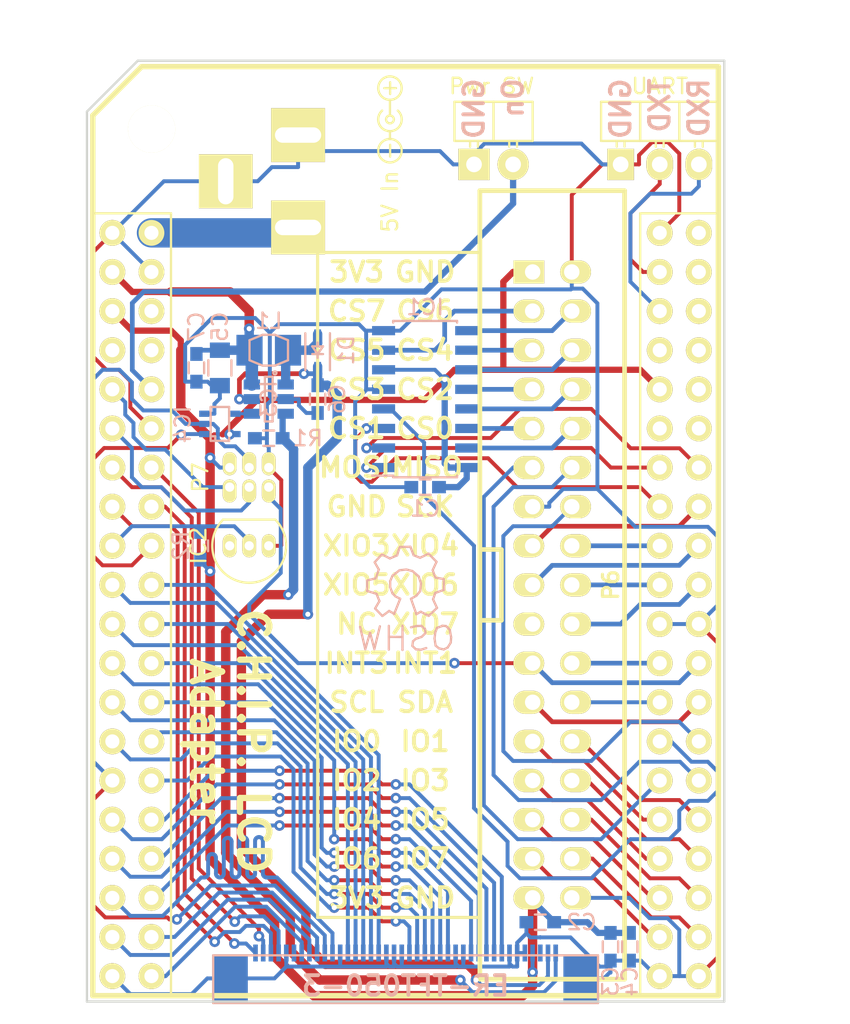
<source format=kicad_pcb>
(kicad_pcb (version 20171130) (host pcbnew "(5.1.12)-1")

  (general
    (thickness 1.6)
    (drawings 50)
    (tracks 886)
    (zones 0)
    (modules 26)
    (nets 86)
  )

  (page A)
  (title_block
    (title "C.H.I.P. LCD Adapter & SPI Expander")
    (date 2016-09-02)
    (rev 3)
    (company "Cody Nybo")
  )

  (layers
    (0 F.Cu signal)
    (31 B.Cu signal)
    (32 B.Adhes user hide)
    (33 F.Adhes user hide)
    (34 B.Paste user hide)
    (35 F.Paste user hide)
    (36 B.SilkS user hide)
    (37 F.SilkS user hide)
    (38 B.Mask user)
    (39 F.Mask user hide)
    (40 Dwgs.User user)
    (41 Cmts.User user)
    (42 Eco1.User user)
    (43 Eco2.User user)
    (44 Edge.Cuts user)
    (45 Margin user)
    (46 B.CrtYd user hide)
    (47 F.CrtYd user hide)
    (48 B.Fab user hide)
    (49 F.Fab user hide)
  )

  (setup
    (last_trace_width 0.254)
    (user_trace_width 0.1524)
    (user_trace_width 0.2032)
    (user_trace_width 0.254)
    (user_trace_width 0.3048)
    (user_trace_width 0.4064)
    (user_trace_width 0.6096)
    (trace_clearance 0.2032)
    (zone_clearance 0.254)
    (zone_45_only no)
    (trace_min 0.1524)
    (via_size 0.6858)
    (via_drill 0.3302)
    (via_min_size 0.6858)
    (via_min_drill 0.3302)
    (user_via 0.9144 0.3302)
    (uvia_size 0.6858)
    (uvia_drill 0.3302)
    (uvias_allowed no)
    (uvia_min_size 0)
    (uvia_min_drill 0)
    (edge_width 0.127)
    (segment_width 0.2032)
    (pcb_text_width 0.254)
    (pcb_text_size 1.27 1.27)
    (mod_edge_width 0.1524)
    (mod_text_size 1.016 1.016)
    (mod_text_width 0.127)
    (pad_size 0.3 1.1)
    (pad_drill 0)
    (pad_to_mask_clearance 0.127)
    (solder_mask_min_width 0.1016)
    (aux_axis_origin 0 0)
    (visible_elements 7FFFFFFF)
    (pcbplotparams
      (layerselection 0x00030_ffffffff)
      (usegerberextensions false)
      (usegerberattributes true)
      (usegerberadvancedattributes true)
      (creategerberjobfile true)
      (excludeedgelayer false)
      (linewidth 0.100000)
      (plotframeref true)
      (viasonmask false)
      (mode 1)
      (useauxorigin false)
      (hpglpennumber 1)
      (hpglpenspeed 20)
      (hpglpendiameter 15.000000)
      (psnegative false)
      (psa4output false)
      (plotreference true)
      (plotvalue true)
      (plotinvisibletext false)
      (padsonsilk false)
      (subtractmaskfromsilk false)
      (outputformat 4)
      (mirror false)
      (drillshape 2)
      (scaleselection 1)
      (outputdirectory ""))
  )

  (net 0 "")
  (net 1 +3V3)
  (net 2 GND)
  (net 3 /LEDA)
  (net 4 /Vin+)
  (net 5 /BAT+)
  (net 6 /On)
  (net 7 /X1)
  (net 8 /X2)
  (net 9 /Y1)
  (net 10 /Y2)
  (net 11 /PWM)
  (net 12 /R4)
  (net 13 /R3)
  (net 14 /R6)
  (net 15 /R5)
  (net 16 /G2)
  (net 17 /R7)
  (net 18 /G4)
  (net 19 /G3)
  (net 20 /G6)
  (net 21 /G5)
  (net 22 /G7)
  (net 23 /B4)
  (net 24 /B3)
  (net 25 /B6)
  (net 26 /B5)
  (net 27 /PXCLK)
  (net 28 /B7)
  (net 29 /VSYNC)
  (net 30 /HSYNC)
  (net 31 /DEN)
  (net 32 /TXD1)
  (net 33 /RXD1)
  (net 34 /ADC)
  (net 35 /CSADDR0)
  (net 36 /CSADDR1)
  (net 37 /CSADDR2)
  (net 38 /XIO5)
  (net 39 /XIO6)
  (net 40 /XIO7)
  (net 41 /SDA2)
  (net 42 /SCL2)
  (net 43 /CS)
  (net 44 /SCK)
  (net 45 /MOSI)
  (net 46 /MISO)
  (net 47 /IO0)
  (net 48 /IO1)
  (net 49 /IO2)
  (net 50 /IO3)
  (net 51 /IO4)
  (net 52 /IO5)
  (net 53 /IO6)
  (net 54 /IO7)
  (net 55 "Net-(D1-Pad2)")
  (net 56 /CS7)
  (net 57 /CS6)
  (net 58 /CS5)
  (net 59 /CS4)
  (net 60 /CS3)
  (net 61 /CS2)
  (net 62 /CS1)
  (net 63 /CS0)
  (net 64 /LEDK)
  (net 65 /INT1)
  (net 66 /INT3)
  (net 67 /XIO4)
  (net 68 "Net-(IC3-Pad4)")
  (net 69 /LCD_ON)
  (net 70 +5V)
  (net 71 /TS)
  (net 72 +1V8)
  (net 73 /SDA1)
  (net 74 /SCL1)
  (net 75 "Net-(CON1-Pad42)")
  (net 76 /SndL)
  (net 77 /SndCom)
  (net 78 /FEL)
  (net 79 /SndR)
  (net 80 /Mute)
  (net 81 /Mic)
  (net 82 /XIO3)
  (net 83 "Net-(P1-Pad19)")
  (net 84 "Net-(P5-Pad35)")
  (net 85 /1W)

  (net_class Default "This is the default net class."
    (clearance 0.2032)
    (trace_width 0.254)
    (via_dia 0.6858)
    (via_drill 0.3302)
    (uvia_dia 0.6858)
    (uvia_drill 0.3302)
    (add_net +1V8)
    (add_net +5V)
    (add_net /1W)
    (add_net /FEL)
    (add_net /INT1)
    (add_net /INT3)
    (add_net /LCD_ON)
    (add_net /Mic)
    (add_net /Mute)
    (add_net /On)
    (add_net /SCL1)
    (add_net /SDA1)
    (add_net /SndCom)
    (add_net /SndL)
    (add_net /SndR)
    (add_net /TS)
    (add_net /XIO3)
    (add_net /XIO4)
    (add_net "Net-(CON1-Pad42)")
    (add_net "Net-(D1-Pad2)")
    (add_net "Net-(IC3-Pad4)")
    (add_net "Net-(P1-Pad19)")
    (add_net "Net-(P5-Pad35)")
  )

  (net_class Analog ""
    (clearance 0.3048)
    (trace_width 0.254)
    (via_dia 0.6858)
    (via_drill 0.3302)
    (uvia_dia 0.6858)
    (uvia_drill 0.3302)
    (add_net /ADC)
  )

  (net_class GPIO ""
    (clearance 0.254)
    (trace_width 0.254)
    (via_dia 0.6858)
    (via_drill 0.3302)
    (uvia_dia 0.6858)
    (uvia_drill 0.3302)
    (add_net /CSADDR0)
    (add_net /CSADDR1)
    (add_net /CSADDR2)
    (add_net /IO0)
    (add_net /IO1)
    (add_net /IO2)
    (add_net /IO3)
    (add_net /IO4)
    (add_net /IO5)
    (add_net /IO6)
    (add_net /IO7)
    (add_net /PWM)
    (add_net /XIO5)
    (add_net /XIO6)
    (add_net /XIO7)
  )

  (net_class LCD_DAT ""
    (clearance 0.2032)
    (trace_width 0.254)
    (via_dia 0.6858)
    (via_drill 0.3302)
    (uvia_dia 0.6858)
    (uvia_drill 0.3302)
    (add_net /B3)
    (add_net /B4)
    (add_net /B5)
    (add_net /B6)
    (add_net /B7)
    (add_net /DEN)
    (add_net /G2)
    (add_net /G3)
    (add_net /G4)
    (add_net /G5)
    (add_net /G6)
    (add_net /G7)
    (add_net /HSYNC)
    (add_net /PXCLK)
    (add_net /R3)
    (add_net /R4)
    (add_net /R5)
    (add_net /R6)
    (add_net /R7)
    (add_net /VSYNC)
    (add_net /X1)
    (add_net /X2)
    (add_net /Y1)
    (add_net /Y2)
  )

  (net_class Misc ""
    (clearance 0.2032)
    (trace_width 0.254)
    (via_dia 0.6858)
    (via_drill 0.3302)
    (uvia_dia 0.6858)
    (uvia_drill 0.3302)
    (add_net /LEDA)
    (add_net /LEDK)
    (add_net GND)
  )

  (net_class Power ""
    (clearance 0.254)
    (trace_width 0.4064)
    (via_dia 0.6858)
    (via_drill 0.3302)
    (uvia_dia 0.6858)
    (uvia_drill 0.3302)
    (add_net +3V3)
    (add_net /BAT+)
    (add_net /Vin+)
  )

  (net_class Serial ""
    (clearance 0.254)
    (trace_width 0.254)
    (via_dia 0.6858)
    (via_drill 0.3302)
    (uvia_dia 0.6858)
    (uvia_drill 0.3302)
    (add_net /CS)
    (add_net /CS0)
    (add_net /CS1)
    (add_net /CS2)
    (add_net /CS3)
    (add_net /CS4)
    (add_net /CS5)
    (add_net /CS6)
    (add_net /CS7)
    (add_net /MISO)
    (add_net /MOSI)
    (add_net /RXD1)
    (add_net /SCK)
    (add_net /SCL2)
    (add_net /SDA2)
    (add_net /TXD1)
  )

  (module Pin_Headers:Pin_Header_Angled_1x03 (layer F.Cu) (tedit 5801C4AA) (tstamp 5711F2AD)
    (at 109.22 46.355 90)
    (descr "Through hole pin header")
    (tags "pin header")
    (path /570E6A69)
    (fp_text reference P4 (at 0 -5.1 90) (layer F.Fab)
      (effects (font (size 1 1) (thickness 0.15)))
    )
    (fp_text value UART (at 5.08 2.54 180) (layer F.SilkS)
      (effects (font (size 1 1) (thickness 0.15)))
    )
    (fp_line (start 1.524 6.35) (end 4.064 6.35) (layer F.SilkS) (width 0.15))
    (fp_line (start 1.524 1.27) (end 4.064 1.27) (layer F.SilkS) (width 0.15))
    (fp_line (start 1.524 1.27) (end 1.524 3.81) (layer F.SilkS) (width 0.15))
    (fp_line (start 1.524 3.81) (end 4.064 3.81) (layer F.SilkS) (width 0.15))
    (fp_line (start 4.064 2.286) (end 10.16 2.286) (layer Dwgs.User) (width 0.15))
    (fp_line (start 10.16 2.286) (end 10.16 2.794) (layer Dwgs.User) (width 0.15))
    (fp_line (start 10.16 2.794) (end 4.064 2.794) (layer Dwgs.User) (width 0.15))
    (fp_line (start 4.064 3.81) (end 4.064 1.27) (layer F.SilkS) (width 0.15))
    (fp_line (start 4.064 6.35) (end 4.064 3.81) (layer F.SilkS) (width 0.15))
    (fp_line (start 10.16 5.334) (end 4.064 5.334) (layer Dwgs.User) (width 0.15))
    (fp_line (start 10.16 4.826) (end 10.16 5.334) (layer Dwgs.User) (width 0.15))
    (fp_line (start 4.064 4.826) (end 10.16 4.826) (layer Dwgs.User) (width 0.15))
    (fp_line (start 1.524 3.81) (end 1.524 6.35) (layer F.SilkS) (width 0.15))
    (fp_line (start 1.524 3.81) (end 4.064 3.81) (layer F.SilkS) (width 0.15))
    (fp_line (start 1.524 -1.27) (end 4.064 -1.27) (layer F.SilkS) (width 0.15))
    (fp_line (start 1.524 -1.27) (end 1.524 1.27) (layer F.SilkS) (width 0.15))
    (fp_line (start 1.524 1.27) (end 4.064 1.27) (layer F.SilkS) (width 0.15))
    (fp_line (start 4.064 -0.254) (end 10.16 -0.254) (layer Dwgs.User) (width 0.15))
    (fp_line (start 10.16 -0.254) (end 10.16 0.254) (layer Dwgs.User) (width 0.15))
    (fp_line (start 10.16 0.254) (end 4.064 0.254) (layer Dwgs.User) (width 0.15))
    (fp_line (start 4.064 1.27) (end 4.064 -1.27) (layer F.SilkS) (width 0.15))
    (fp_line (start 1.524 5.334) (end 1.143 5.334) (layer F.SilkS) (width 0.15))
    (fp_line (start 1.524 4.826) (end 1.143 4.826) (layer F.SilkS) (width 0.15))
    (fp_line (start 1.524 2.794) (end 1.143 2.794) (layer F.SilkS) (width 0.15))
    (fp_line (start 1.524 2.286) (end 1.143 2.286) (layer F.SilkS) (width 0.15))
    (fp_line (start 1.524 0.254) (end 1.143 0.254) (layer F.SilkS) (width 0.15))
    (fp_line (start 1.524 -0.254) (end 1.143 -0.254) (layer F.SilkS) (width 0.15))
    (fp_line (start -1.5 6.85) (end 10.65 6.85) (layer F.CrtYd) (width 0.05))
    (fp_line (start -1.5 -1.75) (end 10.65 -1.75) (layer F.CrtYd) (width 0.05))
    (fp_line (start 10.65 -1.75) (end 10.65 6.85) (layer F.CrtYd) (width 0.05))
    (fp_line (start -1.5 -1.75) (end -1.5 6.85) (layer F.CrtYd) (width 0.05))
    (pad 1 thru_hole rect (at 0 0 90) (size 2.032 1.7272) (drill 1.016) (layers *.Cu *.Mask F.SilkS)
      (net 2 GND))
    (pad 2 thru_hole oval (at 0 2.54 90) (size 2.032 1.7272) (drill 1.016) (layers *.Cu *.Mask F.SilkS)
      (net 32 /TXD1))
    (pad 3 thru_hole oval (at 0 5.08 90) (size 2.032 1.7272) (drill 1.016) (layers *.Cu *.Mask F.SilkS)
      (net 33 /RXD1))
    (model Pin_Headers.3dshapes/Pin_Header_Angled_1x03.wrl
      (offset (xyz 0 -2.539999961853027 0))
      (scale (xyz 1 1 1))
      (rotate (xyz 0 0 90))
    )
  )

  (module Pin_Headers:Pin_Header_Angled_1x02 (layer F.Cu) (tedit 57D7793C) (tstamp 5711F30A)
    (at 99.695 46.355 90)
    (descr "Through hole pin header")
    (tags "pin header")
    (path /570EB40B)
    (fp_text reference P3 (at 0 -5.1 90) (layer F.Fab)
      (effects (font (size 1 1) (thickness 0.15)))
    )
    (fp_text value "Pwr SW" (at 5.08 1.143 180) (layer F.SilkS)
      (effects (font (size 1 1) (thickness 0.15)))
    )
    (fp_line (start 1.524 -1.27) (end 1.524 1.27) (layer F.SilkS) (width 0.15))
    (fp_line (start 1.524 1.27) (end 4.064 1.27) (layer F.SilkS) (width 0.15))
    (fp_line (start 4.064 -0.254) (end 10.16 -0.254) (layer Dwgs.User) (width 0.15))
    (fp_line (start 10.16 -0.254) (end 10.16 0.254) (layer Dwgs.User) (width 0.15))
    (fp_line (start 10.16 0.254) (end 4.064 0.254) (layer Dwgs.User) (width 0.15))
    (fp_line (start 4.064 1.27) (end 4.064 -1.27) (layer F.SilkS) (width 0.15))
    (fp_line (start 4.064 3.81) (end 4.064 1.27) (layer F.SilkS) (width 0.15))
    (fp_line (start 10.16 2.794) (end 4.064 2.794) (layer Dwgs.User) (width 0.15))
    (fp_line (start 10.16 2.286) (end 10.16 2.794) (layer Dwgs.User) (width 0.15))
    (fp_line (start 4.064 2.286) (end 10.16 2.286) (layer Dwgs.User) (width 0.15))
    (fp_line (start 1.524 3.81) (end 4.064 3.81) (layer F.SilkS) (width 0.15))
    (fp_line (start 1.524 1.27) (end 1.524 3.81) (layer F.SilkS) (width 0.15))
    (fp_line (start 1.524 1.27) (end 4.064 1.27) (layer F.SilkS) (width 0.15))
    (fp_line (start 1.524 -1.27) (end 4.064 -1.27) (layer F.SilkS) (width 0.15))
    (fp_line (start 1.524 2.794) (end 1.143 2.794) (layer F.SilkS) (width 0.15))
    (fp_line (start 1.524 2.286) (end 1.143 2.286) (layer F.SilkS) (width 0.15))
    (fp_line (start 1.524 0.254) (end 1.143 0.254) (layer F.SilkS) (width 0.15))
    (fp_line (start 1.524 -0.254) (end 1.143 -0.254) (layer F.SilkS) (width 0.15))
    (fp_line (start -1.5 4.3) (end 10.65 4.3) (layer F.CrtYd) (width 0.05))
    (fp_line (start -1.5 -1.75) (end 10.65 -1.75) (layer F.CrtYd) (width 0.05))
    (fp_line (start 10.65 -1.75) (end 10.65 4.3) (layer F.CrtYd) (width 0.05))
    (fp_line (start -1.5 -1.75) (end -1.5 4.3) (layer F.CrtYd) (width 0.05))
    (pad 1 thru_hole rect (at 0 0 90) (size 2.032 2.032) (drill 1.016) (layers *.Cu *.Mask F.SilkS)
      (net 2 GND))
    (pad 2 thru_hole oval (at 0 2.54 90) (size 2.032 2.032) (drill 1.016) (layers *.Cu *.Mask F.SilkS)
      (net 6 /On))
    (model Pin_Headers.3dshapes/Pin_Header_Angled_1x02.wrl
      (offset (xyz 0 -1.269999980926514 0))
      (scale (xyz 1 1 1))
      (rotate (xyz 0 0 90))
    )
  )

  (module connectors:TE_40_PIN_LCD_Connector (layer B.Cu) (tedit 6530B469) (tstamp 5711F2F9)
    (at 95.25 97.56 180)
    (path /570D03C2)
    (fp_text reference P5 (at 0 1.04 180) (layer F.Fab)
      (effects (font (size 1 1) (thickness 0.15)))
    )
    (fp_text value LCD (at 0 -2 180) (layer B.Fab)
      (effects (font (size 1 1) (thickness 0.15)) (justify mirror))
    )
    (fp_line (start -12.5 -0.15) (end 12.5 -0.15) (layer B.SilkS) (width 0.15))
    (fp_line (start -12.5 -0.15) (end -12.5 -3.25) (layer B.SilkS) (width 0.15))
    (fp_line (start 12.5 -0.15) (end 12.5 -3.25) (layer B.SilkS) (width 0.15))
    (fp_line (start 12.5 -3.25) (end -12.5 -3.25) (layer B.SilkS) (width 0.15))
    (fp_line (start -12.7 -3.85) (end 12.7 -3.85) (layer Dwgs.User) (width 0.1))
    (fp_line (start -12.35 -4.55) (end 12.35 -4.55) (layer Dwgs.User) (width 0.15))
    (fp_line (start -12.7 -4.2) (end -12.7 -3.5) (layer Dwgs.User) (width 0.15))
    (fp_line (start -12.35 -3.15) (end 12.35 -3.15) (layer Dwgs.User) (width 0.15))
    (fp_line (start 12.7 -3.5) (end 12.7 -4.2) (layer Dwgs.User) (width 0.15))
    (fp_arc (start -12.35 -4.2) (end -12.35 -4.55) (angle -90) (layer Dwgs.User) (width 0.15))
    (fp_arc (start 12.35 -4.2) (end 12.7 -4.2) (angle -90) (layer Dwgs.User) (width 0.15))
    (fp_arc (start 12.35 -3.5) (end 12.35 -3.15) (angle -90) (layer Dwgs.User) (width 0.15))
    (fp_arc (start -12.35 -3.5) (end -12.7 -3.5) (angle -90) (layer Dwgs.User) (width 0.15))
    (pad 1 smd rect (at -9.75 0 180) (size 0.3 1.1) (layers B.Cu B.Paste B.Mask)
      (net 64 /LEDK) (solder_mask_margin 0.0508))
    (pad 2 smd rect (at -9.25 0 180) (size 0.3 1.1) (layers B.Cu B.Paste B.Mask)
      (net 3 /LEDA) (solder_mask_margin 0.0508))
    (pad 3 smd rect (at -8.75 0 180) (size 0.3 1.1) (layers B.Cu B.Paste B.Mask)
      (solder_mask_margin 0.0508))
    (pad 4 smd rect (at -8.25 0 180) (size 0.3 1.1) (layers B.Cu B.Paste B.Mask)
      (net 1 +3V3) (solder_mask_margin 0.0508))
    (pad 5 smd rect (at -7.75 0 180) (size 0.3 1.1) (layers B.Cu B.Paste B.Mask)
      (net 2 GND) (solder_mask_margin 0.0508))
    (pad 6 smd rect (at -7.25 0 180) (size 0.3 1.1) (layers B.Cu B.Paste B.Mask)
      (net 2 GND) (solder_mask_margin 0.0508))
    (pad 7 smd rect (at -6.75 0 180) (size 0.3 1.1) (layers B.Cu B.Paste B.Mask)
      (net 2 GND) (solder_mask_margin 0.0508))
    (pad 8 smd rect (at -6.25 0 180) (size 0.3 1.1) (layers B.Cu B.Paste B.Mask)
      (net 13 /R3) (solder_mask_margin 0.0508))
    (pad 9 smd rect (at -5.75 0 180) (size 0.3 1.1) (layers B.Cu B.Paste B.Mask)
      (net 12 /R4) (solder_mask_margin 0.0508))
    (pad 10 smd rect (at -5.25 0 180) (size 0.3 1.1) (layers B.Cu B.Paste B.Mask)
      (net 15 /R5) (solder_mask_margin 0.0508))
    (pad 11 smd rect (at -4.75 0 180) (size 0.3 1.1) (layers B.Cu B.Paste B.Mask)
      (net 14 /R6) (solder_mask_margin 0.0508))
    (pad 12 smd rect (at -4.25 0 180) (size 0.3 1.1) (layers B.Cu B.Paste B.Mask)
      (net 17 /R7) (solder_mask_margin 0.0508))
    (pad 13 smd rect (at -3.75 0 180) (size 0.3 1.1) (layers B.Cu B.Paste B.Mask)
      (net 2 GND) (solder_mask_margin 0.0508))
    (pad 14 smd rect (at -3.25 0 180) (size 0.3 1.1) (layers B.Cu B.Paste B.Mask)
      (net 2 GND) (solder_mask_margin 0.0508))
    (pad 15 smd rect (at -2.75 0 180) (size 0.3 1.1) (layers B.Cu B.Paste B.Mask)
      (net 16 /G2) (solder_mask_margin 0.0508))
    (pad 16 smd rect (at -2.25 0 180) (size 0.3 1.1) (layers B.Cu B.Paste B.Mask)
      (net 19 /G3) (solder_mask_margin 0.0508))
    (pad 17 smd rect (at -1.75 0 180) (size 0.3 1.1) (layers B.Cu B.Paste B.Mask)
      (net 18 /G4) (solder_mask_margin 0.0508))
    (pad 18 smd rect (at -1.25 0 180) (size 0.3 1.1) (layers B.Cu B.Paste B.Mask)
      (net 21 /G5) (solder_mask_margin 0.0508))
    (pad 19 smd rect (at -0.75 0 180) (size 0.3 1.1) (layers B.Cu B.Paste B.Mask)
      (net 20 /G6) (solder_mask_margin 0.0508))
    (pad 20 smd rect (at -0.25 0 180) (size 0.3 1.1) (layers B.Cu B.Paste B.Mask)
      (net 22 /G7) (solder_mask_margin 0.0508))
    (pad 21 smd rect (at 0.25 0 180) (size 0.3 1.1) (layers B.Cu B.Paste B.Mask)
      (net 2 GND) (solder_mask_margin 0.0508))
    (pad 22 smd rect (at 0.75 0 180) (size 0.3 1.1) (layers B.Cu B.Paste B.Mask)
      (net 2 GND) (solder_mask_margin 0.0508))
    (pad 23 smd rect (at 1.25 0 180) (size 0.3 1.1) (layers B.Cu B.Paste B.Mask)
      (net 2 GND) (solder_mask_margin 0.0508))
    (pad 24 smd rect (at 1.75 0 180) (size 0.3 1.1) (layers B.Cu B.Paste B.Mask)
      (net 24 /B3) (solder_mask_margin 0.0508))
    (pad 25 smd rect (at 2.25 0 180) (size 0.3 1.1) (layers B.Cu B.Paste B.Mask)
      (net 23 /B4) (solder_mask_margin 0.0508))
    (pad 26 smd rect (at 2.75 0 180) (size 0.3 1.1) (layers B.Cu B.Paste B.Mask)
      (net 26 /B5) (solder_mask_margin 0.0508))
    (pad 27 smd rect (at 3.25 0 180) (size 0.3 1.1) (layers B.Cu B.Paste B.Mask)
      (net 25 /B6) (solder_mask_margin 0.0508))
    (pad 28 smd rect (at 3.75 0 180) (size 0.3 1.1) (layers B.Cu B.Paste B.Mask)
      (net 28 /B7) (solder_mask_margin 0.0508))
    (pad 29 smd rect (at 4.25 0 180) (size 0.3 1.1) (layers B.Cu B.Paste B.Mask)
      (net 2 GND) (solder_mask_margin 0.0508))
    (pad 30 smd rect (at 4.75 0 180) (size 0.3 1.1) (layers B.Cu B.Paste B.Mask)
      (net 27 /PXCLK) (solder_mask_margin 0.0508))
    (pad 31 smd rect (at 5.25 0 180) (size 0.3 1.1) (layers B.Cu B.Paste B.Mask)
      (net 69 /LCD_ON) (solder_mask_margin 0.0508))
    (pad 32 smd rect (at 5.75 0 180) (size 0.3 1.1) (layers B.Cu B.Paste B.Mask)
      (net 30 /HSYNC) (solder_mask_margin 0.0508))
    (pad 33 smd rect (at 6.25 0 180) (size 0.3 1.1) (layers B.Cu B.Paste B.Mask)
      (net 29 /VSYNC) (solder_mask_margin 0.0508))
    (pad 34 smd rect (at 6.75 0 180) (size 0.3 1.1) (layers B.Cu B.Paste B.Mask)
      (net 31 /DEN) (solder_mask_margin 0.0508))
    (pad 35 smd rect (at 7.25 0 180) (size 0.3 1.1) (layers B.Cu B.Paste B.Mask)
      (net 84 "Net-(P5-Pad35)") (solder_mask_margin 0.0508))
    (pad 36 smd rect (at 7.75 0 180) (size 0.3 1.1) (layers B.Cu B.Paste B.Mask)
      (net 2 GND) (solder_mask_margin 0.0508))
    (pad 37 smd rect (at 8.25 0 180) (size 0.3 1.1) (layers B.Cu B.Paste B.Mask)
      (net 7 /X1) (solder_mask_margin 0.0508))
    (pad 38 smd rect (at 8.75 0 180) (size 0.3 1.1) (layers B.Cu B.Paste B.Mask)
      (net 9 /Y1) (solder_mask_margin 0.0508))
    (pad 39 smd rect (at 9.25 0 180) (size 0.3 1.1) (layers B.Cu B.Paste B.Mask)
      (net 8 /X2) (solder_mask_margin 0.0508))
    (pad 40 smd rect (at 9.75 0 180) (size 0.3 1.1) (layers B.Cu B.Paste B.Mask)
      (net 10 /Y2) (solder_mask_margin 0.0508))
    (pad 3 smd rect (at 11.4 -1.65 180) (size 2.3 3.1) (layers B.Cu B.Paste B.Mask)
      (net 2 GND) (solder_mask_margin 0.127) (thermal_width 1.27))
    (pad 3 smd rect (at -11.4 -1.65 180) (size 2.3 3.1) (layers B.Cu B.Paste B.Mask)
      (net 2 GND) (solder_mask_margin 0.127) (thermal_width 1.905))
    (model /home/cody/Documents/40_Pin_FPC-2.wrl
      (offset (xyz 0 -4.571999931335449 0.7619999885559082))
      (scale (xyz 0.3937 0.3937 0.3937))
      (rotate (xyz -90 0 0))
    )
  )

  (module Connect:BARREL_JACK (layer F.Cu) (tedit 5801C4A2) (tstamp 57BFBC3D)
    (at 88.265 44.2493 270)
    (descr "DC Barrel Jack")
    (tags "Power Jack")
    (path /57C06507)
    (fp_text reference P2 (at 10.09904 0 180) (layer F.SilkS) hide
      (effects (font (size 1 1) (thickness 0.15)))
    )
    (fp_text value Power (at 0 -5.99948 270) (layer F.Fab)
      (effects (font (size 1 1) (thickness 0.15)))
    )
    (fp_line (start 7.00024 -4.50088) (end -7.50062 -4.50088) (layer Dwgs.User) (width 0.15))
    (fp_line (start 7.00024 4.50088) (end 7.00024 -4.50088) (layer Dwgs.User) (width 0.15))
    (fp_line (start -7.50062 4.50088) (end 7.00024 4.50088) (layer Dwgs.User) (width 0.15))
    (fp_line (start -7.50062 -4.50088) (end -7.50062 4.50088) (layer Dwgs.User) (width 0.15))
    (fp_line (start -4.0005 -4.50088) (end -4.0005 4.50088) (layer Dwgs.User) (width 0.15))
    (pad 1 thru_hole rect (at 6.20014 0 270) (size 3.50012 3.50012) (drill oval 1.00076 2.99974) (layers *.Cu *.Mask F.SilkS)
      (net 4 /Vin+) (thermal_width 1.27))
    (pad 2 thru_hole rect (at 0.20066 0 270) (size 3.50012 3.50012) (drill oval 1.00076 2.99974) (layers *.Cu *.Mask F.SilkS)
      (net 2 GND) (thermal_width 1.27))
    (pad 3 thru_hole rect (at 3.2004 4.699 270) (size 3.50012 3.50012) (drill oval 2.99974 1.00076) (layers *.Cu *.Mask F.SilkS)
      (net 2 GND) (thermal_width 1.27))
    (model ${ESPLIB}/packages3d/cody/5.5mm_Barrel_Jack.wrl
      (offset (xyz 0.6349999904632568 0 0))
      (scale (xyz 0.3937 0.3937 0.3937))
      (rotate (xyz 0 0 90))
    )
  )

  (module Pin_Headers:Pin_Header_Straight_2x20 (layer B.Cu) (tedit 570F25E3) (tstamp 570F853F)
    (at 114.3 50.8 180)
    (descr "Through hole pin header")
    (tags "pin header")
    (fp_text reference REF**_4 (at 0 5.1 180) (layer B.SilkS) hide
      (effects (font (size 1 1) (thickness 0.15)) (justify mirror))
    )
    (fp_text value Pin_Header_Straight_2x20 (at 0 3.1 180) (layer B.Fab)
      (effects (font (size 1 1) (thickness 0.15)) (justify mirror))
    )
    (model Pin_Headers.3dshapes/Pin_Header_Straight_2x20.wrl
      (offset (xyz 1.269999980926514 -24.12999963760376 0))
      (scale (xyz 1 1 1))
      (rotate (xyz 0 0 90))
    )
  )

  (module Pin_Headers:Pin_Header_Straight_2x20 (layer B.Cu) (tedit 570F25D6) (tstamp 570F8507)
    (at 78.74 50.8 180)
    (descr "Through hole pin header")
    (tags "pin header")
    (fp_text reference REF**_3 (at 0 5.1 180) (layer B.SilkS) hide
      (effects (font (size 1 1) (thickness 0.15)) (justify mirror))
    )
    (fp_text value Pin_Header_Straight_2x20 (at 0 3.1 180) (layer B.Fab)
      (effects (font (size 1 1) (thickness 0.15)) (justify mirror))
    )
    (model Pin_Headers.3dshapes/Pin_Header_Straight_2x20.wrl
      (offset (xyz 1.269999980926514 -24.12999963760376 0))
      (scale (xyz 1 1 1))
      (rotate (xyz 0 0 90))
    )
  )

  (module capacitor_smd:C_0603 (layer B.Cu) (tedit 559A269C) (tstamp 5711F119)
    (at 96.52 67.31 180)
    (descr "Capacitor SMD 0603, reflow soldering, AVX (see smccp.pdf)")
    (tags "capacitor 0603")
    (path /57C4EA3A)
    (attr smd)
    (fp_text reference C1 (at 0 -1.397 180) (layer B.SilkS)
      (effects (font (size 1 1) (thickness 0.15)) (justify mirror))
    )
    (fp_text value 0.1µF (at 0 -1.9 180) (layer B.Fab)
      (effects (font (size 1 1) (thickness 0.15)) (justify mirror))
    )
    (fp_line (start 0.35 -0.5) (end -0.35 -0.5) (layer B.SilkS) (width 0.15))
    (fp_line (start -0.35 0.5) (end 0.35 0.5) (layer B.SilkS) (width 0.15))
    (fp_line (start 0.8 0.4) (end 0.8 -0.4) (layer B.CrtYd) (width 0.05))
    (fp_line (start -0.8 0.4) (end -0.8 -0.4) (layer B.CrtYd) (width 0.05))
    (fp_line (start -0.8 -0.4) (end 0.8 -0.4) (layer B.CrtYd) (width 0.05))
    (fp_line (start -0.8 0.4) (end 0.8 0.4) (layer B.CrtYd) (width 0.05))
    (pad 1 smd rect (at -0.9 0 180) (size 0.9 0.8) (layers B.Cu B.Paste B.Mask)
      (net 1 +3V3))
    (pad 2 smd rect (at 0.9 0 180) (size 0.9 0.8) (layers B.Cu B.Paste B.Mask)
      (net 2 GND))
    (model Capacitors_SMD.3dshapes/C_0603.wrl
      (at (xyz 0 0 0))
      (scale (xyz 1 1 1))
      (rotate (xyz 0 0 0))
    )
  )

  (module capacitor_smd:C_0603 (layer B.Cu) (tedit 559A269C) (tstamp 5711F125)
    (at 104 95.56 180)
    (descr "Capacitor SMD 0603, reflow soldering, AVX (see smccp.pdf)")
    (tags "capacitor 0603")
    (path /570E37A7)
    (attr smd)
    (fp_text reference C2 (at -2.68 0 180) (layer B.SilkS)
      (effects (font (size 1 1) (thickness 0.15)) (justify mirror))
    )
    (fp_text value 0.1µF (at 0 -1.9 180) (layer B.Fab)
      (effects (font (size 1 1) (thickness 0.15)) (justify mirror))
    )
    (fp_line (start 0.35 -0.5) (end -0.35 -0.5) (layer B.SilkS) (width 0.15))
    (fp_line (start -0.35 0.5) (end 0.35 0.5) (layer B.SilkS) (width 0.15))
    (fp_line (start 0.8 0.4) (end 0.8 -0.4) (layer B.CrtYd) (width 0.05))
    (fp_line (start -0.8 0.4) (end -0.8 -0.4) (layer B.CrtYd) (width 0.05))
    (fp_line (start -0.8 -0.4) (end 0.8 -0.4) (layer B.CrtYd) (width 0.05))
    (fp_line (start -0.8 0.4) (end 0.8 0.4) (layer B.CrtYd) (width 0.05))
    (pad 1 smd rect (at -0.9 0 180) (size 0.9 0.8) (layers B.Cu B.Paste B.Mask)
      (net 1 +3V3))
    (pad 2 smd rect (at 0.9 0 180) (size 0.9 0.8) (layers B.Cu B.Paste B.Mask)
      (net 2 GND))
    (model Capacitors_SMD.3dshapes/C_0603.wrl
      (at (xyz 0 0 0))
      (scale (xyz 1 1 1))
      (rotate (xyz 0 0 0))
    )
  )

  (module capacitor_smd:C_0603 (layer B.Cu) (tedit 559A269C) (tstamp 5711F131)
    (at 108.56 97.155 270)
    (descr "Capacitor SMD 0603, reflow soldering, AVX (see smccp.pdf)")
    (tags "capacitor 0603")
    (path /570E7469)
    (attr smd)
    (fp_text reference C3 (at 2.25 0 270) (layer B.SilkS)
      (effects (font (size 1 1) (thickness 0.15)) (justify mirror))
    )
    (fp_text value 1µF (at 0 -1.9 270) (layer B.Fab)
      (effects (font (size 1 1) (thickness 0.15)) (justify mirror))
    )
    (fp_line (start 0.35 -0.5) (end -0.35 -0.5) (layer B.SilkS) (width 0.15))
    (fp_line (start -0.35 0.5) (end 0.35 0.5) (layer B.SilkS) (width 0.15))
    (fp_line (start 0.8 0.4) (end 0.8 -0.4) (layer B.CrtYd) (width 0.05))
    (fp_line (start -0.8 0.4) (end -0.8 -0.4) (layer B.CrtYd) (width 0.05))
    (fp_line (start -0.8 -0.4) (end 0.8 -0.4) (layer B.CrtYd) (width 0.05))
    (fp_line (start -0.8 0.4) (end 0.8 0.4) (layer B.CrtYd) (width 0.05))
    (pad 1 smd rect (at -0.9 0 270) (size 0.9 0.8) (layers B.Cu B.Paste B.Mask)
      (net 1 +3V3))
    (pad 2 smd rect (at 0.9 0 270) (size 0.9 0.8) (layers B.Cu B.Paste B.Mask)
      (net 2 GND))
    (model Capacitors_SMD.3dshapes/C_0603.wrl
      (at (xyz 0 0 0))
      (scale (xyz 1 1 1))
      (rotate (xyz 0 0 0))
    )
  )

  (module capacitor_smd:C_0603 (layer B.Cu) (tedit 559A269C) (tstamp 5711F13D)
    (at 109.81 97.155 270)
    (descr "Capacitor SMD 0603, reflow soldering, AVX (see smccp.pdf)")
    (tags "capacitor 0603")
    (path /57C4D44B)
    (attr smd)
    (fp_text reference C4 (at 2.25 0 270) (layer B.SilkS)
      (effects (font (size 1 1) (thickness 0.15)) (justify mirror))
    )
    (fp_text value 10µF (at 0 -1.9 270) (layer B.Fab)
      (effects (font (size 1 1) (thickness 0.15)) (justify mirror))
    )
    (fp_line (start 0.35 -0.5) (end -0.35 -0.5) (layer B.SilkS) (width 0.15))
    (fp_line (start -0.35 0.5) (end 0.35 0.5) (layer B.SilkS) (width 0.15))
    (fp_line (start 0.8 0.4) (end 0.8 -0.4) (layer B.CrtYd) (width 0.05))
    (fp_line (start -0.8 0.4) (end -0.8 -0.4) (layer B.CrtYd) (width 0.05))
    (fp_line (start -0.8 -0.4) (end 0.8 -0.4) (layer B.CrtYd) (width 0.05))
    (fp_line (start -0.8 0.4) (end 0.8 0.4) (layer B.CrtYd) (width 0.05))
    (pad 1 smd rect (at -0.9 0 270) (size 0.9 0.8) (layers B.Cu B.Paste B.Mask)
      (net 1 +3V3))
    (pad 2 smd rect (at 0.9 0 270) (size 0.9 0.8) (layers B.Cu B.Paste B.Mask)
      (net 2 GND))
    (model Capacitors_SMD.3dshapes/C_0603.wrl
      (at (xyz 0 0 0))
      (scale (xyz 1 1 1))
      (rotate (xyz 0 0 0))
    )
  )

  (module Housings_SOIC:SOIC-16_3.9x9.9mm_Pitch1.27mm (layer B.Cu) (tedit 54130A77) (tstamp 5711F1E9)
    (at 96.52 61.595)
    (descr "16-Lead Plastic Small Outline (SL) - Narrow, 3.90 mm Body [SOIC] (see Microchip Packaging Specification 00000049BS.pdf)")
    (tags "SOIC 1.27")
    (path /570CDD22)
    (attr smd)
    (fp_text reference IC1 (at 0 -5.969) (layer B.SilkS)
      (effects (font (size 1 1) (thickness 0.15)) (justify mirror))
    )
    (fp_text value 74LVC138 (at 0 -6) (layer B.Fab)
      (effects (font (size 1 1) (thickness 0.15)) (justify mirror))
    )
    (fp_line (start -2.075 4.97) (end -3.45 4.97) (layer B.SilkS) (width 0.15))
    (fp_line (start -2.075 -5.075) (end 2.075 -5.075) (layer B.SilkS) (width 0.15))
    (fp_line (start -2.075 5.075) (end 2.075 5.075) (layer B.SilkS) (width 0.15))
    (fp_line (start -2.075 -5.075) (end -2.075 -4.97) (layer B.SilkS) (width 0.15))
    (fp_line (start 2.075 -5.075) (end 2.075 -4.97) (layer B.SilkS) (width 0.15))
    (fp_line (start 2.075 5.075) (end 2.075 4.97) (layer B.SilkS) (width 0.15))
    (fp_line (start -2.075 5.075) (end -2.075 4.97) (layer B.SilkS) (width 0.15))
    (fp_line (start -3.7 -5.25) (end 3.7 -5.25) (layer B.CrtYd) (width 0.05))
    (fp_line (start -3.7 5.25) (end 3.7 5.25) (layer B.CrtYd) (width 0.05))
    (fp_line (start 3.7 5.25) (end 3.7 -5.25) (layer B.CrtYd) (width 0.05))
    (fp_line (start -3.7 5.25) (end -3.7 -5.25) (layer B.CrtYd) (width 0.05))
    (pad 1 smd rect (at -2.7 4.445) (size 1.5 0.6) (layers B.Cu B.Paste B.Mask)
      (net 35 /CSADDR0))
    (pad 2 smd rect (at -2.7 3.175) (size 1.5 0.6) (layers B.Cu B.Paste B.Mask)
      (net 36 /CSADDR1))
    (pad 3 smd rect (at -2.7 1.905) (size 1.5 0.6) (layers B.Cu B.Paste B.Mask)
      (net 37 /CSADDR2))
    (pad 4 smd rect (at -2.7 0.635) (size 1.5 0.6) (layers B.Cu B.Paste B.Mask)
      (net 43 /CS))
    (pad 5 smd rect (at -2.7 -0.635) (size 1.5 0.6) (layers B.Cu B.Paste B.Mask)
      (net 2 GND))
    (pad 6 smd rect (at -2.7 -1.905) (size 1.5 0.6) (layers B.Cu B.Paste B.Mask)
      (net 1 +3V3))
    (pad 7 smd rect (at -2.7 -3.175) (size 1.5 0.6) (layers B.Cu B.Paste B.Mask)
      (net 56 /CS7))
    (pad 8 smd rect (at -2.7 -4.445) (size 1.5 0.6) (layers B.Cu B.Paste B.Mask)
      (net 2 GND))
    (pad 9 smd rect (at 2.7 -4.445) (size 1.5 0.6) (layers B.Cu B.Paste B.Mask)
      (net 57 /CS6))
    (pad 10 smd rect (at 2.7 -3.175) (size 1.5 0.6) (layers B.Cu B.Paste B.Mask)
      (net 58 /CS5))
    (pad 11 smd rect (at 2.7 -1.905) (size 1.5 0.6) (layers B.Cu B.Paste B.Mask)
      (net 59 /CS4))
    (pad 12 smd rect (at 2.7 -0.635) (size 1.5 0.6) (layers B.Cu B.Paste B.Mask)
      (net 60 /CS3))
    (pad 13 smd rect (at 2.7 0.635) (size 1.5 0.6) (layers B.Cu B.Paste B.Mask)
      (net 61 /CS2))
    (pad 14 smd rect (at 2.7 1.905) (size 1.5 0.6) (layers B.Cu B.Paste B.Mask)
      (net 62 /CS1))
    (pad 15 smd rect (at 2.7 3.175) (size 1.5 0.6) (layers B.Cu B.Paste B.Mask)
      (net 63 /CS0))
    (pad 16 smd rect (at 2.7 4.445) (size 1.5 0.6) (layers B.Cu B.Paste B.Mask)
      (net 1 +3V3))
    (model Housings_SOIC.3dshapes/SOIC-16_3.9x9.9mm_Pitch1.27mm.wrl
      (at (xyz 0 0 0))
      (scale (xyz 1 1 1))
      (rotate (xyz 0 0 0))
    )
  )

  (module w_conn_strip:vasch_strip_17x2 locked (layer F.Cu) (tedit 5801C4C3) (tstamp 570EF454)
    (at 104.775 73.66 270)
    (descr "Box header 17x2pin 2.54mm")
    (tags "CONN DEV")
    (path /570F253C)
    (fp_text reference P6 (at 0 -3.81 270) (layer F.SilkS)
      (effects (font (size 1 1) (thickness 0.2032)))
    )
    (fp_text value GPIO (at 0 5.7 270) (layer F.SilkS) hide
      (effects (font (size 1 1) (thickness 0.2032)))
    )
    (fp_line (start -2.3 3.3) (end -2.3 4.7) (layer F.SilkS) (width 0.29972))
    (fp_line (start 2.3 3.3) (end -2.3 3.3) (layer F.SilkS) (width 0.29972))
    (fp_line (start 2.3 4.7) (end 2.3 3.3) (layer F.SilkS) (width 0.29972))
    (fp_line (start 25.6 -4.7) (end 25.6 4.7) (layer F.SilkS) (width 0.3048))
    (fp_line (start -25.6 -4.7) (end -25.6 4.7) (layer F.SilkS) (width 0.3048))
    (fp_line (start 25.6 -4.7) (end -25.6 -4.7) (layer F.SilkS) (width 0.3048))
    (fp_line (start -25.6 4.7) (end 25.6 4.7) (layer F.SilkS) (width 0.3048))
    (pad 34 thru_hole oval (at 20.32 -1.27 270) (size 1.5 2) (drill 1 (offset 0 -0.25)) (layers *.Cu *.Mask F.SilkS)
      (net 2 GND))
    (pad 33 thru_hole oval (at 20.32 1.27 270) (size 1.5 2) (drill 1 (offset 0 0.25)) (layers *.Cu *.Mask F.SilkS)
      (net 1 +3V3))
    (pad 31 thru_hole oval (at 17.78 1.27 270) (size 1.5 2) (drill 1 (offset 0 0.25)) (layers *.Cu *.Mask F.SilkS)
      (net 53 /IO6))
    (pad 32 thru_hole oval (at 17.78 -1.27 270) (size 1.5 2) (drill 1 (offset 0 -0.25)) (layers *.Cu *.Mask F.SilkS)
      (net 54 /IO7))
    (pad 27 thru_hole oval (at 12.7 1.27 270) (size 1.5 2) (drill 1 (offset 0 0.25)) (layers *.Cu *.Mask F.SilkS)
      (net 49 /IO2))
    (pad 28 thru_hole oval (at 12.7 -1.27 270) (size 1.5 2) (drill 1 (offset 0 -0.25)) (layers *.Cu *.Mask F.SilkS)
      (net 50 /IO3))
    (pad 30 thru_hole oval (at 15.24 -1.27 270) (size 1.5 2) (drill 1 (offset 0 -0.25)) (layers *.Cu *.Mask F.SilkS)
      (net 52 /IO5))
    (pad 29 thru_hole oval (at 15.24 1.27 270) (size 1.5 2) (drill 1 (offset 0 0.25)) (layers *.Cu *.Mask F.SilkS)
      (net 51 /IO4))
    (pad 25 thru_hole oval (at 10.16 1.27 270) (size 1.5 2) (drill 1 (offset 0 0.25)) (layers *.Cu *.Mask F.SilkS)
      (net 47 /IO0))
    (pad 26 thru_hole oval (at 10.16 -1.27 270) (size 1.5 2) (drill 1 (offset 0 -0.25)) (layers *.Cu *.Mask F.SilkS)
      (net 48 /IO1))
    (pad 24 thru_hole oval (at 7.62 -1.27 270) (size 1.5 2) (drill 1 (offset 0 -0.25)) (layers *.Cu *.Mask F.SilkS)
      (net 41 /SDA2))
    (pad 23 thru_hole oval (at 7.62 1.27 270) (size 1.5 2) (drill 1 (offset 0 0.25)) (layers *.Cu *.Mask F.SilkS)
      (net 42 /SCL2))
    (pad 21 thru_hole oval (at 5.08 1.27 270) (size 1.5 2) (drill 1 (offset 0 0.25)) (layers *.Cu *.Mask F.SilkS)
      (net 66 /INT3))
    (pad 22 thru_hole oval (at 5.08 -1.27 270) (size 1.5 2) (drill 1 (offset 0 -0.25)) (layers *.Cu *.Mask F.SilkS)
      (net 65 /INT1))
    (pad 20 thru_hole oval (at 2.54 -1.27 270) (size 1.5 2) (drill 1 (offset 0 -0.25)) (layers *.Cu *.Mask F.SilkS)
      (net 40 /XIO7))
    (pad 19 thru_hole oval (at 2.54 1.27 270) (size 1.5 2) (drill 1 (offset 0 0.25)) (layers *.Cu *.Mask F.SilkS)
      (net 83 "Net-(P1-Pad19)"))
    (pad 17 thru_hole oval (at 0 1.27 270) (size 1.5 2) (drill 1 (offset 0 0.25)) (layers *.Cu *.Mask F.SilkS)
      (net 38 /XIO5))
    (pad 18 thru_hole oval (at 0 -1.27 270) (size 1.5 2) (drill 1 (offset 0 -0.25)) (layers *.Cu *.Mask F.SilkS)
      (net 39 /XIO6))
    (pad 16 thru_hole oval (at -2.54 -1.27 270) (size 1.5 2) (drill 1 (offset 0 -0.25)) (layers *.Cu *.Mask F.SilkS)
      (net 67 /XIO4))
    (pad 15 thru_hole oval (at -2.54 1.27 270) (size 1.5 2) (drill 1 (offset 0 0.25)) (layers *.Cu *.Mask F.SilkS)
      (net 82 /XIO3))
    (pad 13 thru_hole oval (at -5.08 1.27 270) (size 1.5 2) (drill 1 (offset 0 0.25)) (layers *.Cu *.Mask F.SilkS)
      (net 2 GND))
    (pad 14 thru_hole oval (at -5.08 -1.27 270) (size 1.5 2) (drill 1 (offset 0 -0.25)) (layers *.Cu *.Mask F.SilkS)
      (net 44 /SCK))
    (pad 12 thru_hole oval (at -7.62 -1.27 270) (size 1.5 2) (drill 1 (offset 0 -0.25)) (layers *.Cu *.Mask F.SilkS)
      (net 46 /MISO))
    (pad 11 thru_hole oval (at -7.62 1.27 270) (size 1.5 2) (drill 1 (offset 0 0.25)) (layers *.Cu *.Mask F.SilkS)
      (net 45 /MOSI))
    (pad 9 thru_hole oval (at -10.16 1.27 270) (size 1.5 2) (drill 1 (offset 0 0.25)) (layers *.Cu *.Mask F.SilkS)
      (net 62 /CS1))
    (pad 10 thru_hole oval (at -10.16 -1.27 270) (size 1.5 2) (drill 1 (offset 0 -0.25)) (layers *.Cu *.Mask F.SilkS)
      (net 63 /CS0))
    (pad 8 thru_hole oval (at -12.7 -1.27 270) (size 1.5 2) (drill 1 (offset 0 -0.25)) (layers *.Cu *.Mask F.SilkS)
      (net 61 /CS2))
    (pad 7 thru_hole oval (at -12.7 1.27 270) (size 1.5 2) (drill 1 (offset 0 0.25)) (layers *.Cu *.Mask F.SilkS)
      (net 60 /CS3))
    (pad 1 thru_hole rect (at -20.32 1.27 270) (size 1.5 2) (drill 1 (offset 0 0.25)) (layers *.Cu *.Mask F.SilkS)
      (net 1 +3V3))
    (pad 2 thru_hole oval (at -20.32 -1.27 270) (size 1.5 2) (drill 1 (offset 0 -0.25)) (layers *.Cu *.Mask F.SilkS)
      (net 2 GND))
    (pad 3 thru_hole oval (at -17.78 1.27 270) (size 1.5 2) (drill 1 (offset 0 0.25)) (layers *.Cu *.Mask F.SilkS)
      (net 56 /CS7))
    (pad 4 thru_hole oval (at -17.78 -1.27 270) (size 1.5 2) (drill 1 (offset 0 -0.25)) (layers *.Cu *.Mask F.SilkS)
      (net 57 /CS6))
    (pad 5 thru_hole oval (at -15.24 1.27 270) (size 1.5 2) (drill 1 (offset 0 0.25)) (layers *.Cu *.Mask F.SilkS)
      (net 58 /CS5))
    (pad 6 thru_hole oval (at -15.24 -1.27 270) (size 1.5 2) (drill 1 (offset 0 -0.25)) (layers *.Cu *.Mask F.SilkS)
      (net 59 /CS4))
    (model walter/conn_strip/vasch_strip_17x2.wrl
      (at (xyz 0 0 0))
      (scale (xyz 1 1 1))
      (rotate (xyz 0 0 0))
    )
  )

  (module capacitor_smd:C_0603 (layer B.Cu) (tedit 559A269C) (tstamp 570FFD9E)
    (at 81.661 59.563 270)
    (descr "Capacitor SMD 0603, reflow soldering, AVX (see smccp.pdf)")
    (tags "capacitor 0603")
    (path /57C5A2FA)
    (attr smd)
    (fp_text reference C7 (at -2.667 0 270) (layer B.SilkS)
      (effects (font (size 1 1) (thickness 0.15)) (justify mirror))
    )
    (fp_text value 0.1µF (at 0 -1.9 270) (layer B.Fab)
      (effects (font (size 1 1) (thickness 0.15)) (justify mirror))
    )
    (fp_line (start 0.35 -0.5) (end -0.35 -0.5) (layer B.SilkS) (width 0.15))
    (fp_line (start -0.35 0.5) (end 0.35 0.5) (layer B.SilkS) (width 0.15))
    (fp_line (start 0.8 0.4) (end 0.8 -0.4) (layer B.CrtYd) (width 0.05))
    (fp_line (start -0.8 0.4) (end -0.8 -0.4) (layer B.CrtYd) (width 0.05))
    (fp_line (start -0.8 -0.4) (end 0.8 -0.4) (layer B.CrtYd) (width 0.05))
    (fp_line (start -0.8 0.4) (end 0.8 0.4) (layer B.CrtYd) (width 0.05))
    (pad 1 smd rect (at -0.9 0 270) (size 0.9 0.8) (layers B.Cu B.Paste B.Mask)
      (net 70 +5V))
    (pad 2 smd rect (at 0.9 0 270) (size 0.9 0.8) (layers B.Cu B.Paste B.Mask)
      (net 2 GND))
    (model Capacitors_SMD.3dshapes/C_0603.wrl
      (at (xyz 0 0 0))
      (scale (xyz 1 1 1))
      (rotate (xyz 0 0 0))
    )
  )

  (module TO_SOT_Packages_THT:TO-92_Inline_Narrow_Oval (layer F.Cu) (tedit 54F24281) (tstamp 576F543D)
    (at 86.36 71.12 180)
    (descr "TO-92 leads in-line, narrow, oval pads, drill 0.6mm (see NXP sot054_po.pdf)")
    (tags "to-92 sc-43 sc-43a sot54 PA33 transistor")
    (path /5770A0AF)
    (fp_text reference IC2 (at 4.572 0 270) (layer F.SilkS)
      (effects (font (size 1 1) (thickness 0.15)))
    )
    (fp_text value DS2431 (at 0 3 180) (layer F.Fab)
      (effects (font (size 1 1) (thickness 0.15)))
    )
    (fp_line (start 3.95 1.95) (end 3.95 -2.65) (layer F.CrtYd) (width 0.05))
    (fp_line (start -1.4 -2.65) (end 3.95 -2.65) (layer F.CrtYd) (width 0.05))
    (fp_line (start -0.43 1.7) (end 2.97 1.7) (layer F.SilkS) (width 0.15))
    (fp_line (start -1.4 1.95) (end 3.95 1.95) (layer F.CrtYd) (width 0.05))
    (fp_line (start -1.4 1.95) (end -1.4 -2.65) (layer F.CrtYd) (width 0.05))
    (fp_arc (start 1.27 0) (end 1.27 -2.4) (angle -135) (layer F.SilkS) (width 0.15))
    (fp_arc (start 1.27 0) (end 1.27 -2.4) (angle 135) (layer F.SilkS) (width 0.15))
    (pad 2 thru_hole oval (at 1.27 0) (size 0.89916 1.50114) (drill 0.6) (layers *.Cu *.Mask F.SilkS)
      (net 85 /1W))
    (pad 3 thru_hole oval (at 2.54 0) (size 0.89916 1.50114) (drill 0.6) (layers *.Cu *.Mask F.SilkS))
    (pad 1 thru_hole oval (at 0 0) (size 0.89916 1.50114) (drill 0.6) (layers *.Cu *.Mask F.SilkS)
      (net 2 GND))
    (model TO_SOT_Packages_THT.3dshapes/TO-92_Inline_Narrow_Oval.wrl
      (offset (xyz 1.269999980926514 0 0))
      (scale (xyz 1 1 1))
      (rotate (xyz 0 0 -90))
    )
  )

  (module TO_SOT_Packages_SMD:SOT-23-6 (layer B.Cu) (tedit 53DE8DE3) (tstamp 576F544C)
    (at 86.36 61.595 180)
    (descr "6-pin SOT-23 package")
    (tags SOT-23-6)
    (path /576F4C9C)
    (attr smd)
    (fp_text reference IC3 (at 0 0 270) (layer B.SilkS)
      (effects (font (size 1 1) (thickness 0.15)) (justify mirror))
    )
    (fp_text value AP3032 (at 0 -2.9 180) (layer B.Fab)
      (effects (font (size 1 1) (thickness 0.15)) (justify mirror))
    )
    (fp_line (start -0.25 1.45) (end -0.25 -1.45) (layer B.SilkS) (width 0.15))
    (fp_line (start -0.25 -1.45) (end 0.25 -1.45) (layer B.SilkS) (width 0.15))
    (fp_line (start 0.25 -1.45) (end 0.25 1.45) (layer B.SilkS) (width 0.15))
    (fp_line (start 0.25 1.45) (end -0.25 1.45) (layer B.SilkS) (width 0.15))
    (fp_circle (center -0.4 1.7) (end -0.3 1.7) (layer B.SilkS) (width 0.15))
    (pad 1 smd rect (at -1.1 0.95 180) (size 1.06 0.65) (layers B.Cu B.Paste B.Mask)
      (net 55 "Net-(D1-Pad2)"))
    (pad 2 smd rect (at -1.1 0 180) (size 1.06 0.65) (layers B.Cu B.Paste B.Mask)
      (net 2 GND))
    (pad 3 smd rect (at -1.1 -0.95 180) (size 1.06 0.65) (layers B.Cu B.Paste B.Mask)
      (net 64 /LEDK))
    (pad 4 smd rect (at 1.1 -0.95 180) (size 1.06 0.65) (layers B.Cu B.Paste B.Mask)
      (net 68 "Net-(IC3-Pad4)"))
    (pad 6 smd rect (at 1.1 0.95 180) (size 1.06 0.65) (layers B.Cu B.Paste B.Mask)
      (net 70 +5V))
    (pad 5 smd rect (at 1.1 0 180) (size 1.06 0.65) (layers B.Cu B.Paste B.Mask)
      (net 3 /LEDA))
    (model TO_SOT_Packages_SMD.3dshapes/SOT-23-6.wrl
      (at (xyz 0 0 0))
      (scale (xyz 1 1 1))
      (rotate (xyz 0 0 0))
    )
  )

  (module inductor:TDK_VLS-E-CA (layer B.Cu) (tedit 576F317C) (tstamp 576F546C)
    (at 86.36 58.42)
    (path /576F50A3)
    (fp_text reference L1 (at 0 -1.905) (layer B.SilkS)
      (effects (font (size 1 1) (thickness 0.15)) (justify mirror))
    )
    (fp_text value 6.8µH (at 0 -2.25) (layer B.Fab)
      (effects (font (size 1 1) (thickness 0.15)) (justify mirror))
    )
    (fp_line (start -1.25 0.65) (end -1.25 -0.65) (layer B.SilkS) (width 0.15))
    (fp_line (start -0.4 -1) (end 0.4 -1) (layer B.SilkS) (width 0.15))
    (fp_line (start 1.25 -0.65) (end 1.25 0.65) (layer B.SilkS) (width 0.15))
    (fp_line (start 0.4 1) (end -0.4 1) (layer B.SilkS) (width 0.15))
    (fp_line (start -1.25 0.65) (end -0.4 1) (layer B.SilkS) (width 0.15))
    (fp_line (start 0.4 1) (end 1.25 0.65) (layer B.SilkS) (width 0.15))
    (fp_line (start 1.25 -0.65) (end 0.4 -1) (layer B.SilkS) (width 0.15))
    (fp_line (start -1.25 -0.65) (end -0.4 -1) (layer B.SilkS) (width 0.15))
    (pad 1 smd rect (at -1.25 0) (size 1.7 2) (layers B.Cu B.Paste B.Mask)
      (net 70 +5V))
    (pad 2 smd rect (at 1.25 0) (size 1.7 2) (layers B.Cu B.Paste B.Mask)
      (net 55 "Net-(D1-Pad2)"))
  )

  (module capacitor_smd:C_0603 (layer B.Cu) (tedit 559A269C) (tstamp 576F548B)
    (at 86.36 64.135 180)
    (descr "Capacitor SMD 0603, reflow soldering, AVX (see smccp.pdf)")
    (tags "capacitor 0603")
    (path /570CE7A7)
    (attr smd)
    (fp_text reference R1 (at -2.54 0 180) (layer B.SilkS)
      (effects (font (size 1 1) (thickness 0.15)) (justify mirror))
    )
    (fp_text value 5.6Ω (at 0 -1.9 180) (layer B.Fab)
      (effects (font (size 1 1) (thickness 0.15)) (justify mirror))
    )
    (fp_line (start 0.35 -0.5) (end -0.35 -0.5) (layer B.SilkS) (width 0.15))
    (fp_line (start -0.35 0.5) (end 0.35 0.5) (layer B.SilkS) (width 0.15))
    (fp_line (start 0.8 0.4) (end 0.8 -0.4) (layer B.CrtYd) (width 0.05))
    (fp_line (start -0.8 0.4) (end -0.8 -0.4) (layer B.CrtYd) (width 0.05))
    (fp_line (start -0.8 -0.4) (end 0.8 -0.4) (layer B.CrtYd) (width 0.05))
    (fp_line (start -0.8 0.4) (end 0.8 0.4) (layer B.CrtYd) (width 0.05))
    (pad 1 smd rect (at -0.9 0 180) (size 0.9 0.8) (layers B.Cu B.Paste B.Mask)
      (net 64 /LEDK))
    (pad 2 smd rect (at 0.9 0 180) (size 0.9 0.8) (layers B.Cu B.Paste B.Mask)
      (net 2 GND))
    (model Capacitors_SMD.3dshapes/C_0603.wrl
      (at (xyz 0 0 0))
      (scale (xyz 1 1 1))
      (rotate (xyz 0 0 0))
    )
  )

  (module capacitor_smd:C_0603 (layer B.Cu) (tedit 559A269C) (tstamp 576F5497)
    (at 81.915 71.12 90)
    (descr "Capacitor SMD 0603, reflow soldering, AVX (see smccp.pdf)")
    (tags "capacitor 0603")
    (path /5770D063)
    (attr smd)
    (fp_text reference R2 (at 0 -1.27 90) (layer B.SilkS)
      (effects (font (size 1 1) (thickness 0.15)) (justify mirror))
    )
    (fp_text value 4.7K (at 0 -1.9 90) (layer B.Fab)
      (effects (font (size 1 1) (thickness 0.15)) (justify mirror))
    )
    (fp_line (start 0.35 -0.5) (end -0.35 -0.5) (layer B.SilkS) (width 0.15))
    (fp_line (start -0.35 0.5) (end 0.35 0.5) (layer B.SilkS) (width 0.15))
    (fp_line (start 0.8 0.4) (end 0.8 -0.4) (layer B.CrtYd) (width 0.05))
    (fp_line (start -0.8 0.4) (end -0.8 -0.4) (layer B.CrtYd) (width 0.05))
    (fp_line (start -0.8 -0.4) (end 0.8 -0.4) (layer B.CrtYd) (width 0.05))
    (fp_line (start -0.8 0.4) (end 0.8 0.4) (layer B.CrtYd) (width 0.05))
    (pad 1 smd rect (at -0.9 0 90) (size 0.9 0.8) (layers B.Cu B.Paste B.Mask)
      (net 1 +3V3))
    (pad 2 smd rect (at 0.9 0 90) (size 0.9 0.8) (layers B.Cu B.Paste B.Mask)
      (net 85 /1W))
    (model Capacitors_SMD.3dshapes/C_0603.wrl
      (at (xyz 0 0 0))
      (scale (xyz 1 1 1))
      (rotate (xyz 0 0 0))
    )
  )

  (module TO_SOT_Packages_SMD:SC-70-5 (layer B.Cu) (tedit 0) (tstamp 576F545E)
    (at 83.185 63.2054 90)
    (descr "SC70-5 SOT323-5")
    (path /5771E50C)
    (attr smd)
    (fp_text reference IC4 (at -0.0406 -2.413 270) (layer B.SilkS)
      (effects (font (size 1 1) (thickness 0.15)) (justify mirror))
    )
    (fp_text value 74AHC1G08 (at 2.2 -0.3 90) (layer B.Fab)
      (effects (font (size 1 1) (thickness 0.15)) (justify mirror))
    )
    (fp_line (start 1.1 -0.6) (end 1.1 0.6) (layer B.SilkS) (width 0.15))
    (fp_line (start -1.1 -0.6) (end 1.1 -0.6) (layer B.SilkS) (width 0.15))
    (fp_line (start -1.1 0.6) (end -1.1 -0.6) (layer B.SilkS) (width 0.15))
    (fp_line (start 1.1 0.6) (end -1.1 0.6) (layer B.SilkS) (width 0.15))
    (fp_line (start -0.8 -0.3) (end -0.8 -0.6) (layer B.SilkS) (width 0.15))
    (fp_line (start -1.1 -0.3) (end -0.8 -0.3) (layer B.SilkS) (width 0.15))
    (pad 1 smd rect (at -0.6604 -1.016 90) (size 0.4064 0.6604) (layers B.Cu B.Paste B.Mask)
      (net 11 /PWM))
    (pad 3 smd rect (at 0.6604 -1.016 90) (size 0.4064 0.6604) (layers B.Cu B.Paste B.Mask)
      (net 2 GND))
    (pad 2 smd rect (at 0 -1.016 90) (size 0.4064 0.6604) (layers B.Cu B.Paste B.Mask)
      (net 69 /LCD_ON))
    (pad 4 smd rect (at 0.6604 1.016 90) (size 0.4064 0.6604) (layers B.Cu B.Paste B.Mask)
      (net 68 "Net-(IC3-Pad4)"))
    (pad 5 smd rect (at -0.6604 1.016 90) (size 0.4064 0.6604) (layers B.Cu B.Paste B.Mask)
      (net 1 +3V3))
    (model TO_SOT_Packages_SMD.3dshapes/SC-70-5.wrl
      (at (xyz 0 0 0))
      (scale (xyz 1 1 1))
      (rotate (xyz 0 0 0))
    )
  )

  (module capacitor_smd:C_0805 (layer B.Cu) (tedit 559A2713) (tstamp 57C21870)
    (at 83.185 59.57 270)
    (descr "Capacitor SMD 0805, reflow soldering, AVX (see smccp.pdf)")
    (tags "capacitor 0805")
    (path /570CEA53)
    (attr smd)
    (fp_text reference C5 (at -2.674 0 270) (layer B.SilkS)
      (effects (font (size 1 1) (thickness 0.15)) (justify mirror))
    )
    (fp_text value 10µF (at 0 -2.1 270) (layer B.Fab)
      (effects (font (size 1 1) (thickness 0.15)) (justify mirror))
    )
    (fp_line (start -0.5 -0.75) (end 0.5 -0.75) (layer B.SilkS) (width 0.15))
    (fp_line (start 0.5 0.75) (end -0.5 0.75) (layer B.SilkS) (width 0.15))
    (fp_line (start 1 0.625) (end 1 -0.625) (layer B.CrtYd) (width 0.05))
    (fp_line (start -1 0.625) (end -1 -0.625) (layer B.CrtYd) (width 0.05))
    (fp_line (start -1 -0.625) (end 1 -0.625) (layer B.CrtYd) (width 0.05))
    (fp_line (start -1 0.625) (end 1 0.625) (layer B.CrtYd) (width 0.05))
    (pad 1 smd rect (at -1.15 0 270) (size 1 1.3) (layers B.Cu B.Paste B.Mask)
      (net 70 +5V))
    (pad 2 smd rect (at 1.15 0 270) (size 1 1.3) (layers B.Cu B.Paste B.Mask)
      (net 2 GND))
    (model Capacitors_SMD.3dshapes/C_0805.wrl
      (at (xyz 0 0 0))
      (scale (xyz 1 1 1))
      (rotate (xyz 0 0 0))
    )
  )

  (module capacitor_smd:C_0603 (layer B.Cu) (tedit 559A269C) (tstamp 57C2187C)
    (at 89.535 61.595 270)
    (descr "Capacitor SMD 0603, reflow soldering, AVX (see smccp.pdf)")
    (tags "capacitor 0603")
    (path /570CE517)
    (attr smd)
    (fp_text reference C6 (at 0 -1.27 270) (layer B.SilkS)
      (effects (font (size 1 1) (thickness 0.15)) (justify mirror))
    )
    (fp_text value 1µF (at 0 -1.9 270) (layer B.Fab)
      (effects (font (size 1 1) (thickness 0.15)) (justify mirror))
    )
    (fp_line (start 0.35 -0.5) (end -0.35 -0.5) (layer B.SilkS) (width 0.15))
    (fp_line (start -0.35 0.5) (end 0.35 0.5) (layer B.SilkS) (width 0.15))
    (fp_line (start 0.8 0.4) (end 0.8 -0.4) (layer B.CrtYd) (width 0.05))
    (fp_line (start -0.8 0.4) (end -0.8 -0.4) (layer B.CrtYd) (width 0.05))
    (fp_line (start -0.8 -0.4) (end 0.8 -0.4) (layer B.CrtYd) (width 0.05))
    (fp_line (start -0.8 0.4) (end 0.8 0.4) (layer B.CrtYd) (width 0.05))
    (pad 1 smd rect (at -0.9 0 270) (size 0.9 0.8) (layers B.Cu B.Paste B.Mask)
      (net 3 /LEDA))
    (pad 2 smd rect (at 0.9 0 270) (size 0.9 0.8) (layers B.Cu B.Paste B.Mask)
      (net 2 GND))
    (model Capacitors_SMD.3dshapes/C_0603.wrl
      (at (xyz 0 0 0))
      (scale (xyz 1 1 1))
      (rotate (xyz 0 0 0))
    )
  )

  (module Diodes_SMD:SOD-323 (layer B.Cu) (tedit 5530FC5E) (tstamp 57C3BAF5)
    (at 89.535 58.42 90)
    (descr SOD-323)
    (tags SOD-323)
    (path /570CE1FE)
    (attr smd)
    (fp_text reference D1 (at 0 1.85 90) (layer B.SilkS)
      (effects (font (size 1 1) (thickness 0.15)) (justify mirror))
    )
    (fp_text value DB2J40700 (at 0.1 -1.9 90) (layer B.Fab)
      (effects (font (size 1 1) (thickness 0.15)) (justify mirror))
    )
    (fp_line (start -1.3 0.8) (end 1.1 0.8) (layer B.SilkS) (width 0.15))
    (fp_line (start -1.3 -0.8) (end 1.1 -0.8) (layer B.SilkS) (width 0.15))
    (fp_line (start -1.5 0.95) (end -1.5 -0.95) (layer B.CrtYd) (width 0.05))
    (fp_line (start -1.5 -0.95) (end 1.5 -0.95) (layer B.CrtYd) (width 0.05))
    (fp_line (start 1.5 0.95) (end 1.5 -0.95) (layer B.CrtYd) (width 0.05))
    (fp_line (start -1.5 0.95) (end 1.5 0.95) (layer B.CrtYd) (width 0.05))
    (fp_line (start -0.25 0.35) (end -0.25 -0.35) (layer B.SilkS) (width 0.15))
    (fp_line (start 0.25 -0.35) (end -0.25 0) (layer B.SilkS) (width 0.15))
    (fp_line (start 0.25 0.35) (end 0.25 -0.35) (layer B.SilkS) (width 0.15))
    (fp_line (start -0.25 0) (end 0.25 0.35) (layer B.SilkS) (width 0.15))
    (fp_line (start -0.25 0) (end -0.5 0) (layer B.SilkS) (width 0.15))
    (fp_line (start 0.25 0) (end 0.5 0) (layer B.SilkS) (width 0.15))
    (pad 1 smd rect (at -1.055 0 90) (size 0.59 0.45) (layers B.Cu B.Paste B.Mask)
      (net 3 /LEDA))
    (pad 2 smd rect (at 1.055 0 90) (size 0.59 0.45) (layers B.Cu B.Paste B.Mask)
      (net 55 "Net-(D1-Pad2)"))
    (model ${ESPLIB}/packages3d/walter/smd_diode/sod323.wrl
      (at (xyz 0 0 0))
      (scale (xyz 1 1 1))
      (rotate (xyz 0 0 0))
    )
  )

  (module misc:Polarity_Marker_Center_Pos (layer F.Cu) (tedit 57C3BD48) (tstamp 57C3C07B)
    (at 94.234 43.434 90)
    (fp_text reference REF**_2 (at 0 -1.905 90) (layer F.SilkS) hide
      (effects (font (size 1 1) (thickness 0.15)))
    )
    (fp_text value Polarity_Marker_Center_Pos (at 0 -3.175 90) (layer F.Fab) hide
      (effects (font (size 1 1) (thickness 0.15)))
    )
    (fp_line (start -1.27 0) (end -0.762 0) (layer F.SilkS) (width 0.15))
    (fp_line (start 1.27 0) (end 0.254 0) (layer F.SilkS) (width 0.15))
    (fp_circle (center -2.032 0) (end -2.794 0) (layer F.SilkS) (width 0.15))
    (fp_circle (center 2.032 0) (end 2.794 0) (layer F.SilkS) (width 0.15))
    (fp_circle (center 0 0) (end 0 0.254) (layer F.SilkS) (width 0.15))
    (fp_text user + (at 2.032 -0.0635 90) (layer F.SilkS)
      (effects (font (size 1 1) (thickness 0.15)))
    )
    (fp_text user - (at -2.032 -0.0635 90) (layer F.SilkS)
      (effects (font (size 1 1) (thickness 0.15)))
    )
    (fp_arc (start 0 0) (end 0.5715 0.508) (angle 276.7329275) (layer F.SilkS) (width 0.15))
  )

  (module Symbols:Symbol_OSHW-Logo_SilkScreen (layer B.Cu) (tedit 57C89893) (tstamp 57C92149)
    (at 95.25 73.66 180)
    (descr "Symbol, OSHW-Logo, Silk Screen,")
    (tags "Symbol, OSHW-Logo, Silk Screen,")
    (fp_text reference REF** (at 0.09906 4.38912 180) (layer B.SilkS) hide
      (effects (font (size 1 1) (thickness 0.15)) (justify mirror))
    )
    (fp_text value Symbol_OSHW-Logo_SilkScreen (at 0.30988 -6.56082 180) (layer B.Fab)
      (effects (font (size 1 1) (thickness 0.15)) (justify mirror))
    )
    (fp_line (start 0.35052 -0.89916) (end 0.7493 -1.89992) (layer B.SilkS) (width 0.15))
    (fp_line (start -0.35052 -0.89916) (end -0.70104 -1.89992) (layer B.SilkS) (width 0.15))
    (fp_line (start -0.70104 -0.70104) (end -0.35052 -0.89916) (layer B.SilkS) (width 0.15))
    (fp_line (start -0.94996 -0.39878) (end -0.70104 -0.70104) (layer B.SilkS) (width 0.15))
    (fp_line (start -1.00076 0.09906) (end -0.94996 -0.39878) (layer B.SilkS) (width 0.15))
    (fp_line (start -0.8509 0.55118) (end -1.00076 0.09906) (layer B.SilkS) (width 0.15))
    (fp_line (start -0.44958 0.89916) (end -0.8509 0.55118) (layer B.SilkS) (width 0.15))
    (fp_line (start -0.0508 1.00076) (end -0.44958 0.89916) (layer B.SilkS) (width 0.15))
    (fp_line (start 0.39878 0.94996) (end -0.0508 1.00076) (layer B.SilkS) (width 0.15))
    (fp_line (start 0.8509 0.59944) (end 0.39878 0.94996) (layer B.SilkS) (width 0.15))
    (fp_line (start 1.00076 0.24892) (end 0.8509 0.59944) (layer B.SilkS) (width 0.15))
    (fp_line (start 1.00076 -0.14986) (end 1.00076 0.24892) (layer B.SilkS) (width 0.15))
    (fp_line (start 0.8509 -0.55118) (end 1.00076 -0.14986) (layer B.SilkS) (width 0.15))
    (fp_line (start 0.65024 -0.7493) (end 0.8509 -0.55118) (layer B.SilkS) (width 0.15))
    (fp_line (start 0.35052 -0.89916) (end 0.65024 -0.7493) (layer B.SilkS) (width 0.15))
    (fp_line (start -1.9304 -0.5207) (end -1.7907 -0.91948) (layer B.SilkS) (width 0.15))
    (fp_line (start -2.4892 -0.32004) (end -1.9304 -0.5207) (layer B.SilkS) (width 0.15))
    (fp_line (start -2.47904 0.381) (end -2.4892 -0.32004) (layer B.SilkS) (width 0.15))
    (fp_line (start -1.9304 0.48006) (end -2.47904 0.381) (layer B.SilkS) (width 0.15))
    (fp_line (start -1.76022 0.96012) (end -1.9304 0.48006) (layer B.SilkS) (width 0.15))
    (fp_line (start -2.00914 1.50114) (end -1.76022 0.96012) (layer B.SilkS) (width 0.15))
    (fp_line (start -1.49098 2.02946) (end -2.00914 1.50114) (layer B.SilkS) (width 0.15))
    (fp_line (start -0.9398 1.76022) (end -1.49098 2.02946) (layer B.SilkS) (width 0.15))
    (fp_line (start -0.5207 1.9304) (end -0.9398 1.76022) (layer B.SilkS) (width 0.15))
    (fp_line (start -0.30988 2.47904) (end -0.5207 1.9304) (layer B.SilkS) (width 0.15))
    (fp_line (start 0.381 2.46126) (end -0.30988 2.47904) (layer B.SilkS) (width 0.15))
    (fp_line (start 0.55118 1.92024) (end 0.381 2.46126) (layer B.SilkS) (width 0.15))
    (fp_line (start 1.02108 1.71958) (end 0.55118 1.92024) (layer B.SilkS) (width 0.15))
    (fp_line (start 1.53924 1.9812) (end 1.02108 1.71958) (layer B.SilkS) (width 0.15))
    (fp_line (start 2.00914 1.47066) (end 1.53924 1.9812) (layer B.SilkS) (width 0.15))
    (fp_line (start 1.7399 1.00076) (end 2.00914 1.47066) (layer B.SilkS) (width 0.15))
    (fp_line (start 1.94056 0.42926) (end 1.7399 1.00076) (layer B.SilkS) (width 0.15))
    (fp_line (start 2.49936 0.28956) (end 1.94056 0.42926) (layer B.SilkS) (width 0.15))
    (fp_line (start 2.49936 -0.39116) (end 2.49936 0.28956) (layer B.SilkS) (width 0.15))
    (fp_line (start 1.88976 -0.57912) (end 2.49936 -0.39116) (layer B.SilkS) (width 0.15))
    (fp_line (start 1.69926 -1.04902) (end 1.88976 -0.57912) (layer B.SilkS) (width 0.15))
    (fp_line (start 1.9812 -1.52908) (end 1.69926 -1.04902) (layer B.SilkS) (width 0.15))
    (fp_line (start 1.50876 -2.0193) (end 1.9812 -1.52908) (layer B.SilkS) (width 0.15))
    (fp_line (start 1.06934 -1.6891) (end 1.50876 -2.0193) (layer B.SilkS) (width 0.15))
    (fp_line (start 0.73914 -1.8796) (end 1.06934 -1.6891) (layer B.SilkS) (width 0.15))
    (fp_line (start -0.98044 -1.7399) (end -0.70104 -1.89992) (layer B.SilkS) (width 0.15))
    (fp_line (start -1.50114 -2.00914) (end -0.98044 -1.7399) (layer B.SilkS) (width 0.15))
    (fp_line (start -2.03962 -1.49098) (end -1.50114 -2.00914) (layer B.SilkS) (width 0.15))
    (fp_line (start -1.78054 -0.92964) (end -2.03962 -1.49098) (layer B.SilkS) (width 0.15))
    (fp_line (start -2.03962 -2.78892) (end -2.4003 -2.65938) (layer B.SilkS) (width 0.15))
    (fp_line (start -1.9304 -3.07086) (end -2.03962 -2.78892) (layer B.SilkS) (width 0.15))
    (fp_line (start -1.8796 -3.4798) (end -1.9304 -3.07086) (layer B.SilkS) (width 0.15))
    (fp_line (start -1.95072 -3.93954) (end -1.8796 -3.4798) (layer B.SilkS) (width 0.15))
    (fp_line (start -2.16916 -4.11988) (end -1.95072 -3.93954) (layer B.SilkS) (width 0.15))
    (fp_line (start -2.47904 -4.191) (end -2.16916 -4.11988) (layer B.SilkS) (width 0.15))
    (fp_line (start -2.7305 -4.06908) (end -2.47904 -4.191) (layer B.SilkS) (width 0.15))
    (fp_line (start -2.93116 -3.74904) (end -2.7305 -4.06908) (layer B.SilkS) (width 0.15))
    (fp_line (start -2.9591 -3.40106) (end -2.93116 -3.74904) (layer B.SilkS) (width 0.15))
    (fp_line (start -2.8702 -2.91084) (end -2.9591 -3.40106) (layer B.SilkS) (width 0.15))
    (fp_line (start -2.6289 -2.66954) (end -2.8702 -2.91084) (layer B.SilkS) (width 0.15))
    (fp_line (start -2.37998 -2.64922) (end -2.6289 -2.66954) (layer B.SilkS) (width 0.15))
    (fp_line (start -0.9906 -4.20878) (end -1.34112 -4.09956) (layer B.SilkS) (width 0.15))
    (fp_line (start -0.67056 -4.18084) (end -0.9906 -4.20878) (layer B.SilkS) (width 0.15))
    (fp_line (start -0.43942 -3.95986) (end -0.67056 -4.18084) (layer B.SilkS) (width 0.15))
    (fp_line (start -0.48006 -3.66014) (end -0.43942 -3.95986) (layer B.SilkS) (width 0.15))
    (fp_line (start -0.6604 -3.50012) (end -0.48006 -3.66014) (layer B.SilkS) (width 0.15))
    (fp_line (start -1.04902 -3.37058) (end -0.6604 -3.50012) (layer B.SilkS) (width 0.15))
    (fp_line (start -1.29032 -3.12928) (end -1.04902 -3.37058) (layer B.SilkS) (width 0.15))
    (fp_line (start -1.25984 -2.86004) (end -1.29032 -3.12928) (layer B.SilkS) (width 0.15))
    (fp_line (start -1.02108 -2.65938) (end -1.25984 -2.86004) (layer B.SilkS) (width 0.15))
    (fp_line (start -0.70104 -2.66954) (end -1.02108 -2.65938) (layer B.SilkS) (width 0.15))
    (fp_line (start -0.35052 -2.75082) (end -0.70104 -2.66954) (layer B.SilkS) (width 0.15))
    (fp_line (start 0.20066 -4.21894) (end 0.21082 -4.20878) (layer B.SilkS) (width 0.15))
    (fp_line (start 0.20066 -2.64922) (end 0.20066 -4.21894) (layer B.SilkS) (width 0.15))
    (fp_line (start 1.08966 -2.65938) (end 1.08966 -4.20116) (layer B.SilkS) (width 0.15))
    (fp_line (start 1.04902 -3.38074) (end 1.04902 -3.37058) (layer B.SilkS) (width 0.15))
    (fp_line (start 1.03886 -3.37058) (end 1.04902 -3.38074) (layer B.SilkS) (width 0.15))
    (fp_line (start 0.24892 -3.38074) (end 1.03886 -3.37058) (layer B.SilkS) (width 0.15))
    (fp_line (start 2.61874 -4.17068) (end 2.9591 -2.72034) (layer B.SilkS) (width 0.15))
    (fp_line (start 2.30886 -3.0988) (end 2.61874 -4.17068) (layer B.SilkS) (width 0.15))
    (fp_line (start 2.02946 -4.16052) (end 2.30886 -3.0988) (layer B.SilkS) (width 0.15))
    (fp_line (start 1.66878 -2.68986) (end 2.02946 -4.16052) (layer B.SilkS) (width 0.15))
  )

  (module connectors:02x03_Header_0.05 (layer F.Cu) (tedit 5801C4DB) (tstamp 57CA1CF7)
    (at 83.82 66.675 90)
    (path /57CA09BF)
    (fp_text reference P7 (at 0 -1.905 90) (layer F.SilkS)
      (effects (font (size 1 1) (thickness 0.15)))
    )
    (fp_text value TS (at 0 3.81 90) (layer F.Fab)
      (effects (font (size 1 1) (thickness 0.15)))
    )
    (pad 1 thru_hole oval (at -0.635 0 90) (size 1.5 0.9) (drill 0.6 (offset -0.25 0)) (layers *.Cu *.Mask F.SilkS)
      (net 73 /SDA1) (solder_mask_margin 0.1016))
    (pad 2 thru_hole oval (at 0.635 0 90) (size 1.5 0.9) (drill 0.6 (offset 0.25 0)) (layers *.Cu *.Mask F.SilkS)
      (net 1 +3V3) (solder_mask_margin 0.1016))
    (pad 3 thru_hole oval (at -0.635 1.27 90) (size 1.5 0.9) (drill 0.6 (offset -0.25 0)) (layers *.Cu *.Mask F.SilkS)
      (net 74 /SCL1) (solder_mask_margin 0.1016))
    (pad 4 thru_hole oval (at 0.635 1.27 90) (size 1.5 0.9) (drill 0.6 (offset 0.25 0)) (layers *.Cu *.Mask F.SilkS)
      (net 69 /LCD_ON) (solder_mask_margin 0.1016))
    (pad 5 thru_hole oval (at -0.635 2.54 90) (size 1.5 0.9) (drill 0.6 (offset -0.25 0)) (layers *.Cu *.Mask F.SilkS)
      (net 66 /INT3) (solder_mask_margin 0.1016))
    (pad 6 thru_hole oval (at 0.635 2.54 90) (size 1.5 0.9) (drill 0.6 (offset 0.25 0)) (layers *.Cu *.Mask F.SilkS)
      (net 2 GND) (solder_mask_margin 0.1016))
  )

  (module misc:CHIP_DIP locked (layer F.Cu) (tedit 5801C4CF) (tstamp 5711F1C2)
    (at 77.47 50.8)
    (path /570CDC11)
    (fp_text reference P1 (at 5.08 -8.255) (layer F.SilkS) hide
      (effects (font (size 1 1) (thickness 0.15)))
    )
    (fp_text value C.H.I.P. (at -1.12 -11.95) (layer F.Fab)
      (effects (font (size 1 1) (thickness 0.15)))
    )
    (fp_line (start 0.635 -10.795) (end 38.1 -10.795) (layer F.SilkS) (width 0.35))
    (fp_line (start -2.54 -7.62) (end -2.54 49.53) (layer F.SilkS) (width 0.35))
    (fp_line (start -2.54 49.53) (end 38.1 49.53) (layer F.SilkS) (width 0.35))
    (fp_line (start 38.1 49.53) (end 38.1 -10.795) (layer F.SilkS) (width 0.35))
    (fp_line (start -2.54 -7.62) (end 0.635 -10.795) (layer F.SilkS) (width 0.35))
    (fp_line (start 2.54 49.53) (end 2.54 -1.27) (layer F.SilkS) (width 0.15))
    (fp_line (start 2.54 -1.27) (end -2.54 -1.27) (layer F.SilkS) (width 0.15))
    (fp_line (start 33.02 49.53) (end 33.02 -1.27) (layer F.SilkS) (width 0.15))
    (fp_line (start 33.02 -1.27) (end 38.1 -1.27) (layer F.SilkS) (width 0.15))
    (fp_line (start 4.78 -10.74) (end 4.78 2.26) (layer F.CrtYd) (width 0.15))
    (fp_line (start 4.78 2.26) (end 17.78 2.26) (layer F.CrtYd) (width 0.15))
    (fp_line (start 17.78 2.26) (end 17.78 -10.74) (layer F.CrtYd) (width 0.15))
    (fp_line (start 21.28 -10.74) (end 21.28 -9.24) (layer F.CrtYd) (width 0.15))
    (fp_line (start 21.28 -9.24) (end 20.28 -9.24) (layer F.CrtYd) (width 0.15))
    (fp_line (start 20.28 -9.24) (end 20.28 5.76) (layer F.CrtYd) (width 0.15))
    (fp_line (start 20.28 5.76) (end 26.78 5.76) (layer F.CrtYd) (width 0.15))
    (fp_line (start 26.78 5.76) (end 26.78 -9.24) (layer F.CrtYd) (width 0.15))
    (fp_line (start 26.78 -9.24) (end 25.78 -9.24) (layer F.CrtYd) (width 0.15))
    (fp_line (start 25.78 -9.24) (end 25.78 -10.74) (layer F.CrtYd) (width 0.15))
    (fp_line (start 31.28 -10.74) (end 31.28 -5.24) (layer F.CrtYd) (width 0.15))
    (fp_line (start 31.28 -5.24) (end 38.1 -5.24) (layer F.CrtYd) (width 0.15))
    (fp_line (start 32.78 49.53) (end 32.78 43.76) (layer F.CrtYd) (width 0.15))
    (fp_line (start 32.78 43.76) (end 26.78 43.76) (layer F.CrtYd) (width 0.15))
    (fp_line (start 26.78 43.76) (end 26.78 49.53) (layer F.CrtYd) (width 0.15))
    (pad "" np_thru_hole circle (at 1.28 -6.74) (size 3.08 3.08) (drill 3.08) (layers *.Cu *.Mask F.SilkS))
    (pad 1 thru_hole circle (at -1.27 0) (size 1.6764 1.6764) (drill 0.9144) (layers *.Cu *.Mask F.SilkS)
      (net 2 GND))
    (pad 2 thru_hole circle (at 1.27 0) (size 1.6764 1.6764) (drill 0.9144) (layers *.Cu *.Mask F.SilkS)
      (net 4 /Vin+))
    (pad 3 thru_hole circle (at -1.27 2.54) (size 1.6764 1.6764) (drill 0.9144) (layers *.Cu *.Mask F.SilkS)
      (net 70 +5V))
    (pad 4 thru_hole circle (at 1.27 2.54) (size 1.6764 1.6764) (drill 0.9144) (layers *.Cu *.Mask F.SilkS)
      (net 2 GND))
    (pad 5 thru_hole circle (at -1.27 5.08) (size 1.6764 1.6764) (drill 0.9144) (layers *.Cu *.Mask F.SilkS)
      (net 1 +3V3))
    (pad 6 thru_hole circle (at 1.27 5.08) (size 1.6764 1.6764) (drill 0.9144) (layers *.Cu *.Mask F.SilkS)
      (net 71 /TS))
    (pad 7 thru_hole circle (at -1.27 7.62) (size 1.6764 1.6764) (drill 0.9144) (layers *.Cu *.Mask F.SilkS)
      (net 72 +1V8))
    (pad 8 thru_hole circle (at 1.27 7.62) (size 1.6764 1.6764) (drill 0.9144) (layers *.Cu *.Mask F.SilkS)
      (net 5 /BAT+))
    (pad 9 thru_hole circle (at -1.27 10.16) (size 1.6764 1.6764) (drill 0.9144) (layers *.Cu *.Mask F.SilkS)
      (net 73 /SDA1))
    (pad 10 thru_hole circle (at 1.27 10.16) (size 1.6764 1.6764) (drill 0.9144) (layers *.Cu *.Mask F.SilkS)
      (net 6 /On))
    (pad 11 thru_hole circle (at -1.27 12.7) (size 1.6764 1.6764) (drill 0.9144) (layers *.Cu *.Mask F.SilkS)
      (net 74 /SCL1))
    (pad 12 thru_hole circle (at 1.27 12.7) (size 1.6764 1.6764) (drill 0.9144) (layers *.Cu *.Mask F.SilkS)
      (net 2 GND))
    (pad 13 thru_hole circle (at -1.27 15.24) (size 1.6764 1.6764) (drill 0.9144) (layers *.Cu *.Mask F.SilkS)
      (net 7 /X1))
    (pad 14 thru_hole circle (at 1.27 15.24) (size 1.6764 1.6764) (drill 0.9144) (layers *.Cu *.Mask F.SilkS)
      (net 8 /X2))
    (pad 15 thru_hole circle (at -1.27 17.78) (size 1.6764 1.6764) (drill 0.9144) (layers *.Cu *.Mask F.SilkS)
      (net 9 /Y1))
    (pad 16 thru_hole circle (at 1.27 17.78) (size 1.6764 1.6764) (drill 0.9144) (layers *.Cu *.Mask F.SilkS)
      (net 10 /Y2))
    (pad 17 thru_hole circle (at -1.27 20.32) (size 1.6764 1.6764) (drill 0.9144) (layers *.Cu *.Mask F.SilkS)
      (net 85 /1W))
    (pad 18 thru_hole circle (at 1.27 20.32) (size 1.6764 1.6764) (drill 0.9144) (layers *.Cu *.Mask F.SilkS)
      (net 11 /PWM))
    (pad 19 thru_hole circle (at -1.27 22.86) (size 1.6764 1.6764) (drill 0.9144) (layers *.Cu *.Mask F.SilkS)
      (net 23 /B4))
    (pad 20 thru_hole circle (at 1.27 22.86) (size 1.6764 1.6764) (drill 0.9144) (layers *.Cu *.Mask F.SilkS)
      (net 24 /B3))
    (pad 21 thru_hole circle (at -1.27 25.4) (size 1.6764 1.6764) (drill 0.9144) (layers *.Cu *.Mask F.SilkS)
      (net 25 /B6))
    (pad 22 thru_hole circle (at 1.27 25.4) (size 1.6764 1.6764) (drill 0.9144) (layers *.Cu *.Mask F.SilkS)
      (net 26 /B5))
    (pad 23 thru_hole circle (at -1.27 27.94) (size 1.6764 1.6764) (drill 0.9144) (layers *.Cu *.Mask F.SilkS)
      (net 16 /G2))
    (pad 24 thru_hole circle (at 1.27 27.94) (size 1.6764 1.6764) (drill 0.9144) (layers *.Cu *.Mask F.SilkS)
      (net 28 /B7))
    (pad 25 thru_hole circle (at -1.27 30.48) (size 1.6764 1.6764) (drill 0.9144) (layers *.Cu *.Mask F.SilkS)
      (net 18 /G4))
    (pad 26 thru_hole circle (at 1.27 30.48) (size 1.6764 1.6764) (drill 0.9144) (layers *.Cu *.Mask F.SilkS)
      (net 19 /G3))
    (pad 27 thru_hole circle (at -1.27 33.02) (size 1.6764 1.6764) (drill 0.9144) (layers *.Cu *.Mask F.SilkS)
      (net 20 /G6))
    (pad 28 thru_hole circle (at 1.27 33.02) (size 1.6764 1.6764) (drill 0.9144) (layers *.Cu *.Mask F.SilkS)
      (net 21 /G5))
    (pad 29 thru_hole circle (at -1.27 35.56) (size 1.6764 1.6764) (drill 0.9144) (layers *.Cu *.Mask F.SilkS)
      (net 69 /LCD_ON))
    (pad 30 thru_hole circle (at 1.27 35.56) (size 1.6764 1.6764) (drill 0.9144) (layers *.Cu *.Mask F.SilkS)
      (net 22 /G7))
    (pad 31 thru_hole circle (at -1.27 38.1) (size 1.6764 1.6764) (drill 0.9144) (layers *.Cu *.Mask F.SilkS)
      (net 12 /R4))
    (pad 32 thru_hole circle (at 1.27 38.1) (size 1.6764 1.6764) (drill 0.9144) (layers *.Cu *.Mask F.SilkS)
      (net 13 /R3))
    (pad 33 thru_hole circle (at -1.27 40.64) (size 1.6764 1.6764) (drill 0.9144) (layers *.Cu *.Mask F.SilkS)
      (net 14 /R6))
    (pad 34 thru_hole circle (at 1.27 40.64) (size 1.6764 1.6764) (drill 0.9144) (layers *.Cu *.Mask F.SilkS)
      (net 15 /R5))
    (pad 35 thru_hole circle (at -1.27 43.18) (size 1.6764 1.6764) (drill 0.9144) (layers *.Cu *.Mask F.SilkS)
      (net 27 /PXCLK))
    (pad 36 thru_hole circle (at 1.27 43.18) (size 1.6764 1.6764) (drill 0.9144) (layers *.Cu *.Mask F.SilkS)
      (net 17 /R7))
    (pad 37 thru_hole circle (at -1.27 45.72) (size 1.6764 1.6764) (drill 0.9144) (layers *.Cu *.Mask F.SilkS)
      (net 29 /VSYNC))
    (pad 38 thru_hole circle (at 1.27 45.72) (size 1.6764 1.6764) (drill 0.9144) (layers *.Cu *.Mask F.SilkS)
      (net 30 /HSYNC))
    (pad 39 thru_hole circle (at -1.27 48.26) (size 1.6764 1.6764) (drill 0.9144) (layers *.Cu *.Mask F.SilkS)
      (net 2 GND))
    (pad 40 thru_hole circle (at 1.27 48.26) (size 1.6764 1.6764) (drill 0.9144) (layers *.Cu *.Mask F.SilkS)
      (net 31 /DEN))
    (pad 41 thru_hole circle (at 34.29 0) (size 1.6764 1.6764) (drill 0.9144) (layers *.Cu *.Mask F.SilkS)
      (net 2 GND))
    (pad 42 thru_hole circle (at 36.83 0) (size 1.6764 1.6764) (drill 0.9144) (layers *.Cu *.Mask F.SilkS)
      (net 75 "Net-(CON1-Pad42)"))
    (pad 43 thru_hole circle (at 34.29 2.54) (size 1.6764 1.6764) (drill 0.9144) (layers *.Cu *.Mask F.SilkS)
      (net 32 /TXD1))
    (pad 44 thru_hole circle (at 36.83 2.54) (size 1.6764 1.6764) (drill 0.9144) (layers *.Cu *.Mask F.SilkS)
      (net 76 /SndL))
    (pad 45 thru_hole circle (at 34.29 5.08) (size 1.6764 1.6764) (drill 0.9144) (layers *.Cu *.Mask F.SilkS)
      (net 33 /RXD1))
    (pad 46 thru_hole circle (at 36.83 5.08) (size 1.6764 1.6764) (drill 0.9144) (layers *.Cu *.Mask F.SilkS)
      (net 77 /SndCom))
    (pad 47 thru_hole circle (at 34.29 7.62) (size 1.6764 1.6764) (drill 0.9144) (layers *.Cu *.Mask F.SilkS)
      (net 78 /FEL))
    (pad 48 thru_hole circle (at 36.83 7.62) (size 1.6764 1.6764) (drill 0.9144) (layers *.Cu *.Mask F.SilkS)
      (net 79 /SndR))
    (pad 49 thru_hole circle (at 34.29 10.16) (size 1.6764 1.6764) (drill 0.9144) (layers *.Cu *.Mask F.SilkS)
      (net 1 +3V3))
    (pad 50 thru_hole circle (at 36.83 10.16) (size 1.6764 1.6764) (drill 0.9144) (layers *.Cu *.Mask F.SilkS)
      (net 80 /Mute))
    (pad 51 thru_hole circle (at 34.29 12.7) (size 1.6764 1.6764) (drill 0.9144) (layers *.Cu *.Mask F.SilkS)
      (net 34 /ADC))
    (pad 52 thru_hole circle (at 36.83 12.7) (size 1.6764 1.6764) (drill 0.9144) (layers *.Cu *.Mask F.SilkS)
      (net 81 /Mic))
    (pad 53 thru_hole circle (at 34.29 15.24) (size 1.6764 1.6764) (drill 0.9144) (layers *.Cu *.Mask F.SilkS)
      (net 35 /CSADDR0))
    (pad 54 thru_hole circle (at 36.83 15.24) (size 1.6764 1.6764) (drill 0.9144) (layers *.Cu *.Mask F.SilkS)
      (net 36 /CSADDR1))
    (pad 55 thru_hole circle (at 34.29 17.78) (size 1.6764 1.6764) (drill 0.9144) (layers *.Cu *.Mask F.SilkS)
      (net 37 /CSADDR2))
    (pad 56 thru_hole circle (at 36.83 17.78) (size 1.6764 1.6764) (drill 0.9144) (layers *.Cu *.Mask F.SilkS)
      (net 82 /XIO3))
    (pad 57 thru_hole circle (at 34.29 20.32) (size 1.6764 1.6764) (drill 0.9144) (layers *.Cu *.Mask F.SilkS)
      (net 67 /XIO4))
    (pad 58 thru_hole circle (at 36.83 20.32) (size 1.6764 1.6764) (drill 0.9144) (layers *.Cu *.Mask F.SilkS)
      (net 38 /XIO5))
    (pad 59 thru_hole circle (at 34.29 22.86) (size 1.6764 1.6764) (drill 0.9144) (layers *.Cu *.Mask F.SilkS)
      (net 39 /XIO6))
    (pad 60 thru_hole circle (at 36.83 22.86) (size 1.6764 1.6764) (drill 0.9144) (layers *.Cu *.Mask F.SilkS)
      (net 40 /XIO7))
    (pad 61 thru_hole circle (at 34.29 25.4) (size 1.6764 1.6764) (drill 0.9144) (layers *.Cu *.Mask F.SilkS)
      (net 2 GND))
    (pad 62 thru_hole circle (at 36.83 25.4) (size 1.6764 1.6764) (drill 0.9144) (layers *.Cu *.Mask F.SilkS)
      (net 2 GND))
    (pad 63 thru_hole circle (at 34.29 27.94) (size 1.6764 1.6764) (drill 0.9144) (layers *.Cu *.Mask F.SilkS)
      (net 65 /INT1))
    (pad 64 thru_hole circle (at 36.83 27.94) (size 1.6764 1.6764) (drill 0.9144) (layers *.Cu *.Mask F.SilkS)
      (net 66 /INT3))
    (pad 65 thru_hole circle (at 34.29 30.48) (size 1.6764 1.6764) (drill 0.9144) (layers *.Cu *.Mask F.SilkS)
      (net 41 /SDA2))
    (pad 66 thru_hole circle (at 36.83 30.48) (size 1.6764 1.6764) (drill 0.9144) (layers *.Cu *.Mask F.SilkS)
      (net 42 /SCL2))
    (pad 67 thru_hole circle (at 34.29 33.02) (size 1.6764 1.6764) (drill 0.9144) (layers *.Cu *.Mask F.SilkS)
      (net 43 /CS))
    (pad 68 thru_hole circle (at 36.83 33.02) (size 1.6764 1.6764) (drill 0.9144) (layers *.Cu *.Mask F.SilkS)
      (net 44 /SCK))
    (pad 69 thru_hole circle (at 34.29 35.56) (size 1.6764 1.6764) (drill 0.9144) (layers *.Cu *.Mask F.SilkS)
      (net 45 /MOSI))
    (pad 70 thru_hole circle (at 36.83 35.56) (size 1.6764 1.6764) (drill 0.9144) (layers *.Cu *.Mask F.SilkS)
      (net 46 /MISO))
    (pad 71 thru_hole circle (at 34.29 38.1) (size 1.6764 1.6764) (drill 0.9144) (layers *.Cu *.Mask F.SilkS)
      (net 47 /IO0))
    (pad 72 thru_hole circle (at 36.83 38.1) (size 1.6764 1.6764) (drill 0.9144) (layers *.Cu *.Mask F.SilkS)
      (net 48 /IO1))
    (pad 73 thru_hole circle (at 34.29 40.64) (size 1.6764 1.6764) (drill 0.9144) (layers *.Cu *.Mask F.SilkS)
      (net 49 /IO2))
    (pad 74 thru_hole circle (at 36.83 40.64) (size 1.6764 1.6764) (drill 0.9144) (layers *.Cu *.Mask F.SilkS)
      (net 50 /IO3))
    (pad 75 thru_hole circle (at 34.29 43.18) (size 1.6764 1.6764) (drill 0.9144) (layers *.Cu *.Mask F.SilkS)
      (net 51 /IO4))
    (pad 76 thru_hole circle (at 36.83 43.18) (size 1.6764 1.6764) (drill 0.9144) (layers *.Cu *.Mask F.SilkS)
      (net 52 /IO5))
    (pad 77 thru_hole circle (at 34.29 45.72) (size 1.6764 1.6764) (drill 0.9144) (layers *.Cu *.Mask F.SilkS)
      (net 53 /IO6))
    (pad 78 thru_hole circle (at 36.83 45.72) (size 1.6764 1.6764) (drill 0.9144) (layers *.Cu *.Mask F.SilkS)
      (net 54 /IO7))
    (pad 79 thru_hole circle (at 34.29 48.26) (size 1.6764 1.6764) (drill 0.9144) (layers *.Cu *.Mask F.SilkS)
      (net 2 GND))
    (pad 80 thru_hole circle (at 36.83 48.26) (size 1.6764 1.6764) (drill 0.9144) (layers *.Cu *.Mask F.SilkS)
      (net 2 GND))
  )

  (gr_text XIO4 (at 96.52 71.12) (layer F.SilkS) (tstamp 576F55B9)
    (effects (font (size 1.27 1.27) (thickness 0.254)))
  )
  (gr_text NC (at 92.075 76.2) (layer F.SilkS) (tstamp 570F895D)
    (effects (font (size 1.27 1.27) (thickness 0.254)))
  )
  (gr_text CS1 (at 92.075 63.5) (layer F.SilkS) (tstamp 57107805)
    (effects (font (size 1.27 1.27) (thickness 0.254)))
  )
  (gr_text On (at 102.235 40.64 90) (layer B.SilkS) (tstamp 570F89B7)
    (effects (font (size 1.27 1.27) (thickness 0.254)) (justify left mirror))
  )
  (gr_text GND (at 99.695 40.64 90) (layer B.SilkS) (tstamp 570F89B6)
    (effects (font (size 1.27 1.27) (thickness 0.254)) (justify left mirror))
  )
  (gr_text RXD (at 114.3 40.64 90) (layer B.SilkS) (tstamp 570F89B0)
    (effects (font (size 1.27 1.27) (thickness 0.254)) (justify left mirror))
  )
  (gr_text TXD (at 111.76 40.64 90) (layer B.SilkS) (tstamp 570F89AF)
    (effects (font (size 1.27 1.27) (thickness 0.254)) (justify left mirror))
  )
  (gr_text GND (at 109.22 40.64 90) (layer B.SilkS) (tstamp 570F89AB)
    (effects (font (size 1.27 1.27) (thickness 0.254)) (justify left mirror))
  )
  (gr_text "5V In" (at 94.234 48.768 90) (layer F.SilkS) (tstamp 570F89A4)
    (effects (font (size 1.016 1.016) (thickness 0.1524)))
  )
  (gr_text GND (at 96.52 93.98) (layer F.SilkS) (tstamp 570F8974)
    (effects (font (size 1.27 1.27) (thickness 0.254)))
  )
  (gr_text 3V3 (at 92.075 93.98) (layer F.SilkS) (tstamp 570F8973)
    (effects (font (size 1.27 1.27) (thickness 0.254)))
  )
  (gr_text IO6 (at 92.075 91.44) (layer F.SilkS) (tstamp 570F8972)
    (effects (font (size 1.27 1.27) (thickness 0.254)))
  )
  (gr_text IO7 (at 96.52 91.44) (layer F.SilkS) (tstamp 570F8971)
    (effects (font (size 1.27 1.27) (thickness 0.254)))
  )
  (gr_text IO5 (at 96.52 88.9) (layer F.SilkS) (tstamp 570F8970)
    (effects (font (size 1.27 1.27) (thickness 0.254)))
  )
  (gr_text IO4 (at 92.075 88.9) (layer F.SilkS) (tstamp 570F896F)
    (effects (font (size 1.27 1.27) (thickness 0.254)))
  )
  (gr_text IO2 (at 92.075 86.36) (layer F.SilkS) (tstamp 570F896E)
    (effects (font (size 1.27 1.27) (thickness 0.254)))
  )
  (gr_text IO3 (at 96.52 86.36) (layer F.SilkS) (tstamp 570F896D)
    (effects (font (size 1.27 1.27) (thickness 0.254)))
  )
  (gr_text IO1 (at 96.52 83.82) (layer F.SilkS) (tstamp 570F896C)
    (effects (font (size 1.27 1.27) (thickness 0.254)))
  )
  (gr_text IO0 (at 92.075 83.82) (layer F.SilkS) (tstamp 570F8968)
    (effects (font (size 1.27 1.27) (thickness 0.254)))
  )
  (gr_text SDA (at 96.52 81.28) (layer F.SilkS) (tstamp 570F8963)
    (effects (font (size 1.27 1.27) (thickness 0.254)))
  )
  (gr_text SCL (at 92.075 81.28) (layer F.SilkS) (tstamp 570F8962)
    (effects (font (size 1.27 1.27) (thickness 0.254)))
  )
  (gr_text INT3 (at 92.075 78.74) (layer F.SilkS) (tstamp 570F895C)
    (effects (font (size 1.27 1.27) (thickness 0.254)))
  )
  (gr_text INT1 (at 96.52 78.74) (layer F.SilkS) (tstamp 570F8953)
    (effects (font (size 1.27 1.27) (thickness 0.254)))
  )
  (gr_text XIO7 (at 96.52 76.2) (layer F.SilkS) (tstamp 570F8952)
    (effects (font (size 1.27 1.27) (thickness 0.254)))
  )
  (gr_text XIO5 (at 92.075 73.66) (layer F.SilkS) (tstamp 570F8950)
    (effects (font (size 1.27 1.27) (thickness 0.254)))
  )
  (gr_text XIO6 (at 96.52 73.66) (layer F.SilkS) (tstamp 570F894B)
    (effects (font (size 1.27 1.27) (thickness 0.254)))
  )
  (gr_text XIO3 (at 92.075 71.12) (layer F.SilkS) (tstamp 570F8948)
    (effects (font (size 1.27 1.27) (thickness 0.254)))
  )
  (gr_text SCK (at 96.52 68.58) (layer F.SilkS) (tstamp 570F8944)
    (effects (font (size 1.27 1.27) (thickness 0.254)))
  )
  (gr_text GND (at 92.075 68.58) (layer F.SilkS) (tstamp 570F8943)
    (effects (font (size 1.27 1.27) (thickness 0.254)))
  )
  (gr_text MISO (at 96.647 66.04) (layer F.SilkS) (tstamp 570F8940)
    (effects (font (size 1.27 1.27) (thickness 0.254)))
  )
  (gr_text MOSI (at 91.948 66.04) (layer F.SilkS) (tstamp 570F893C)
    (effects (font (size 1.27 1.27) (thickness 0.254)))
  )
  (gr_text CS0 (at 96.52 63.5) (layer F.SilkS) (tstamp 570F892A)
    (effects (font (size 1.27 1.27) (thickness 0.254)))
  )
  (gr_text CS2 (at 96.52 60.96) (layer F.SilkS) (tstamp 570F8927)
    (effects (font (size 1.27 1.27) (thickness 0.254)))
  )
  (gr_text CS3 (at 92.075 60.96) (layer F.SilkS) (tstamp 570F8926)
    (effects (font (size 1.27 1.27) (thickness 0.254)))
  )
  (gr_text CS5 (at 92.075 58.42) (layer F.SilkS) (tstamp 570F8924)
    (effects (font (size 1.27 1.27) (thickness 0.254)))
  )
  (gr_text CS4 (at 96.52 58.42) (layer F.SilkS) (tstamp 570F8923)
    (effects (font (size 1.27 1.27) (thickness 0.254)))
  )
  (gr_text CS6 (at 96.52 55.88) (layer F.SilkS) (tstamp 570F8922)
    (effects (font (size 1.27 1.27) (thickness 0.254)))
  )
  (gr_text CS7 (at 92.075 55.88) (layer F.SilkS) (tstamp 570F891E)
    (effects (font (size 1.27 1.27) (thickness 0.254)))
  )
  (gr_text GND (at 96.52 53.34) (layer F.SilkS) (tstamp 570F891A)
    (effects (font (size 1.27 1.27) (thickness 0.254)))
  )
  (gr_text 3V3 (at 92.075 53.34) (layer F.SilkS)
    (effects (font (size 1.27 1.27) (thickness 0.254)))
  )
  (gr_text ER-TFT050-3 (at 95.25 99.695) (layer B.SilkS)
    (effects (font (size 1.27 1.27) (thickness 0.254)) (justify mirror))
  )
  (gr_text "C.H.I.P. LCD\nAdapter" (at 83.82 83.82 270) (layer F.SilkS)
    (effects (font (size 1.905 1.905) (thickness 0.4064)))
  )
  (gr_line (start 89.535 95.25) (end 100.076 95.25) (layer F.SilkS) (width 0.2032))
  (gr_line (start 89.535 52.07) (end 89.535 95.25) (layer F.SilkS) (width 0.2032))
  (gr_line (start 100.076 52.07) (end 89.535 52.07) (layer F.SilkS) (width 0.2032))
  (gr_line (start 115.951 100.711) (end 74.549 100.711) (layer Edge.Cuts) (width 0.15))
  (gr_line (start 115.951 39.624) (end 115.951 100.711) (layer Edge.Cuts) (width 0.15))
  (gr_line (start 77.851 39.624) (end 115.951 39.624) (layer Edge.Cuts) (width 0.15))
  (gr_line (start 74.549 42.926) (end 77.851 39.624) (layer Edge.Cuts) (width 0.15))
  (gr_line (start 74.549 100.711) (end 74.549 42.926) (layer Edge.Cuts) (width 0.15))

  (segment (start 83.3663 63.881) (end 85.6017 61.6456) (width 0.4064) (layer F.Cu) (net 1))
  (segment (start 85.6017 61.6456) (end 96.4694 61.6456) (width 0.4064) (layer F.Cu) (net 1))
  (segment (start 96.4694 61.6456) (end 97.79 60.325) (width 0.4064) (layer F.Cu) (net 1))
  (segment (start 83.3663 63.881) (end 82.804 63.881) (width 0.254) (layer F.Cu) (net 1))
  (segment (start 82.804 63.881) (end 82.55 64.135) (width 0.254) (layer F.Cu) (net 1))
  (segment (start 83.82 63.881) (end 83.3663 63.881) (width 0.254) (layer F.Cu) (net 1))
  (segment (start 97.79 60.325) (end 97.155 59.69) (width 0.254) (layer B.Cu) (net 1))
  (segment (start 97.155 59.69) (end 93.82 59.69) (width 0.254) (layer B.Cu) (net 1))
  (segment (start 101.6 59.69) (end 98.425 59.69) (width 0.4064) (layer F.Cu) (net 1))
  (segment (start 98.425 59.69) (end 97.79 60.325) (width 0.4064) (layer F.Cu) (net 1))
  (segment (start 111.76 60.96) (end 110.49 59.69) (width 0.4064) (layer F.Cu) (net 1))
  (segment (start 110.49 59.69) (end 101.6 59.69) (width 0.4064) (layer F.Cu) (net 1))
  (segment (start 82.55 72.771) (end 82.55 65.405) (width 0.6096) (layer F.Cu) (net 1))
  (segment (start 103.5 98.81) (end 103.5 99.7) (width 0.6096) (layer F.Cu) (net 1))
  (segment (start 103.5 99.7) (end 102.87 100.33) (width 0.6096) (layer F.Cu) (net 1))
  (segment (start 102.87 100.33) (end 89.281 100.33) (width 0.6096) (layer F.Cu) (net 1))
  (segment (start 89.281 100.33) (end 86.741 97.79) (width 0.6096) (layer F.Cu) (net 1))
  (segment (start 86.741 97.79) (end 86.741 95.631) (width 0.6096) (layer F.Cu) (net 1))
  (segment (start 86.741 95.631) (end 82.55 91.44) (width 0.6096) (layer F.Cu) (net 1))
  (segment (start 82.55 91.44) (end 82.55 72.771) (width 0.6096) (layer F.Cu) (net 1))
  (segment (start 82.55 65.405) (end 82.55 64.135) (width 0.6096) (layer F.Cu) (net 1))
  (segment (start 76.2 55.88) (end 77.47 57.15) (width 0.4064) (layer F.Cu) (net 1))
  (segment (start 77.47 57.15) (end 80.01 57.15) (width 0.4064) (layer F.Cu) (net 1))
  (segment (start 80.01 57.15) (end 80.645 57.785) (width 0.4064) (layer F.Cu) (net 1))
  (segment (start 80.645 57.785) (end 80.645 58.42) (width 0.4064) (layer F.Cu) (net 1))
  (segment (start 103.505 53.34) (end 102.235 53.34) (width 0.4064) (layer F.Cu) (net 1))
  (segment (start 102.235 53.34) (end 101.6 53.975) (width 0.4064) (layer F.Cu) (net 1))
  (segment (start 101.6 53.975) (end 101.6 59.69) (width 0.4064) (layer F.Cu) (net 1))
  (segment (start 97.42 67.31) (end 98.6564 67.31) (width 0.4064) (layer B.Cu) (net 1))
  (segment (start 98.6564 67.31) (end 99.22 66.7464) (width 0.4064) (layer B.Cu) (net 1))
  (segment (start 99.22 66.7464) (end 99.22 66.04) (width 0.4064) (layer B.Cu) (net 1))
  (segment (start 97.79 60.325) (end 97.79 65.7664) (width 0.4064) (layer B.Cu) (net 1))
  (segment (start 97.79 65.7664) (end 98.0636 66.04) (width 0.4064) (layer B.Cu) (net 1))
  (segment (start 98.0636 66.04) (end 99.22 66.04) (width 0.4064) (layer B.Cu) (net 1))
  (segment (start 109.81 96.255) (end 108.56 96.255) (width 0.4064) (layer B.Cu) (net 1))
  (segment (start 108.56 96.255) (end 107.754 96.255) (width 0.4064) (layer B.Cu) (net 1))
  (segment (start 107.754 96.255) (end 107.059 95.56) (width 0.4064) (layer B.Cu) (net 1))
  (segment (start 107.059 95.56) (end 104.9 95.56) (width 0.4064) (layer B.Cu) (net 1))
  (segment (start 103.505 93.98) (end 103.505 94.165) (width 0.4064) (layer B.Cu) (net 1))
  (segment (start 103.505 94.165) (end 104.9 95.56) (width 0.4064) (layer B.Cu) (net 1))
  (segment (start 103.5 97.56) (end 103.5 98.81) (width 0.254) (layer B.Cu) (net 1))
  (segment (start 80.645 58.42) (end 80.645 62.23) (width 0.6096) (layer F.Cu) (net 1))
  (segment (start 80.645 62.23) (end 82.55 64.135) (width 0.6096) (layer F.Cu) (net 1))
  (segment (start 103.5 98.81) (end 103.5 93.985) (width 0.6096) (layer F.Cu) (net 1))
  (segment (start 103.5 93.985) (end 103.505 93.98) (width 0.6096) (layer F.Cu) (net 1))
  (segment (start 83.82 66.04) (end 83.185 66.04) (width 0.254) (layer B.Cu) (net 1))
  (segment (start 83.185 66.04) (end 82.55 65.405) (width 0.254) (layer B.Cu) (net 1))
  (segment (start 82.55 65.405) (end 82.55 64.135) (width 0.254) (layer F.Cu) (net 1))
  (segment (start 84.201 63.8658) (end 83.8352 63.8658) (width 0.254) (layer B.Cu) (net 1))
  (segment (start 83.8352 63.8658) (end 83.82 63.881) (width 0.254) (layer B.Cu) (net 1))
  (segment (start 81.915 72.02) (end 81.915 72.136) (width 0.254) (layer B.Cu) (net 1))
  (segment (start 81.915 72.136) (end 82.55 72.771) (width 0.254) (layer B.Cu) (net 1))
  (via (at 97.79 60.325) (size 0.6858) (layers F.Cu B.Cu) (net 1))
  (via (at 103.5 98.81) (size 0.6858) (layers F.Cu B.Cu) (net 1))
  (via (at 82.55 72.771) (size 0.6858) (layers F.Cu B.Cu) (net 1))
  (via (at 82.55 65.405) (size 0.6858) (layers F.Cu B.Cu) (net 1))
  (via (at 83.82 63.881) (size 0.6858) (layers F.Cu B.Cu) (net 1))
  (segment (start 102.5 97.5601) (end 102.5 97.5602) (width 0.254) (layer B.Cu) (net 2))
  (segment (start 102.5 97.56) (end 102.5 97.5601) (width 0.254) (layer B.Cu) (net 2))
  (segment (start 102.5 97.5602) (end 102.5 97.5604) (width 0.254) (layer B.Cu) (net 2))
  (segment (start 102.5 97.5604) (end 102.5 97.5608) (width 0.254) (layer B.Cu) (net 2))
  (segment (start 104.0001 96.5469) (end 103.9999 96.5469) (width 0.254) (layer B.Cu) (net 2))
  (segment (start 104.0003 96.5469) (end 104.0001 96.5469) (width 0.254) (layer B.Cu) (net 2))
  (segment (start 102.5 97.5608) (end 102.5 97.5617) (width 0.254) (layer B.Cu) (net 2))
  (segment (start 103.9999 96.5469) (end 103.9994 96.5469) (width 0.254) (layer B.Cu) (net 2))
  (segment (start 102.5 97.5617) (end 102.5 97.5634) (width 0.254) (layer B.Cu) (net 2))
  (segment (start 104.0011 96.5469) (end 104.0003 96.5469) (width 0.254) (layer B.Cu) (net 2))
  (segment (start 102.5 97.5634) (end 102.5 97.5668) (width 0.254) (layer B.Cu) (net 2))
  (segment (start 103.9994 96.5469) (end 103.9976 96.5469) (width 0.254) (layer B.Cu) (net 2))
  (segment (start 102.5 97.5668) (end 102.5 97.5737) (width 0.254) (layer B.Cu) (net 2))
  (segment (start 104.0046 96.5469) (end 104.0011 96.5469) (width 0.254) (layer B.Cu) (net 2))
  (segment (start 102.5 97.5737) (end 102.5 97.5875) (width 0.254) (layer B.Cu) (net 2))
  (segment (start 104.0115 96.5469) (end 104.0046 96.5469) (width 0.254) (layer B.Cu) (net 2))
  (segment (start 102.5 97.5875) (end 102.5 97.615) (width 0.254) (layer B.Cu) (net 2))
  (segment (start 104.0254 96.5469) (end 104.0115 96.5469) (width 0.254) (layer B.Cu) (net 2))
  (segment (start 102.5 97.615) (end 102.5 97.67) (width 0.254) (layer B.Cu) (net 2))
  (segment (start 103.9976 96.5469) (end 103.9697 96.5469) (width 0.254) (layer B.Cu) (net 2))
  (segment (start 102.5 97.67) (end 102.5 97.78) (width 0.254) (layer B.Cu) (net 2))
  (segment (start 103.9697 96.5469) (end 103.9139 96.5469) (width 0.254) (layer B.Cu) (net 2))
  (segment (start 102.5 97.78) (end 102.5 98.0001) (width 0.254) (layer B.Cu) (net 2))
  (segment (start 103.9139 96.5469) (end 103.3566 96.5469) (width 0.254) (layer B.Cu) (net 2))
  (segment (start 103.3566 96.5469) (end 103.1 96.2903) (width 0.254) (layer B.Cu) (net 2))
  (segment (start 102.5 98.0001) (end 102.5 98.4403) (width 0.254) (layer B.Cu) (net 2))
  (segment (start 108.56 98.4451) (end 107.8605 98.4451) (width 0.254) (layer B.Cu) (net 2))
  (segment (start 107.8605 98.4451) (end 105.9623 96.5469) (width 0.254) (layer B.Cu) (net 2))
  (segment (start 105.9623 96.5469) (end 104.0254 96.5469) (width 0.254) (layer B.Cu) (net 2))
  (segment (start 114.3 76.2) (end 115.5287 77.4287) (width 0.254) (layer F.Cu) (net 2))
  (segment (start 115.5287 77.4287) (end 115.5287 97.8313) (width 0.254) (layer F.Cu) (net 2))
  (segment (start 115.5287 97.8313) (end 114.3 99.06) (width 0.254) (layer F.Cu) (net 2))
  (segment (start 109.22 46.355) (end 108.0261 46.355) (width 0.254) (layer B.Cu) (net 2))
  (segment (start 99.0219 46.355) (end 100.3771 44.9998) (width 0.254) (layer B.Cu) (net 2))
  (segment (start 100.3771 44.9998) (end 106.6709 44.9998) (width 0.254) (layer B.Cu) (net 2))
  (segment (start 106.6709 44.9998) (end 108.0261 46.355) (width 0.254) (layer B.Cu) (net 2))
  (segment (start 99.0219 46.355) (end 98.3487 46.355) (width 0.254) (layer B.Cu) (net 2))
  (segment (start 99.695 46.355) (end 99.0219 46.355) (width 0.254) (layer B.Cu) (net 2))
  (segment (start 102 98.2478) (end 102.1925 98.4403) (width 0.254) (layer B.Cu) (net 2))
  (segment (start 102.1925 98.4403) (end 102.5 98.4403) (width 0.254) (layer B.Cu) (net 2))
  (segment (start 102 98.0001) (end 102 98.2478) (width 0.254) (layer B.Cu) (net 2))
  (segment (start 102 98.2478) (end 102 98.4403) (width 0.254) (layer B.Cu) (net 2))
  (segment (start 102 97.56) (end 102 98.0001) (width 0.254) (layer B.Cu) (net 2))
  (segment (start 99 98.4403) (end 102 98.4403) (width 0.254) (layer B.Cu) (net 2))
  (segment (start 98.5 98.2478) (end 98.6925 98.4403) (width 0.254) (layer B.Cu) (net 2))
  (segment (start 98.6925 98.4403) (end 99 98.4403) (width 0.254) (layer B.Cu) (net 2))
  (segment (start 98.5 98.0001) (end 98.5 98.2478) (width 0.254) (layer B.Cu) (net 2))
  (segment (start 98.5 98.2478) (end 98.5 98.4403) (width 0.254) (layer B.Cu) (net 2))
  (segment (start 99 97.56) (end 99 98.4403) (width 0.254) (layer B.Cu) (net 2))
  (segment (start 98.5 97.56) (end 98.5 98.0001) (width 0.254) (layer B.Cu) (net 2))
  (segment (start 95 98.4403) (end 98.5 98.4403) (width 0.254) (layer B.Cu) (net 2))
  (segment (start 94.5 98.2478) (end 94.6925 98.4403) (width 0.254) (layer B.Cu) (net 2))
  (segment (start 94.6925 98.4403) (end 95 98.4403) (width 0.254) (layer B.Cu) (net 2))
  (segment (start 94.5 98.0001) (end 94.5 98.2478) (width 0.254) (layer B.Cu) (net 2))
  (segment (start 94.5 98.2478) (end 94.5 98.4403) (width 0.254) (layer B.Cu) (net 2))
  (segment (start 95 97.56) (end 95 98.4403) (width 0.254) (layer B.Cu) (net 2))
  (segment (start 94.5 97.56) (end 94.5 98.0001) (width 0.254) (layer B.Cu) (net 2))
  (segment (start 94 98.2478) (end 94.1925 98.4403) (width 0.254) (layer B.Cu) (net 2))
  (segment (start 94.1925 98.4403) (end 94.5 98.4403) (width 0.254) (layer B.Cu) (net 2))
  (segment (start 94 98.0001) (end 94 98.2478) (width 0.254) (layer B.Cu) (net 2))
  (segment (start 94 98.2478) (end 94 98.4403) (width 0.254) (layer B.Cu) (net 2))
  (segment (start 94 97.56) (end 94 98.0001) (width 0.254) (layer B.Cu) (net 2))
  (segment (start 91 98.4403) (end 94 98.4403) (width 0.254) (layer B.Cu) (net 2))
  (segment (start 91 98.3259) (end 91 98.4403) (width 0.254) (layer B.Cu) (net 2))
  (segment (start 91 97.56) (end 91 98.3259) (width 0.254) (layer B.Cu) (net 2))
  (segment (start 87.5 98.4403) (end 91 98.4403) (width 0.254) (layer B.Cu) (net 2))
  (segment (start 87.5 98.3259) (end 87.5 98.4403) (width 0.254) (layer B.Cu) (net 2))
  (segment (start 87.5 97.56) (end 87.5 98.3259) (width 0.254) (layer B.Cu) (net 2))
  (segment (start 83.85 99.21) (end 86.7303 99.21) (width 0.254) (layer B.Cu) (net 2))
  (segment (start 86.7303 99.21) (end 87.5 98.4403) (width 0.254) (layer B.Cu) (net 2))
  (segment (start 83.1099 99.21) (end 83.85 99.21) (width 0.254) (layer B.Cu) (net 2))
  (segment (start 83.1099 99.21) (end 82.3697 99.21) (width 0.254) (layer B.Cu) (net 2))
  (segment (start 103.1 95.56) (end 103.1 96.2903) (width 0.254) (layer B.Cu) (net 2))
  (segment (start 108.56 98.4451) (end 108.56 98.8353) (width 0.254) (layer B.Cu) (net 2))
  (segment (start 108.56 98.055) (end 108.56 98.4451) (width 0.254) (layer B.Cu) (net 2))
  (segment (start 88.265 45.4902) (end 97.4839 45.4902) (width 0.254) (layer B.Cu) (net 2))
  (segment (start 97.4839 45.4902) (end 98.3487 46.355) (width 0.254) (layer B.Cu) (net 2))
  (segment (start 88.265 45.4902) (end 88.265 46.5304) (width 0.254) (layer B.Cu) (net 2))
  (segment (start 88.265 44.45) (end 88.265 45.4902) (width 0.254) (layer B.Cu) (net 2))
  (segment (start 83.566 47.4497) (end 85.6464 47.4497) (width 0.254) (layer B.Cu) (net 2))
  (segment (start 85.6464 47.4497) (end 86.5657 46.5304) (width 0.254) (layer B.Cu) (net 2))
  (segment (start 86.5657 46.5304) (end 88.265 46.5304) (width 0.254) (layer B.Cu) (net 2))
  (segment (start 76.2 50.8) (end 79.5503 47.4497) (width 0.254) (layer B.Cu) (net 2))
  (segment (start 79.5503 47.4497) (end 83.566 47.4497) (width 0.254) (layer B.Cu) (net 2))
  (segment (start 95.62 67.31) (end 92.9359 67.31) (width 0.254) (layer B.Cu) (net 2))
  (segment (start 92.9359 67.31) (end 91.9738 66.3479) (width 0.254) (layer B.Cu) (net 2))
  (segment (start 91.9738 66.3479) (end 91.9738 61.7259) (width 0.254) (layer B.Cu) (net 2))
  (segment (start 91.9738 61.7259) (end 92.7397 60.96) (width 0.254) (layer B.Cu) (net 2))
  (segment (start 106.65 99.21) (end 108.1303 99.21) (width 0.254) (layer B.Cu) (net 2))
  (segment (start 108.56 98.8353) (end 108.505 98.8353) (width 0.254) (layer B.Cu) (net 2))
  (segment (start 108.505 98.8353) (end 108.1303 99.21) (width 0.254) (layer B.Cu) (net 2))
  (segment (start 109.81 98.055) (end 108.56 98.055) (width 0.254) (layer B.Cu) (net 2))
  (segment (start 110.1752 98.055) (end 109.81 98.055) (width 0.254) (layer B.Cu) (net 2))
  (segment (start 110.1752 98.055) (end 110.5403 98.055) (width 0.254) (layer B.Cu) (net 2))
  (segment (start 86.4296 57.2804) (end 86.9807 56.7293) (width 0.254) (layer B.Cu) (net 2))
  (segment (start 86.9807 56.7293) (end 92.215 56.7293) (width 0.254) (layer B.Cu) (net 2))
  (segment (start 92.215 56.7293) (end 92.6877 57.202) (width 0.254) (layer B.Cu) (net 2))
  (segment (start 86.5997 61.595) (end 86.4296 61.4249) (width 0.254) (layer B.Cu) (net 2))
  (segment (start 86.4296 61.4249) (end 86.4296 57.2804) (width 0.254) (layer B.Cu) (net 2))
  (segment (start 80.9307 60.463) (end 80.9307 58.0695) (width 0.254) (layer B.Cu) (net 2))
  (segment (start 80.9307 58.0695) (end 82.671 56.3292) (width 0.254) (layer B.Cu) (net 2))
  (segment (start 82.671 56.3292) (end 85.4784 56.3292) (width 0.254) (layer B.Cu) (net 2))
  (segment (start 85.4784 56.3292) (end 86.4296 57.2804) (width 0.254) (layer B.Cu) (net 2))
  (segment (start 81.661 60.463) (end 80.9307 60.463) (width 0.254) (layer B.Cu) (net 2))
  (segment (start 82.0262 60.463) (end 81.661 60.463) (width 0.254) (layer B.Cu) (net 2))
  (segment (start 82.0262 60.463) (end 82.3913 60.463) (width 0.254) (layer B.Cu) (net 2))
  (segment (start 92.6877 57.202) (end 92.6877 60.908) (width 0.254) (layer B.Cu) (net 2))
  (segment (start 92.6877 60.908) (end 92.7397 60.96) (width 0.254) (layer B.Cu) (net 2))
  (segment (start 92.7397 57.15) (end 92.6877 57.202) (width 0.254) (layer B.Cu) (net 2))
  (segment (start 86.7141 61.595) (end 86.5997 61.595) (width 0.254) (layer B.Cu) (net 2))
  (segment (start 87.46 61.595) (end 86.7141 61.595) (width 0.254) (layer B.Cu) (net 2))
  (segment (start 86.5997 61.595) (end 86.2403 61.9544) (width 0.254) (layer B.Cu) (net 2))
  (segment (start 86.2403 61.9544) (end 86.2403 64.135) (width 0.254) (layer B.Cu) (net 2))
  (segment (start 87.8902 61.595) (end 87.46 61.595) (width 0.254) (layer B.Cu) (net 2))
  (segment (start 87.8902 61.595) (end 88.3203 61.595) (width 0.254) (layer B.Cu) (net 2))
  (segment (start 93.82 57.15) (end 94.9003 57.15) (width 0.254) (layer B.Cu) (net 2))
  (segment (start 94.9003 57.15) (end 97.5791 54.4712) (width 0.254) (layer B.Cu) (net 2))
  (segment (start 97.5791 54.4712) (end 105.9941 54.4712) (width 0.254) (layer B.Cu) (net 2))
  (segment (start 105.9941 54.4712) (end 106.045 54.4203) (width 0.254) (layer B.Cu) (net 2))
  (segment (start 93.2799 57.15) (end 93.82 57.15) (width 0.254) (layer B.Cu) (net 2))
  (segment (start 93.2799 57.15) (end 92.7397 57.15) (width 0.254) (layer B.Cu) (net 2))
  (segment (start 93.82 60.96) (end 92.7397 60.96) (width 0.254) (layer B.Cu) (net 2))
  (segment (start 113.03 99.06) (end 111.76 99.06) (width 0.254) (layer B.Cu) (net 2))
  (segment (start 114.3 99.06) (end 113.03 99.06) (width 0.254) (layer B.Cu) (net 2))
  (segment (start 106.045 93.98) (end 109.7788 93.98) (width 0.254) (layer B.Cu) (net 2))
  (segment (start 109.7788 93.98) (end 111.0994 95.3006) (width 0.254) (layer B.Cu) (net 2))
  (segment (start 111.0994 95.3006) (end 112.2696 95.3006) (width 0.254) (layer B.Cu) (net 2))
  (segment (start 112.2696 95.3006) (end 113.03 96.061) (width 0.254) (layer B.Cu) (net 2))
  (segment (start 113.03 96.061) (end 113.03 99.06) (width 0.254) (layer B.Cu) (net 2))
  (segment (start 114.3 76.2) (end 115.5224 74.9776) (width 0.254) (layer B.Cu) (net 2))
  (segment (start 115.5224 74.9776) (end 115.5224 70.5181) (width 0.254) (layer B.Cu) (net 2))
  (segment (start 115.5224 70.5181) (end 114.8902 69.8859) (width 0.254) (layer B.Cu) (net 2))
  (segment (start 114.8902 69.8859) (end 110.1656 69.8859) (width 0.254) (layer B.Cu) (net 2))
  (segment (start 110.1656 69.8859) (end 107.7116 67.4319) (width 0.254) (layer B.Cu) (net 2))
  (segment (start 114.3 76.2) (end 111.76 76.2) (width 0.254) (layer B.Cu) (net 2))
  (segment (start 107.7116 67.4319) (end 105.4826 67.4319) (width 0.254) (layer B.Cu) (net 2))
  (segment (start 105.4826 67.4319) (end 104.5853 68.3292) (width 0.254) (layer B.Cu) (net 2))
  (segment (start 104.5853 68.3292) (end 104.5853 68.58) (width 0.254) (layer B.Cu) (net 2))
  (segment (start 107.7116 67.4319) (end 107.7116 55.3761) (width 0.254) (layer B.Cu) (net 2))
  (segment (start 107.7116 55.3761) (end 106.7558 54.4203) (width 0.254) (layer B.Cu) (net 2))
  (segment (start 106.7558 54.4203) (end 106.045 54.4203) (width 0.254) (layer B.Cu) (net 2))
  (segment (start 106.045 53.34) (end 106.045 54.4203) (width 0.254) (layer B.Cu) (net 2))
  (segment (start 109.22 46.355) (end 108.0261 46.355) (width 0.254) (layer F.Cu) (net 2))
  (segment (start 106.045 53.34) (end 106.045 48.3361) (width 0.254) (layer F.Cu) (net 2))
  (segment (start 106.045 48.3361) (end 108.0261 46.355) (width 0.254) (layer F.Cu) (net 2))
  (segment (start 86.36 71.12) (end 87.1399 71.12) (width 0.254) (layer F.Cu) (net 2))
  (segment (start 87.1399 71.12) (end 87.1736 71.0863) (width 0.254) (layer F.Cu) (net 2))
  (segment (start 87.1736 71.0863) (end 87.1736 66.8536) (width 0.254) (layer F.Cu) (net 2))
  (segment (start 87.1736 66.8536) (end 86.36 66.04) (width 0.254) (layer F.Cu) (net 2))
  (segment (start 89.535 62.495) (end 88.8047 62.495) (width 0.254) (layer B.Cu) (net 2))
  (segment (start 88.3203 61.595) (end 88.3203 62.0106) (width 0.254) (layer B.Cu) (net 2))
  (segment (start 88.3203 62.0106) (end 88.8047 62.495) (width 0.254) (layer B.Cu) (net 2))
  (segment (start 83.185 60.72) (end 83.185 61.5503) (width 0.254) (layer B.Cu) (net 2))
  (segment (start 82.169 62.545) (end 82.8295 62.545) (width 0.254) (layer B.Cu) (net 2))
  (segment (start 82.8295 62.545) (end 82.8295 61.9058) (width 0.254) (layer B.Cu) (net 2))
  (segment (start 82.8295 61.9058) (end 83.185 61.5503) (width 0.254) (layer B.Cu) (net 2))
  (segment (start 83.185 60.72) (end 82.6483 60.72) (width 0.254) (layer B.Cu) (net 2))
  (segment (start 82.6483 60.72) (end 82.3913 60.463) (width 0.254) (layer B.Cu) (net 2))
  (segment (start 85.46 64.135) (end 86.2403 64.135) (width 0.254) (layer B.Cu) (net 2))
  (segment (start 86.36 66.04) (end 86.36 64.7097) (width 0.254) (layer B.Cu) (net 2))
  (segment (start 86.36 64.7097) (end 86.2403 64.59) (width 0.254) (layer B.Cu) (net 2))
  (segment (start 86.2403 64.59) (end 86.2403 64.135) (width 0.254) (layer B.Cu) (net 2))
  (segment (start 78.74 53.34) (end 76.2 50.8) (width 0.254) (layer B.Cu) (net 2))
  (segment (start 78.74 63.5) (end 77.3686 62.1286) (width 0.254) (layer F.Cu) (net 2))
  (segment (start 77.3686 62.1286) (end 77.3686 60.4275) (width 0.254) (layer F.Cu) (net 2))
  (segment (start 77.3686 60.4275) (end 76.6311 59.69) (width 0.254) (layer F.Cu) (net 2))
  (segment (start 76.6311 59.69) (end 75.8058 59.69) (width 0.254) (layer F.Cu) (net 2))
  (segment (start 75.8058 59.69) (end 74.958 58.8422) (width 0.254) (layer F.Cu) (net 2))
  (segment (start 74.958 58.8422) (end 74.958 52.042) (width 0.254) (layer F.Cu) (net 2))
  (segment (start 74.958 52.042) (end 76.2 50.8) (width 0.254) (layer F.Cu) (net 2))
  (segment (start 76.2 99.06) (end 77.3701 100.2301) (width 0.254) (layer B.Cu) (net 2))
  (segment (start 77.3701 100.2301) (end 81.3496 100.2301) (width 0.254) (layer B.Cu) (net 2))
  (segment (start 81.3496 100.2301) (end 82.3697 99.21) (width 0.254) (layer B.Cu) (net 2))
  (segment (start 109.22 46.355) (end 110.4139 46.355) (width 0.254) (layer F.Cu) (net 2))
  (segment (start 111.76 50.8) (end 113.03 49.53) (width 0.254) (layer F.Cu) (net 2))
  (segment (start 113.03 49.53) (end 113.03 45.6544) (width 0.254) (layer F.Cu) (net 2))
  (segment (start 113.03 45.6544) (end 112.2854 44.9098) (width 0.254) (layer F.Cu) (net 2))
  (segment (start 112.2854 44.9098) (end 111.2621 44.9098) (width 0.254) (layer F.Cu) (net 2))
  (segment (start 111.2621 44.9098) (end 110.4139 45.758) (width 0.254) (layer F.Cu) (net 2))
  (segment (start 110.4139 45.758) (end 110.4139 46.355) (width 0.254) (layer F.Cu) (net 2))
  (segment (start 103.505 68.58) (end 104.5853 68.58) (width 0.254) (layer B.Cu) (net 2))
  (segment (start 111.76 99.06) (end 111.5453 99.06) (width 0.254) (layer B.Cu) (net 2))
  (segment (start 111.5453 99.06) (end 110.5403 98.055) (width 0.254) (layer B.Cu) (net 2))
  (segment (start 102.5 97.56) (end 102.968999 97.56) (width 0.254) (layer B.Cu) (net 2))
  (segment (start 102.5 96.8903) (end 103.1 96.2903) (width 0.254) (layer B.Cu) (net 2))
  (segment (start 102.5 97.56) (end 102.5 96.8903) (width 0.254) (layer B.Cu) (net 2))
  (segment (start 89.535 59.944) (end 89.535 59.475) (width 0.6096) (layer B.Cu) (net 3))
  (segment (start 89.535 60.695) (end 89.535 59.944) (width 0.6096) (layer B.Cu) (net 3))
  (segment (start 104.5 97.56) (end 104.5 99.0735) (width 0.254) (layer B.Cu) (net 3))
  (segment (start 104.5 99.0735) (end 103.933 99.6402) (width 0.254) (layer B.Cu) (net 3))
  (segment (start 103.933 99.6402) (end 100.148 99.6402) (width 0.254) (layer B.Cu) (net 3))
  (segment (start 100.148 99.6402) (end 99.822 99.314) (width 0.254) (layer B.Cu) (net 3))
  (segment (start 85.26 61.595) (end 84.455 61.595) (width 0.3048) (layer B.Cu) (net 3))
  (segment (start 88.646 59.944) (end 89.535 59.944) (width 0.3048) (layer B.Cu) (net 3))
  (segment (start 84.455 61.595) (end 84.455 60.325) (width 0.3048) (layer F.Cu) (net 3))
  (segment (start 84.455 60.325) (end 84.836 59.944) (width 0.3048) (layer F.Cu) (net 3))
  (segment (start 84.836 59.944) (end 88.646 59.944) (width 0.3048) (layer F.Cu) (net 3))
  (segment (start 88.9 75.565) (end 88.9 66.04) (width 0.6096) (layer B.Cu) (net 3))
  (segment (start 88.9 66.04) (end 90.805 64.135) (width 0.6096) (layer B.Cu) (net 3))
  (segment (start 90.805 64.135) (end 90.805 61.3329) (width 0.6096) (layer B.Cu) (net 3))
  (segment (start 90.805 61.3329) (end 90.1671 60.695) (width 0.6096) (layer B.Cu) (net 3))
  (segment (start 90.1671 60.695) (end 89.535 60.695) (width 0.6096) (layer B.Cu) (net 3))
  (segment (start 99.822 99.314) (end 99.822 98.8291) (width 0.6096) (layer F.Cu) (net 3))
  (segment (start 99.822 98.8291) (end 99.2909 98.298) (width 0.6096) (layer F.Cu) (net 3))
  (segment (start 99.2909 98.298) (end 90.043 98.298) (width 0.6096) (layer F.Cu) (net 3))
  (segment (start 90.043 98.298) (end 88.773 97.028) (width 0.6096) (layer F.Cu) (net 3))
  (segment (start 88.773 97.028) (end 88.773 94.869) (width 0.6096) (layer F.Cu) (net 3))
  (segment (start 88.773 94.869) (end 84.582 90.678) (width 0.6096) (layer F.Cu) (net 3))
  (segment (start 84.582 90.678) (end 84.582 77.343) (width 0.6096) (layer F.Cu) (net 3))
  (segment (start 84.582 77.343) (end 86.36 75.565) (width 0.6096) (layer F.Cu) (net 3))
  (segment (start 86.36 75.565) (end 88.9 75.565) (width 0.6096) (layer F.Cu) (net 3))
  (via (at 84.455 61.595) (size 0.6858) (layers F.Cu B.Cu) (net 3))
  (via (at 99.822 99.314) (size 0.6858) (layers F.Cu B.Cu) (net 3))
  (via (at 88.646 59.944) (size 0.6858) (layers F.Cu B.Cu) (net 3))
  (via (at 88.9 75.565) (size 0.6858) (layers F.Cu B.Cu) (net 3))
  (segment (start 88.265 50.4495) (end 88.265 50.4494) (width 0.4064) (layer B.Cu) (net 4))
  (segment (start 78.74 50.8) (end 87.9145 50.8) (width 1.905) (layer B.Cu) (net 4))
  (segment (start 87.9145 50.8) (end 88.265 50.4495) (width 1.905) (layer B.Cu) (net 4))
  (segment (start 78.74 60.96) (end 77.4954 59.7154) (width 0.3048) (layer B.Cu) (net 6))
  (segment (start 77.4954 59.7154) (end 77.4954 55.3578) (width 0.3048) (layer B.Cu) (net 6))
  (segment (start 77.4954 55.3578) (end 78.2432 54.61) (width 0.3048) (layer B.Cu) (net 6))
  (segment (start 78.2432 54.61) (end 80.01 54.61) (width 0.3048) (layer B.Cu) (net 6))
  (segment (start 102.235 46.355) (end 102.235 48.895) (width 0.4064) (layer B.Cu) (net 6))
  (segment (start 102.235 48.895) (end 96.52 54.61) (width 0.4064) (layer B.Cu) (net 6))
  (segment (start 96.52 54.61) (end 80.01 54.61) (width 0.4064) (layer B.Cu) (net 6))
  (segment (start 87 97.56) (end 87 96.125) (width 0.254) (layer B.Cu) (net 7))
  (segment (start 87 96.125) (end 86.0568 95.1818) (width 0.254) (layer B.Cu) (net 7))
  (segment (start 86.0568 95.1818) (end 84.494 95.1818) (width 0.254) (layer B.Cu) (net 7))
  (segment (start 84.494 95.1818) (end 84.1511 95.5247) (width 0.254) (layer B.Cu) (net 7))
  (segment (start 76.2 66.04) (end 77.4763 67.3163) (width 0.254) (layer F.Cu) (net 7))
  (segment (start 77.4763 67.3163) (end 79.3823 67.3163) (width 0.254) (layer F.Cu) (net 7))
  (segment (start 79.3823 67.3163) (end 81.3562 69.2901) (width 0.254) (layer F.Cu) (net 7))
  (segment (start 81.3562 69.2901) (end 81.3562 92.7298) (width 0.254) (layer F.Cu) (net 7))
  (segment (start 81.3562 92.7298) (end 84.1511 95.5247) (width 0.254) (layer F.Cu) (net 7))
  (via (at 84.1511 95.5247) (size 0.6858) (layers F.Cu B.Cu) (net 7))
  (segment (start 86 97.56) (end 86 96.7474) (width 0.254) (layer B.Cu) (net 8))
  (segment (start 86 96.7474) (end 85.7212 96.4685) (width 0.254) (layer B.Cu) (net 8))
  (segment (start 78.74 66.04) (end 78.8749 66.04) (width 0.254) (layer F.Cu) (net 8))
  (segment (start 78.8749 66.04) (end 81.8134 68.9785) (width 0.254) (layer F.Cu) (net 8))
  (segment (start 81.8134 68.9785) (end 81.8134 92.0758) (width 0.254) (layer F.Cu) (net 8))
  (segment (start 81.8134 92.0758) (end 85.7212 95.9836) (width 0.254) (layer F.Cu) (net 8))
  (segment (start 85.7212 95.9836) (end 85.7212 96.4685) (width 0.254) (layer F.Cu) (net 8))
  (via (at 85.7212 96.4685) (size 0.6858) (layers F.Cu B.Cu) (net 8))
  (segment (start 76.2 68.58) (end 77.47 69.85) (width 0.254) (layer F.Cu) (net 9))
  (segment (start 77.47 69.85) (end 80.01 69.85) (width 0.254) (layer F.Cu) (net 9))
  (segment (start 80.01 69.85) (end 80.4418 70.2818) (width 0.254) (layer F.Cu) (net 9))
  (segment (start 80.4418 70.2818) (end 80.4418 94.4206) (width 0.254) (layer F.Cu) (net 9))
  (segment (start 80.4418 94.4206) (end 82.8485 96.8273) (width 0.254) (layer F.Cu) (net 9))
  (segment (start 86.5 97.56) (end 86.5 96.2716) (width 0.254) (layer B.Cu) (net 9))
  (segment (start 86.5 96.2716) (end 86.0232 95.7948) (width 0.254) (layer B.Cu) (net 9))
  (segment (start 86.0232 95.7948) (end 84.8773 95.7948) (width 0.254) (layer B.Cu) (net 9))
  (segment (start 84.8773 95.7948) (end 84.4742 96.1978) (width 0.254) (layer B.Cu) (net 9))
  (segment (start 84.4742 96.1978) (end 83.478 96.1978) (width 0.254) (layer B.Cu) (net 9))
  (segment (start 83.478 96.1978) (end 82.8485 96.8273) (width 0.254) (layer B.Cu) (net 9))
  (via (at 82.8485 96.8273) (size 0.6858) (layers F.Cu B.Cu) (net 9))
  (segment (start 85.5 97.56) (end 84.885 96.945) (width 0.254) (layer B.Cu) (net 10))
  (segment (start 84.885 96.945) (end 84.1295 96.945) (width 0.254) (layer B.Cu) (net 10))
  (segment (start 78.74 68.58) (end 79.6264 68.58) (width 0.254) (layer F.Cu) (net 10))
  (segment (start 79.6264 68.58) (end 80.899 69.8525) (width 0.254) (layer F.Cu) (net 10))
  (segment (start 80.899 69.8525) (end 80.899 93.7145) (width 0.254) (layer F.Cu) (net 10))
  (segment (start 80.899 93.7145) (end 84.1295 96.945) (width 0.254) (layer F.Cu) (net 10))
  (via (at 84.1295 96.945) (size 0.6858) (layers F.Cu B.Cu) (net 10))
  (segment (start 78.74 71.12) (end 77.47 72.39) (width 0.254) (layer F.Cu) (net 11))
  (segment (start 77.47 72.39) (end 75.565 72.39) (width 0.254) (layer F.Cu) (net 11))
  (segment (start 75.565 72.39) (end 74.93 71.755) (width 0.254) (layer F.Cu) (net 11))
  (segment (start 74.93 71.755) (end 74.93 65.5056) (width 0.254) (layer F.Cu) (net 11))
  (segment (start 74.93 65.5056) (end 75.6656 64.77) (width 0.254) (layer F.Cu) (net 11))
  (segment (start 75.6656 64.77) (end 79.8136 64.77) (width 0.254) (layer F.Cu) (net 11))
  (segment (start 79.8136 64.77) (end 80.6683 63.9153) (width 0.254) (layer F.Cu) (net 11))
  (segment (start 82.169 63.8658) (end 80.7178 63.8658) (width 0.254) (layer B.Cu) (net 11))
  (segment (start 80.7178 63.8658) (end 80.6683 63.9153) (width 0.254) (layer B.Cu) (net 11))
  (via (at 80.6683 63.9153) (size 0.6858) (layers F.Cu B.Cu) (net 11))
  (segment (start 94.615 87.503) (end 93.726 87.503) (width 0.254) (layer F.Cu) (net 12))
  (segment (start 93.726 87.503) (end 92.837 86.614) (width 0.254) (layer F.Cu) (net 12))
  (segment (start 92.837 86.614) (end 87.0585 86.614) (width 0.254) (layer F.Cu) (net 12))
  (segment (start 101 97.56) (end 101 92.999) (width 0.254) (layer B.Cu) (net 12))
  (segment (start 101 92.999) (end 95.504 87.503) (width 0.254) (layer B.Cu) (net 12))
  (segment (start 95.504 87.503) (end 94.615 87.503) (width 0.254) (layer B.Cu) (net 12))
  (segment (start 76.2 88.9) (end 77.47 90.17) (width 0.254) (layer B.Cu) (net 12))
  (segment (start 77.47 90.17) (end 79.4178 90.17) (width 0.254) (layer B.Cu) (net 12))
  (segment (start 79.4178 90.17) (end 82.9738 86.614) (width 0.254) (layer B.Cu) (net 12))
  (segment (start 82.9738 86.614) (end 87.0585 86.614) (width 0.254) (layer B.Cu) (net 12))
  (via (at 94.615 87.503) (size 0.6858) (layers F.Cu B.Cu) (net 12))
  (via (at 87.0585 86.614) (size 0.6858) (layers F.Cu B.Cu) (net 12))
  (segment (start 94.615 86.614) (end 93.726 86.614) (width 0.254) (layer F.Cu) (net 13))
  (segment (start 93.726 86.614) (end 92.837 85.725) (width 0.254) (layer F.Cu) (net 13))
  (segment (start 92.837 85.725) (end 87.0585 85.725) (width 0.254) (layer F.Cu) (net 13))
  (segment (start 101.5 97.56) (end 101.5 92.61) (width 0.254) (layer B.Cu) (net 13))
  (segment (start 101.5 92.61) (end 95.504 86.614) (width 0.254) (layer B.Cu) (net 13))
  (segment (start 95.504 86.614) (end 94.615 86.614) (width 0.254) (layer B.Cu) (net 13))
  (segment (start 87.0585 85.725) (end 82.7656 85.725) (width 0.254) (layer B.Cu) (net 13))
  (segment (start 82.7656 85.725) (end 79.5906 88.9) (width 0.254) (layer B.Cu) (net 13))
  (segment (start 79.5906 88.9) (end 78.74 88.9) (width 0.254) (layer B.Cu) (net 13))
  (via (at 94.615 86.614) (size 0.6858) (layers F.Cu B.Cu) (net 13))
  (via (at 87.0585 85.725) (size 0.6858) (layers F.Cu B.Cu) (net 13))
  (segment (start 94.615 89.281) (end 93.726 89.281) (width 0.254) (layer F.Cu) (net 14))
  (segment (start 93.726 89.281) (end 92.837 88.392) (width 0.254) (layer F.Cu) (net 14))
  (segment (start 92.837 88.392) (end 87.0585 88.392) (width 0.254) (layer F.Cu) (net 14))
  (segment (start 100 97.56) (end 100 93.777) (width 0.254) (layer B.Cu) (net 14))
  (segment (start 100 93.777) (end 95.504 89.281) (width 0.254) (layer B.Cu) (net 14))
  (segment (start 95.504 89.281) (end 94.615 89.281) (width 0.254) (layer B.Cu) (net 14))
  (segment (start 87.0585 88.392) (end 83.6163 88.392) (width 0.254) (layer B.Cu) (net 14))
  (segment (start 83.6163 88.392) (end 79.3999 92.6084) (width 0.254) (layer B.Cu) (net 14))
  (segment (start 79.3999 92.6084) (end 77.3684 92.6084) (width 0.254) (layer B.Cu) (net 14))
  (segment (start 77.3684 92.6084) (end 76.2 91.44) (width 0.254) (layer B.Cu) (net 14))
  (via (at 94.615 89.281) (size 0.6858) (layers F.Cu B.Cu) (net 14))
  (via (at 87.0585 88.392) (size 0.6858) (layers F.Cu B.Cu) (net 14))
  (segment (start 94.615 88.392) (end 93.726 88.392) (width 0.254) (layer F.Cu) (net 15))
  (segment (start 93.726 88.392) (end 92.837 87.503) (width 0.254) (layer F.Cu) (net 15))
  (segment (start 92.837 87.503) (end 87.0585 87.503) (width 0.254) (layer F.Cu) (net 15))
  (segment (start 100.5 97.56) (end 100.5 93.388) (width 0.254) (layer B.Cu) (net 15))
  (segment (start 100.5 93.388) (end 95.504 88.392) (width 0.254) (layer B.Cu) (net 15))
  (segment (start 95.504 88.392) (end 94.615 88.392) (width 0.254) (layer B.Cu) (net 15))
  (segment (start 87.0585 87.503) (end 83.2871 87.503) (width 0.254) (layer B.Cu) (net 15))
  (segment (start 83.2871 87.503) (end 79.3501 91.44) (width 0.254) (layer B.Cu) (net 15))
  (segment (start 79.3501 91.44) (end 78.74 91.44) (width 0.254) (layer B.Cu) (net 15))
  (via (at 94.615 88.392) (size 0.6858) (layers F.Cu B.Cu) (net 15))
  (via (at 87.0585 87.503) (size 0.6858) (layers F.Cu B.Cu) (net 15))
  (segment (start 94.615 91.059) (end 93.726 91.059) (width 0.254) (layer F.Cu) (net 16))
  (segment (start 93.726 91.059) (end 92.837 90.17) (width 0.254) (layer F.Cu) (net 16))
  (segment (start 92.837 90.17) (end 90.6145 90.17) (width 0.254) (layer F.Cu) (net 16))
  (segment (start 98 97.56) (end 98 93.555) (width 0.254) (layer B.Cu) (net 16))
  (segment (start 98 93.555) (end 95.504 91.059) (width 0.254) (layer B.Cu) (net 16))
  (segment (start 95.504 91.059) (end 94.615 91.059) (width 0.254) (layer B.Cu) (net 16))
  (segment (start 76.2 78.74) (end 77.5716 80.1116) (width 0.254) (layer B.Cu) (net 16))
  (segment (start 77.5716 80.1116) (end 85.6736 80.1116) (width 0.254) (layer B.Cu) (net 16))
  (segment (start 85.6736 80.1116) (end 90.6145 85.0525) (width 0.254) (layer B.Cu) (net 16))
  (segment (start 90.6145 85.0525) (end 90.6145 90.17) (width 0.254) (layer B.Cu) (net 16))
  (via (at 94.615 91.059) (size 0.6858) (layers F.Cu B.Cu) (net 16))
  (via (at 90.6145 90.17) (size 0.6858) (layers F.Cu B.Cu) (net 16))
  (segment (start 94.615 90.17) (end 93.726 90.17) (width 0.254) (layer F.Cu) (net 17))
  (segment (start 93.726 90.17) (end 92.837 89.281) (width 0.254) (layer F.Cu) (net 17))
  (segment (start 92.837 89.281) (end 87.0585 89.281) (width 0.254) (layer F.Cu) (net 17))
  (segment (start 99.5 97.56) (end 99.5 94.166) (width 0.254) (layer B.Cu) (net 17))
  (segment (start 99.5 94.166) (end 95.504 90.17) (width 0.254) (layer B.Cu) (net 17))
  (segment (start 95.504 90.17) (end 94.615 90.17) (width 0.254) (layer B.Cu) (net 17))
  (segment (start 87.0585 89.281) (end 83.6589 89.281) (width 0.254) (layer B.Cu) (net 17))
  (segment (start 83.6589 89.281) (end 78.9599 93.98) (width 0.254) (layer B.Cu) (net 17))
  (segment (start 78.9599 93.98) (end 78.74 93.98) (width 0.254) (layer B.Cu) (net 17))
  (via (at 94.615 90.17) (size 0.6858) (layers F.Cu B.Cu) (net 17))
  (via (at 87.0585 89.281) (size 0.6858) (layers F.Cu B.Cu) (net 17))
  (segment (start 94.615 92.837) (end 93.726 92.837) (width 0.254) (layer F.Cu) (net 18))
  (segment (start 93.726 92.837) (end 92.837 91.948) (width 0.254) (layer F.Cu) (net 18))
  (segment (start 92.837 91.948) (end 90.6145 91.948) (width 0.254) (layer F.Cu) (net 18))
  (segment (start 97 97.56) (end 97 94.333) (width 0.254) (layer B.Cu) (net 18))
  (segment (start 97 94.333) (end 95.504 92.837) (width 0.254) (layer B.Cu) (net 18))
  (segment (start 95.504 92.837) (end 94.615 92.837) (width 0.254) (layer B.Cu) (net 18))
  (segment (start 76.2 81.28) (end 77.3684 82.4484) (width 0.254) (layer B.Cu) (net 18))
  (segment (start 77.3684 82.4484) (end 86.7173 82.4484) (width 0.254) (layer B.Cu) (net 18))
  (segment (start 86.7173 82.4484) (end 89.3401 85.0713) (width 0.254) (layer B.Cu) (net 18))
  (segment (start 89.3401 85.0713) (end 89.3401 91.1585) (width 0.254) (layer B.Cu) (net 18))
  (segment (start 89.3401 91.1585) (end 90.1296 91.948) (width 0.254) (layer B.Cu) (net 18))
  (segment (start 90.1296 91.948) (end 90.6145 91.948) (width 0.254) (layer B.Cu) (net 18))
  (via (at 94.615 92.837) (size 0.6858) (layers F.Cu B.Cu) (net 18))
  (via (at 90.6145 91.948) (size 0.6858) (layers F.Cu B.Cu) (net 18))
  (segment (start 97.5 97.56) (end 97.5 93.944) (width 0.254) (layer B.Cu) (net 19))
  (segment (start 97.5 93.944) (end 95.504 91.948) (width 0.254) (layer B.Cu) (net 19))
  (segment (start 95.504 91.948) (end 94.615 91.948) (width 0.254) (layer B.Cu) (net 19))
  (segment (start 94.615 91.948) (end 93.726 91.948) (width 0.254) (layer F.Cu) (net 19))
  (segment (start 93.726 91.948) (end 92.837 91.059) (width 0.254) (layer F.Cu) (net 19))
  (segment (start 92.837 91.059) (end 90.6145 91.059) (width 0.254) (layer F.Cu) (net 19))
  (segment (start 78.74 81.28) (end 86.1954 81.28) (width 0.254) (layer B.Cu) (net 19))
  (segment (start 86.1954 81.28) (end 89.7973 84.8819) (width 0.254) (layer B.Cu) (net 19))
  (segment (start 89.7973 84.8819) (end 89.7973 90.7268) (width 0.254) (layer B.Cu) (net 19))
  (segment (start 89.7973 90.7268) (end 90.1296 91.059) (width 0.254) (layer B.Cu) (net 19))
  (segment (start 90.1296 91.059) (end 90.6145 91.059) (width 0.254) (layer B.Cu) (net 19))
  (via (at 94.615 91.948) (size 0.6858) (layers F.Cu B.Cu) (net 19))
  (via (at 90.6145 91.059) (size 0.6858) (layers F.Cu B.Cu) (net 19))
  (segment (start 94.615 94.615) (end 93.726 94.615) (width 0.254) (layer F.Cu) (net 20))
  (segment (start 93.726 94.615) (end 92.837 93.726) (width 0.254) (layer F.Cu) (net 20))
  (segment (start 92.837 93.726) (end 90.6145 93.726) (width 0.254) (layer F.Cu) (net 20))
  (segment (start 96 97.56) (end 96 95.111) (width 0.254) (layer B.Cu) (net 20))
  (segment (start 96 95.111) (end 95.504 94.615) (width 0.254) (layer B.Cu) (net 20))
  (segment (start 95.504 94.615) (end 94.615 94.615) (width 0.254) (layer B.Cu) (net 20))
  (segment (start 76.2 83.82) (end 77.3705 84.9905) (width 0.254) (layer B.Cu) (net 20))
  (segment (start 77.3705 84.9905) (end 80.6483 84.9905) (width 0.254) (layer B.Cu) (net 20))
  (segment (start 80.6483 84.9905) (end 81.6912 83.9476) (width 0.254) (layer B.Cu) (net 20))
  (segment (start 81.6912 83.9476) (end 86.9232 83.9476) (width 0.254) (layer B.Cu) (net 20))
  (segment (start 86.9232 83.9476) (end 88.4257 85.45) (width 0.254) (layer B.Cu) (net 20))
  (segment (start 88.4257 85.45) (end 88.4257 92.0221) (width 0.254) (layer B.Cu) (net 20))
  (segment (start 88.4257 92.0221) (end 90.1296 93.726) (width 0.254) (layer B.Cu) (net 20))
  (segment (start 90.1296 93.726) (end 90.6145 93.726) (width 0.254) (layer B.Cu) (net 20))
  (via (at 94.615 94.615) (size 0.6858) (layers F.Cu B.Cu) (net 20))
  (via (at 90.6145 93.726) (size 0.6858) (layers F.Cu B.Cu) (net 20))
  (segment (start 96.5 97.56) (end 96.5 94.722) (width 0.254) (layer B.Cu) (net 21))
  (segment (start 96.5 94.722) (end 95.504 93.726) (width 0.254) (layer B.Cu) (net 21))
  (segment (start 95.504 93.726) (end 94.615 93.726) (width 0.254) (layer B.Cu) (net 21))
  (segment (start 94.615 93.726) (end 93.726 93.726) (width 0.254) (layer F.Cu) (net 21))
  (segment (start 93.726 93.726) (end 92.837 92.837) (width 0.254) (layer F.Cu) (net 21))
  (segment (start 92.837 92.837) (end 90.6145 92.837) (width 0.254) (layer F.Cu) (net 21))
  (segment (start 78.74 83.82) (end 79.3327 83.2273) (width 0.254) (layer B.Cu) (net 21))
  (segment (start 79.3327 83.2273) (end 86.8496 83.2273) (width 0.254) (layer B.Cu) (net 21))
  (segment (start 86.8496 83.2273) (end 88.8829 85.2606) (width 0.254) (layer B.Cu) (net 21))
  (segment (start 88.8829 85.2606) (end 88.8829 91.5903) (width 0.254) (layer B.Cu) (net 21))
  (segment (start 88.8829 91.5903) (end 90.1296 92.837) (width 0.254) (layer B.Cu) (net 21))
  (segment (start 90.1296 92.837) (end 90.6145 92.837) (width 0.254) (layer B.Cu) (net 21))
  (via (at 94.615 93.726) (size 0.6858) (layers F.Cu B.Cu) (net 21))
  (via (at 90.6145 92.837) (size 0.6858) (layers F.Cu B.Cu) (net 21))
  (segment (start 95.5 97.56) (end 95.5 95.867) (width 0.254) (layer B.Cu) (net 22))
  (segment (start 95.5 95.867) (end 95.137 95.504) (width 0.254) (layer B.Cu) (net 22))
  (segment (start 95.137 95.504) (end 94.615 95.504) (width 0.254) (layer B.Cu) (net 22))
  (segment (start 94.615 95.504) (end 93.726 95.504) (width 0.254) (layer F.Cu) (net 22))
  (segment (start 93.726 95.504) (end 92.837 94.615) (width 0.254) (layer F.Cu) (net 22))
  (segment (start 92.837 94.615) (end 90.6145 94.615) (width 0.254) (layer F.Cu) (net 22))
  (segment (start 90.6145 94.615) (end 90.2915 94.615) (width 0.254) (layer B.Cu) (net 22))
  (segment (start 90.2915 94.615) (end 87.9685 92.292) (width 0.254) (layer B.Cu) (net 22))
  (segment (start 87.9685 92.292) (end 87.9685 85.6394) (width 0.254) (layer B.Cu) (net 22))
  (segment (start 87.9685 85.6394) (end 87.1309 84.8019) (width 0.254) (layer B.Cu) (net 22))
  (segment (start 87.1309 84.8019) (end 82.6167 84.8019) (width 0.254) (layer B.Cu) (net 22))
  (segment (start 82.6167 84.8019) (end 81.0585 86.36) (width 0.254) (layer B.Cu) (net 22))
  (segment (start 81.0585 86.36) (end 78.74 86.36) (width 0.254) (layer B.Cu) (net 22))
  (via (at 94.615 95.504) (size 0.6858) (layers F.Cu B.Cu) (net 22))
  (via (at 90.6145 94.615) (size 0.6858) (layers F.Cu B.Cu) (net 22))
  (segment (start 93 97.56) (end 93 84.8516) (width 0.254) (layer B.Cu) (net 23))
  (segment (start 93 84.8516) (end 82.9768 74.8284) (width 0.254) (layer B.Cu) (net 23))
  (segment (start 82.9768 74.8284) (end 77.3684 74.8284) (width 0.254) (layer B.Cu) (net 23))
  (segment (start 77.3684 74.8284) (end 76.2 73.66) (width 0.254) (layer B.Cu) (net 23))
  (segment (start 93.5 97.56) (end 93.5 84.705) (width 0.254) (layer B.Cu) (net 24))
  (segment (start 93.5 84.705) (end 82.455 73.66) (width 0.254) (layer B.Cu) (net 24))
  (segment (start 82.455 73.66) (end 78.74 73.66) (width 0.254) (layer B.Cu) (net 24))
  (segment (start 76.2 76.2) (end 77.5716 77.5716) (width 0.254) (layer B.Cu) (net 25))
  (segment (start 77.5716 77.5716) (end 84.4268 77.5716) (width 0.254) (layer B.Cu) (net 25))
  (segment (start 84.4268 77.5716) (end 92 85.1448) (width 0.254) (layer B.Cu) (net 25))
  (segment (start 92 85.1448) (end 92 97.56) (width 0.254) (layer B.Cu) (net 25))
  (segment (start 92.5 97.56) (end 92.5 84.9982) (width 0.254) (layer B.Cu) (net 26))
  (segment (start 92.5 84.9982) (end 83.7018 76.2) (width 0.254) (layer B.Cu) (net 26))
  (segment (start 83.7018 76.2) (end 78.74 76.2) (width 0.254) (layer B.Cu) (net 26))
  (segment (start 90.5 97.0693) (end 90.5 97.56) (width 0.254) (layer B.Cu) (net 27))
  (segment (start 90.5 97.0693) (end 90.5 97.56) (width 0.254) (layer B.Cu) (net 27))
  (segment (start 76.2 93.98) (end 77.3684 95.1484) (width 0.254) (layer B.Cu) (net 27))
  (segment (start 77.3684 95.1484) (end 79.4766 95.1484) (width 0.254) (layer B.Cu) (net 27))
  (segment (start 79.4766 95.1484) (end 81.9678 92.6572) (width 0.254) (layer B.Cu) (net 27))
  (segment (start 81.9678 92.6572) (end 82.169 92.6572) (width 0.254) (layer B.Cu) (net 27))
  (segment (start 82.169 92.6572) (end 82.2255 92.6509) (width 0.254) (layer B.Cu) (net 27))
  (segment (start 82.2255 92.6509) (end 82.2792 92.6321) (width 0.254) (layer B.Cu) (net 27))
  (segment (start 82.2792 92.6321) (end 82.3274 92.6018) (width 0.254) (layer B.Cu) (net 27))
  (segment (start 82.3274 92.6018) (end 82.3676 92.5616) (width 0.254) (layer B.Cu) (net 27))
  (segment (start 82.3676 92.5616) (end 82.3978 92.5134) (width 0.254) (layer B.Cu) (net 27))
  (segment (start 82.3978 92.5134) (end 82.4166 92.4598) (width 0.254) (layer B.Cu) (net 27))
  (segment (start 82.4166 92.4598) (end 82.423 92.4032) (width 0.254) (layer B.Cu) (net 27))
  (segment (start 82.423 92.4032) (end 82.423 91.3847) (width 0.254) (layer B.Cu) (net 27))
  (segment (start 82.423 91.3847) (end 82.4294 91.3282) (width 0.254) (layer B.Cu) (net 27))
  (segment (start 82.4294 91.3282) (end 82.4482 91.2745) (width 0.254) (layer B.Cu) (net 27))
  (segment (start 82.4482 91.2745) (end 82.4784 91.2264) (width 0.254) (layer B.Cu) (net 27))
  (segment (start 82.4784 91.2264) (end 82.5186 91.1861) (width 0.254) (layer B.Cu) (net 27))
  (segment (start 82.5186 91.1861) (end 82.5668 91.1559) (width 0.254) (layer B.Cu) (net 27))
  (segment (start 82.5668 91.1559) (end 82.6205 91.1371) (width 0.254) (layer B.Cu) (net 27))
  (segment (start 82.6205 91.1371) (end 82.677 91.1307) (width 0.254) (layer B.Cu) (net 27))
  (segment (start 82.677 91.1307) (end 82.7335 91.1371) (width 0.254) (layer B.Cu) (net 27))
  (segment (start 82.7335 91.1371) (end 82.7872 91.1559) (width 0.254) (layer B.Cu) (net 27))
  (segment (start 82.7872 91.1559) (end 82.8354 91.1861) (width 0.254) (layer B.Cu) (net 27))
  (segment (start 82.8354 91.1861) (end 82.8756 91.2264) (width 0.254) (layer B.Cu) (net 27))
  (segment (start 82.8756 91.2264) (end 82.9058 91.2745) (width 0.254) (layer B.Cu) (net 27))
  (segment (start 82.9058 91.2745) (end 82.9246 91.3282) (width 0.254) (layer B.Cu) (net 27))
  (segment (start 82.9246 91.3282) (end 82.931 91.3847) (width 0.254) (layer B.Cu) (net 27))
  (segment (start 82.931 91.3847) (end 82.931 92.4032) (width 0.254) (layer B.Cu) (net 27))
  (segment (start 82.931 92.4032) (end 82.9374 92.4598) (width 0.254) (layer B.Cu) (net 27))
  (segment (start 82.9374 92.4598) (end 82.9562 92.5134) (width 0.254) (layer B.Cu) (net 27))
  (segment (start 82.9562 92.5134) (end 82.9864 92.5616) (width 0.254) (layer B.Cu) (net 27))
  (segment (start 82.9864 92.5616) (end 83.0266 92.6018) (width 0.254) (layer B.Cu) (net 27))
  (segment (start 83.0266 92.6018) (end 83.0748 92.6321) (width 0.254) (layer B.Cu) (net 27))
  (segment (start 83.0748 92.6321) (end 83.1285 92.6509) (width 0.254) (layer B.Cu) (net 27))
  (segment (start 83.1285 92.6509) (end 83.185 92.6572) (width 0.254) (layer B.Cu) (net 27))
  (segment (start 83.185 92.6572) (end 83.2415 92.6509) (width 0.254) (layer B.Cu) (net 27))
  (segment (start 83.2415 92.6509) (end 83.2952 92.6321) (width 0.254) (layer B.Cu) (net 27))
  (segment (start 83.2952 92.6321) (end 83.3434 92.6018) (width 0.254) (layer B.Cu) (net 27))
  (segment (start 83.3434 92.6018) (end 83.3836 92.5616) (width 0.254) (layer B.Cu) (net 27))
  (segment (start 83.3836 92.5616) (end 83.4138 92.5134) (width 0.254) (layer B.Cu) (net 27))
  (segment (start 83.4138 92.5134) (end 83.4326 92.4598) (width 0.254) (layer B.Cu) (net 27))
  (segment (start 83.4326 92.4598) (end 83.439 92.4032) (width 0.254) (layer B.Cu) (net 27))
  (segment (start 83.439 92.4032) (end 83.439 90.3347) (width 0.254) (layer B.Cu) (net 27))
  (segment (start 83.439 90.3347) (end 83.4454 90.2782) (width 0.254) (layer B.Cu) (net 27))
  (segment (start 83.4454 90.2782) (end 83.4642 90.2245) (width 0.254) (layer B.Cu) (net 27))
  (segment (start 83.4642 90.2245) (end 83.4944 90.1764) (width 0.254) (layer B.Cu) (net 27))
  (segment (start 83.4944 90.1764) (end 83.5346 90.1361) (width 0.254) (layer B.Cu) (net 27))
  (segment (start 83.5346 90.1361) (end 83.5828 90.1059) (width 0.254) (layer B.Cu) (net 27))
  (segment (start 83.5828 90.1059) (end 83.6365 90.0871) (width 0.254) (layer B.Cu) (net 27))
  (segment (start 83.6365 90.0871) (end 83.693 90.0807) (width 0.254) (layer B.Cu) (net 27))
  (segment (start 83.693 90.0807) (end 83.7495 90.0871) (width 0.254) (layer B.Cu) (net 27))
  (segment (start 83.7495 90.0871) (end 83.8032 90.1059) (width 0.254) (layer B.Cu) (net 27))
  (segment (start 83.8032 90.1059) (end 83.8514 90.1361) (width 0.254) (layer B.Cu) (net 27))
  (segment (start 83.8514 90.1361) (end 83.8916 90.1764) (width 0.254) (layer B.Cu) (net 27))
  (segment (start 83.8916 90.1764) (end 83.9218 90.2245) (width 0.254) (layer B.Cu) (net 27))
  (segment (start 83.9218 90.2245) (end 83.9406 90.2782) (width 0.254) (layer B.Cu) (net 27))
  (segment (start 83.9406 90.2782) (end 83.947 90.3347) (width 0.254) (layer B.Cu) (net 27))
  (segment (start 83.947 90.3347) (end 83.947 92.4032) (width 0.254) (layer B.Cu) (net 27))
  (segment (start 83.947 92.4032) (end 83.9534 92.4598) (width 0.254) (layer B.Cu) (net 27))
  (segment (start 83.9534 92.4598) (end 83.9722 92.5134) (width 0.254) (layer B.Cu) (net 27))
  (segment (start 83.9722 92.5134) (end 84.0024 92.5616) (width 0.254) (layer B.Cu) (net 27))
  (segment (start 84.0024 92.5616) (end 84.0426 92.6018) (width 0.254) (layer B.Cu) (net 27))
  (segment (start 84.0426 92.6018) (end 84.0908 92.6321) (width 0.254) (layer B.Cu) (net 27))
  (segment (start 84.0908 92.6321) (end 84.1445 92.6509) (width 0.254) (layer B.Cu) (net 27))
  (segment (start 84.1445 92.6509) (end 84.201 92.6572) (width 0.254) (layer B.Cu) (net 27))
  (segment (start 84.201 92.6572) (end 84.2575 92.6509) (width 0.254) (layer B.Cu) (net 27))
  (segment (start 84.2575 92.6509) (end 84.3112 92.6321) (width 0.254) (layer B.Cu) (net 27))
  (segment (start 84.3112 92.6321) (end 84.3594 92.6018) (width 0.254) (layer B.Cu) (net 27))
  (segment (start 84.3594 92.6018) (end 84.3996 92.5616) (width 0.254) (layer B.Cu) (net 27))
  (segment (start 84.3996 92.5616) (end 84.4298 92.5134) (width 0.254) (layer B.Cu) (net 27))
  (segment (start 84.4298 92.5134) (end 84.4486 92.4598) (width 0.254) (layer B.Cu) (net 27))
  (segment (start 84.4486 92.4598) (end 84.455 92.4032) (width 0.254) (layer B.Cu) (net 27))
  (segment (start 84.455 92.4032) (end 84.455 90.2847) (width 0.254) (layer B.Cu) (net 27))
  (segment (start 84.455 90.2847) (end 84.4614 90.2282) (width 0.254) (layer B.Cu) (net 27))
  (segment (start 84.4614 90.2282) (end 84.4802 90.1745) (width 0.254) (layer B.Cu) (net 27))
  (segment (start 84.4802 90.1745) (end 84.5104 90.1264) (width 0.254) (layer B.Cu) (net 27))
  (segment (start 84.5104 90.1264) (end 84.5506 90.0861) (width 0.254) (layer B.Cu) (net 27))
  (segment (start 84.5506 90.0861) (end 84.5988 90.0559) (width 0.254) (layer B.Cu) (net 27))
  (segment (start 84.5988 90.0559) (end 84.6525 90.0371) (width 0.254) (layer B.Cu) (net 27))
  (segment (start 84.6525 90.0371) (end 84.709 90.0307) (width 0.254) (layer B.Cu) (net 27))
  (segment (start 84.709 90.0307) (end 84.7655 90.0371) (width 0.254) (layer B.Cu) (net 27))
  (segment (start 84.7655 90.0371) (end 84.8192 90.0559) (width 0.254) (layer B.Cu) (net 27))
  (segment (start 84.8192 90.0559) (end 84.8674 90.0861) (width 0.254) (layer B.Cu) (net 27))
  (segment (start 84.8674 90.0861) (end 84.9076 90.1264) (width 0.254) (layer B.Cu) (net 27))
  (segment (start 84.9076 90.1264) (end 84.9378 90.1745) (width 0.254) (layer B.Cu) (net 27))
  (segment (start 84.9378 90.1745) (end 84.9566 90.2282) (width 0.254) (layer B.Cu) (net 27))
  (segment (start 84.9566 90.2282) (end 84.963 90.2847) (width 0.254) (layer B.Cu) (net 27))
  (segment (start 84.963 90.2847) (end 84.963 92.4032) (width 0.254) (layer B.Cu) (net 27))
  (segment (start 84.963 92.4032) (end 84.9694 92.4598) (width 0.254) (layer B.Cu) (net 27))
  (segment (start 84.9694 92.4598) (end 84.9882 92.5134) (width 0.254) (layer B.Cu) (net 27))
  (segment (start 84.9882 92.5134) (end 85.0184 92.5616) (width 0.254) (layer B.Cu) (net 27))
  (segment (start 85.0184 92.5616) (end 85.0586 92.6018) (width 0.254) (layer B.Cu) (net 27))
  (segment (start 85.0586 92.6018) (end 85.1068 92.6321) (width 0.254) (layer B.Cu) (net 27))
  (segment (start 85.1068 92.6321) (end 85.1605 92.6509) (width 0.254) (layer B.Cu) (net 27))
  (segment (start 85.1605 92.6509) (end 85.217 92.6572) (width 0.254) (layer B.Cu) (net 27))
  (segment (start 85.217 92.6572) (end 85.2735 92.6509) (width 0.254) (layer B.Cu) (net 27))
  (segment (start 85.2735 92.6509) (end 85.3272 92.6321) (width 0.254) (layer B.Cu) (net 27))
  (segment (start 85.3272 92.6321) (end 85.3754 92.6018) (width 0.254) (layer B.Cu) (net 27))
  (segment (start 85.3754 92.6018) (end 85.4156 92.5616) (width 0.254) (layer B.Cu) (net 27))
  (segment (start 85.4156 92.5616) (end 85.4458 92.5134) (width 0.254) (layer B.Cu) (net 27))
  (segment (start 85.4458 92.5134) (end 85.4646 92.4598) (width 0.254) (layer B.Cu) (net 27))
  (segment (start 85.4646 92.4598) (end 85.471 92.4032) (width 0.254) (layer B.Cu) (net 27))
  (segment (start 85.471 92.4032) (end 85.471 90.2847) (width 0.254) (layer B.Cu) (net 27))
  (segment (start 85.471 90.2847) (end 85.4774 90.2282) (width 0.254) (layer B.Cu) (net 27))
  (segment (start 85.4774 90.2282) (end 85.4962 90.1745) (width 0.254) (layer B.Cu) (net 27))
  (segment (start 85.4962 90.1745) (end 85.5264 90.1264) (width 0.254) (layer B.Cu) (net 27))
  (segment (start 85.5264 90.1264) (end 85.5666 90.0861) (width 0.254) (layer B.Cu) (net 27))
  (segment (start 85.5666 90.0861) (end 85.6148 90.0559) (width 0.254) (layer B.Cu) (net 27))
  (segment (start 85.6148 90.0559) (end 85.6685 90.0371) (width 0.254) (layer B.Cu) (net 27))
  (segment (start 85.6685 90.0371) (end 85.725 90.0307) (width 0.254) (layer B.Cu) (net 27))
  (segment (start 85.725 90.0307) (end 85.7815 90.0371) (width 0.254) (layer B.Cu) (net 27))
  (segment (start 85.7815 90.0371) (end 85.8352 90.0559) (width 0.254) (layer B.Cu) (net 27))
  (segment (start 85.8352 90.0559) (end 85.8834 90.0861) (width 0.254) (layer B.Cu) (net 27))
  (segment (start 85.8834 90.0861) (end 85.9236 90.1264) (width 0.254) (layer B.Cu) (net 27))
  (segment (start 85.9236 90.1264) (end 85.9538 90.1745) (width 0.254) (layer B.Cu) (net 27))
  (segment (start 85.9538 90.1745) (end 85.9726 90.2282) (width 0.254) (layer B.Cu) (net 27))
  (segment (start 85.9726 90.2282) (end 85.979 90.2847) (width 0.254) (layer B.Cu) (net 27))
  (segment (start 85.979 90.2847) (end 85.979 92.4032) (width 0.254) (layer B.Cu) (net 27))
  (segment (start 85.979 92.4032) (end 85.9854 92.4598) (width 0.254) (layer B.Cu) (net 27))
  (segment (start 85.9854 92.4598) (end 86.0042 92.5134) (width 0.254) (layer B.Cu) (net 27))
  (segment (start 86.0042 92.5134) (end 86.0344 92.5616) (width 0.254) (layer B.Cu) (net 27))
  (segment (start 86.0344 92.5616) (end 86.0746 92.6018) (width 0.254) (layer B.Cu) (net 27))
  (segment (start 86.0746 92.6018) (end 86.1228 92.6321) (width 0.254) (layer B.Cu) (net 27))
  (segment (start 86.1228 92.6321) (end 86.1765 92.6509) (width 0.254) (layer B.Cu) (net 27))
  (segment (start 86.1765 92.6509) (end 86.233 92.6572) (width 0.254) (layer B.Cu) (net 27))
  (segment (start 86.233 92.6572) (end 86.893 92.6572) (width 0.254) (layer B.Cu) (net 27))
  (segment (start 86.893 92.6572) (end 90.5 96.2643) (width 0.254) (layer B.Cu) (net 27))
  (segment (start 90.5 96.2643) (end 90.5 97.0693) (width 0.254) (layer B.Cu) (net 27))
  (segment (start 78.74 78.74) (end 84.9486 78.74) (width 0.254) (layer B.Cu) (net 28))
  (segment (start 84.9486 78.74) (end 91.5 85.2914) (width 0.254) (layer B.Cu) (net 28))
  (segment (start 91.5 85.2914) (end 91.5 97.56) (width 0.254) (layer B.Cu) (net 28))
  (segment (start 89 97.56) (end 89 96.704) (width 0.254) (layer B.Cu) (net 29))
  (segment (start 89 96.704) (end 86.3896 94.0937) (width 0.254) (layer B.Cu) (net 29))
  (segment (start 86.3896 94.0937) (end 83.6989 94.0937) (width 0.254) (layer B.Cu) (net 29))
  (segment (start 83.6989 94.0937) (end 80.1042 97.6884) (width 0.254) (layer B.Cu) (net 29))
  (segment (start 80.1042 97.6884) (end 77.3684 97.6884) (width 0.254) (layer B.Cu) (net 29))
  (segment (start 77.3684 97.6884) (end 76.2 96.52) (width 0.254) (layer B.Cu) (net 29))
  (segment (start 78.74 96.52) (end 80.2442 96.52) (width 0.254) (layer B.Cu) (net 30))
  (segment (start 80.2442 96.52) (end 83.1277 93.6365) (width 0.254) (layer B.Cu) (net 30))
  (segment (start 83.1277 93.6365) (end 86.579 93.6365) (width 0.254) (layer B.Cu) (net 30))
  (segment (start 86.579 93.6365) (end 89.5 96.5574) (width 0.254) (layer B.Cu) (net 30))
  (segment (start 89.5 96.5574) (end 89.5 97.56) (width 0.254) (layer B.Cu) (net 30))
  (segment (start 88.5 97.56) (end 88.5 96.8506) (width 0.254) (layer B.Cu) (net 31))
  (segment (start 88.5 96.8506) (end 86.2003 94.5509) (width 0.254) (layer B.Cu) (net 31))
  (segment (start 86.2003 94.5509) (end 84.173 94.5509) (width 0.254) (layer B.Cu) (net 31))
  (segment (start 84.173 94.5509) (end 79.6639 99.06) (width 0.254) (layer B.Cu) (net 31))
  (segment (start 79.6639 99.06) (end 78.74 99.06) (width 0.254) (layer B.Cu) (net 31))
  (segment (start 111.76 46.355) (end 111.76 47.625) (width 0.254) (layer F.Cu) (net 32))
  (segment (start 111.76 47.625) (end 109.855 49.53) (width 0.254) (layer F.Cu) (net 32))
  (segment (start 109.855 49.53) (end 109.855 52.5254) (width 0.254) (layer F.Cu) (net 32))
  (segment (start 109.855 52.5254) (end 110.67 53.34) (width 0.254) (layer F.Cu) (net 32))
  (segment (start 110.67 53.34) (end 111.76 53.34) (width 0.254) (layer F.Cu) (net 32))
  (segment (start 111.76 55.88) (end 109.855 53.975) (width 0.254) (layer B.Cu) (net 33))
  (segment (start 109.855 53.975) (end 109.855 49.53) (width 0.254) (layer B.Cu) (net 33))
  (segment (start 109.855 49.53) (end 111.125 48.26) (width 0.254) (layer B.Cu) (net 33))
  (segment (start 111.125 48.26) (end 113.817 48.26) (width 0.254) (layer B.Cu) (net 33))
  (segment (start 113.817 48.26) (end 114.3 47.7774) (width 0.254) (layer B.Cu) (net 33))
  (segment (start 114.3 47.7774) (end 114.3 46.355) (width 0.254) (layer B.Cu) (net 33))
  (segment (start 92.816 66.04) (end 93.82 66.04) (width 0.254) (layer B.Cu) (net 35))
  (segment (start 92.71 66.04) (end 92.816 66.04) (width 0.254) (layer B.Cu) (net 35))
  (segment (start 93.82 66.04) (end 92.816 66.04) (width 0.254) (layer B.Cu) (net 35))
  (segment (start 111.76 66.04) (end 108.585 66.04) (width 0.254) (layer F.Cu) (net 35))
  (segment (start 108.585 66.04) (end 107.315 64.77) (width 0.254) (layer F.Cu) (net 35))
  (segment (start 107.315 64.77) (end 93.98 64.77) (width 0.254) (layer F.Cu) (net 35))
  (segment (start 93.98 64.77) (end 92.71 66.04) (width 0.254) (layer F.Cu) (net 35))
  (via (at 92.71 66.04) (size 0.6858) (layers F.Cu B.Cu) (net 35))
  (segment (start 93.82 64.77) (end 92.7168 64.77) (width 0.254) (layer B.Cu) (net 36))
  (segment (start 92.7168 64.77) (end 92.714 64.7728) (width 0.254) (layer B.Cu) (net 36))
  (segment (start 114.3 66.04) (end 113.048 64.7881) (width 0.254) (layer F.Cu) (net 36))
  (segment (start 113.048 64.7881) (end 109.873 64.7881) (width 0.254) (layer F.Cu) (net 36))
  (segment (start 109.873 64.7881) (end 107.315 62.23) (width 0.254) (layer F.Cu) (net 36))
  (segment (start 107.315 62.23) (end 102.676 62.23) (width 0.254) (layer F.Cu) (net 36))
  (segment (start 102.676 62.23) (end 100.784 64.1215) (width 0.254) (layer F.Cu) (net 36))
  (segment (start 100.784 64.1215) (end 93.3653 64.1215) (width 0.254) (layer F.Cu) (net 36))
  (segment (start 93.3653 64.1215) (end 92.714 64.7728) (width 0.254) (layer F.Cu) (net 36))
  (via (at 92.714 64.7728) (size 0.6858) (layers F.Cu B.Cu) (net 36))
  (segment (start 92.0823 66.675) (end 91.9933 66.586) (width 0.254) (layer F.Cu) (net 37))
  (segment (start 111.76 68.58) (end 110.49 67.31) (width 0.254) (layer F.Cu) (net 37))
  (segment (start 110.49 67.31) (end 102.486 67.31) (width 0.254) (layer F.Cu) (net 37))
  (segment (start 102.486 67.31) (end 100.61 65.4343) (width 0.254) (layer F.Cu) (net 37))
  (segment (start 100.61 65.4343) (end 94.5857 65.4343) (width 0.254) (layer F.Cu) (net 37))
  (segment (start 94.5857 65.4343) (end 93.0575 66.9625) (width 0.254) (layer F.Cu) (net 37))
  (segment (start 93.0575 66.9625) (end 92.3697 66.9625) (width 0.254) (layer F.Cu) (net 37))
  (segment (start 92.3697 66.9625) (end 92.0823 66.675) (width 0.254) (layer F.Cu) (net 37))
  (segment (start 92.0823 66.675) (end 91.9933 66.586) (width 0.254) (layer F.Cu) (net 37))
  (segment (start 92.71 63.5) (end 93.82 63.5) (width 0.254) (layer B.Cu) (net 37))
  (segment (start 91.9933 66.586) (end 91.9861 66.5788) (width 0.254) (layer F.Cu) (net 37))
  (segment (start 91.9861 66.5788) (end 91.9861 64.2239) (width 0.254) (layer F.Cu) (net 37))
  (segment (start 91.9861 64.2239) (end 92.71 63.5) (width 0.254) (layer F.Cu) (net 37))
  (via (at 92.71 63.5) (size 0.6858) (layers F.Cu B.Cu) (net 37))
  (segment (start 103.505 73.66) (end 104.775 72.39) (width 0.3048) (layer B.Cu) (net 38))
  (segment (start 104.775 72.39) (end 113.03 72.39) (width 0.3048) (layer B.Cu) (net 38))
  (segment (start 113.03 72.39) (end 114.3 71.12) (width 0.3048) (layer B.Cu) (net 38))
  (segment (start 106.045 73.66) (end 111.76 73.66) (width 0.3048) (layer B.Cu) (net 39))
  (segment (start 106.045 76.2) (end 109.22 76.2) (width 0.3048) (layer B.Cu) (net 40))
  (segment (start 109.22 76.2) (end 110.49 74.93) (width 0.3048) (layer B.Cu) (net 40))
  (segment (start 110.49 74.93) (end 113.03 74.93) (width 0.3048) (layer B.Cu) (net 40))
  (segment (start 113.03 74.93) (end 114.3 73.66) (width 0.3048) (layer B.Cu) (net 40))
  (segment (start 111.76 81.28) (end 106.045 81.28) (width 0.254) (layer B.Cu) (net 41))
  (segment (start 103.505 81.28) (end 104.775 82.55) (width 0.3048) (layer F.Cu) (net 42))
  (segment (start 104.775 82.55) (end 113.03 82.55) (width 0.3048) (layer F.Cu) (net 42))
  (segment (start 113.03 82.55) (end 114.3 81.28) (width 0.3048) (layer F.Cu) (net 42))
  (segment (start 111.76 83.82) (end 112.496 83.82) (width 0.254) (layer B.Cu) (net 43))
  (segment (start 112.496 83.82) (end 113.816 85.1408) (width 0.254) (layer B.Cu) (net 43))
  (segment (start 113.816 85.1408) (end 114.885 85.1408) (width 0.254) (layer B.Cu) (net 43))
  (segment (start 114.885 85.1408) (end 115.57 85.8256) (width 0.254) (layer B.Cu) (net 43))
  (segment (start 115.57 85.8256) (end 115.57 86.995) (width 0.254) (layer B.Cu) (net 43))
  (segment (start 115.57 86.995) (end 114.884 87.6808) (width 0.254) (layer B.Cu) (net 43))
  (segment (start 114.884 87.6808) (end 113.672 87.6808) (width 0.254) (layer B.Cu) (net 43))
  (segment (start 113.672 87.6808) (end 113.028 88.3249) (width 0.254) (layer B.Cu) (net 43))
  (segment (start 113.028 88.3249) (end 113.028 89.5262) (width 0.254) (layer B.Cu) (net 43))
  (segment (start 113.028 89.5262) (end 112.384 90.17) (width 0.254) (layer B.Cu) (net 43))
  (segment (start 112.384 90.17) (end 109.855 90.17) (width 0.254) (layer B.Cu) (net 43))
  (segment (start 109.855 90.17) (end 107.315 92.71) (width 0.254) (layer B.Cu) (net 43))
  (segment (start 107.315 92.71) (end 102.676 92.71) (width 0.254) (layer B.Cu) (net 43))
  (segment (start 102.676 92.71) (end 101.874 91.9085) (width 0.254) (layer B.Cu) (net 43))
  (segment (start 101.874 91.9085) (end 101.874 90.3321) (width 0.254) (layer B.Cu) (net 43))
  (segment (start 101.874 90.3321) (end 99.695 88.1531) (width 0.254) (layer B.Cu) (net 43))
  (segment (start 99.695 88.1531) (end 99.695 71.12) (width 0.254) (layer B.Cu) (net 43))
  (segment (start 99.695 71.12) (end 96.451 67.876) (width 0.254) (layer B.Cu) (net 43))
  (segment (start 96.451 67.876) (end 96.451 64.411) (width 0.254) (layer B.Cu) (net 43))
  (segment (start 96.451 64.411) (end 94.27 62.23) (width 0.254) (layer B.Cu) (net 43))
  (segment (start 94.27 62.23) (end 93.82 62.23) (width 0.254) (layer B.Cu) (net 43))
  (segment (start 114.3 83.82) (end 113.03 82.55) (width 0.254) (layer B.Cu) (net 44))
  (segment (start 113.03 82.55) (end 109.855 82.55) (width 0.254) (layer B.Cu) (net 44))
  (segment (start 109.855 82.55) (end 107.315 85.09) (width 0.254) (layer B.Cu) (net 44))
  (segment (start 107.315 85.09) (end 102.235 85.09) (width 0.254) (layer B.Cu) (net 44))
  (segment (start 102.235 85.09) (end 101.6 84.455) (width 0.254) (layer B.Cu) (net 44))
  (segment (start 101.6 84.455) (end 101.6 70.485) (width 0.254) (layer B.Cu) (net 44))
  (segment (start 101.6 70.485) (end 102.235 69.85) (width 0.254) (layer B.Cu) (net 44))
  (segment (start 102.235 69.85) (end 104.775 69.85) (width 0.254) (layer B.Cu) (net 44))
  (segment (start 104.775 69.85) (end 106.045 68.58) (width 0.254) (layer B.Cu) (net 44))
  (segment (start 111.76 86.36) (end 107.95 90.17) (width 0.254) (layer B.Cu) (net 45))
  (segment (start 107.95 90.17) (end 102.528 90.17) (width 0.254) (layer B.Cu) (net 45))
  (segment (start 102.528 90.17) (end 100.33 87.9718) (width 0.254) (layer B.Cu) (net 45))
  (segment (start 100.33 87.9718) (end 100.33 67.945) (width 0.254) (layer B.Cu) (net 45))
  (segment (start 100.33 67.945) (end 102.235 66.04) (width 0.254) (layer B.Cu) (net 45))
  (segment (start 102.235 66.04) (end 103.505 66.04) (width 0.254) (layer B.Cu) (net 45))
  (segment (start 114.3 86.36) (end 113.081 85.1408) (width 0.254) (layer B.Cu) (net 46))
  (segment (start 113.081 85.1408) (end 110.439 85.1408) (width 0.254) (layer B.Cu) (net 46))
  (segment (start 110.439 85.1408) (end 107.95 87.63) (width 0.254) (layer B.Cu) (net 46))
  (segment (start 107.95 87.63) (end 102.589 87.63) (width 0.254) (layer B.Cu) (net 46))
  (segment (start 102.589 87.63) (end 100.965 86.006) (width 0.254) (layer B.Cu) (net 46))
  (segment (start 100.965 86.006) (end 100.965 68.58) (width 0.254) (layer B.Cu) (net 46))
  (segment (start 100.965 68.58) (end 102.235 67.31) (width 0.254) (layer B.Cu) (net 46))
  (segment (start 102.235 67.31) (end 104.775 67.31) (width 0.254) (layer B.Cu) (net 46))
  (segment (start 104.775 67.31) (end 106.045 66.04) (width 0.254) (layer B.Cu) (net 46))
  (segment (start 111.76 88.9) (end 110.684 88.9) (width 0.254) (layer F.Cu) (net 47))
  (segment (start 110.684 88.9) (end 106.874 85.09) (width 0.254) (layer F.Cu) (net 47))
  (segment (start 106.874 85.09) (end 104.775 85.09) (width 0.254) (layer F.Cu) (net 47))
  (segment (start 104.775 85.09) (end 103.505 83.82) (width 0.254) (layer F.Cu) (net 47))
  (segment (start 114.3 88.9) (end 113.03 87.63) (width 0.254) (layer F.Cu) (net 48))
  (segment (start 113.03 87.63) (end 110.474 87.63) (width 0.254) (layer F.Cu) (net 48))
  (segment (start 110.474 87.63) (end 106.664 83.82) (width 0.254) (layer F.Cu) (net 48))
  (segment (start 106.664 83.82) (end 106.045 83.82) (width 0.254) (layer F.Cu) (net 48))
  (segment (start 103.505 86.36) (end 104.775 87.63) (width 0.254) (layer F.Cu) (net 49))
  (segment (start 104.775 87.63) (end 107.067 87.63) (width 0.254) (layer F.Cu) (net 49))
  (segment (start 107.067 87.63) (end 110.877 91.44) (width 0.254) (layer F.Cu) (net 49))
  (segment (start 110.877 91.44) (end 111.76 91.44) (width 0.254) (layer F.Cu) (net 49))
  (segment (start 106.045 86.36) (end 107.073 86.36) (width 0.254) (layer F.Cu) (net 50))
  (segment (start 107.073 86.36) (end 110.883 90.17) (width 0.254) (layer F.Cu) (net 50))
  (segment (start 110.883 90.17) (end 113.03 90.17) (width 0.254) (layer F.Cu) (net 50))
  (segment (start 113.03 90.17) (end 114.3 91.44) (width 0.254) (layer F.Cu) (net 50))
  (segment (start 111.76 93.98) (end 111.258 93.98) (width 0.254) (layer F.Cu) (net 51))
  (segment (start 111.258 93.98) (end 107.448 90.17) (width 0.254) (layer F.Cu) (net 51))
  (segment (start 107.448 90.17) (end 104.775 90.17) (width 0.254) (layer F.Cu) (net 51))
  (segment (start 104.775 90.17) (end 103.505 88.9) (width 0.254) (layer F.Cu) (net 51))
  (segment (start 106.045 88.9) (end 107.315 88.9) (width 0.254) (layer F.Cu) (net 52))
  (segment (start 107.315 88.9) (end 111.125 92.71) (width 0.254) (layer F.Cu) (net 52))
  (segment (start 111.125 92.71) (end 113.03 92.71) (width 0.254) (layer F.Cu) (net 52))
  (segment (start 113.03 92.71) (end 114.3 93.98) (width 0.254) (layer F.Cu) (net 52))
  (segment (start 111.76 96.52) (end 111.327 96.52) (width 0.254) (layer F.Cu) (net 53))
  (segment (start 111.327 96.52) (end 107.513 92.7056) (width 0.254) (layer F.Cu) (net 53))
  (segment (start 107.513 92.7056) (end 104.771 92.7056) (width 0.254) (layer F.Cu) (net 53))
  (segment (start 104.771 92.7056) (end 103.505 91.44) (width 0.254) (layer F.Cu) (net 53))
  (segment (start 114.3 96.52) (end 113.03 95.25) (width 0.254) (layer F.Cu) (net 54))
  (segment (start 113.03 95.25) (end 111.211 95.25) (width 0.254) (layer F.Cu) (net 54))
  (segment (start 111.211 95.25) (end 107.39 91.4295) (width 0.254) (layer F.Cu) (net 54))
  (segment (start 107.39 91.4295) (end 106.056 91.4295) (width 0.254) (layer F.Cu) (net 54))
  (segment (start 106.056 91.4295) (end 106.045 91.44) (width 0.254) (layer F.Cu) (net 54))
  (segment (start 87.46 60.645) (end 87.46 58.57) (width 0.6096) (layer B.Cu) (net 55))
  (segment (start 87.46 58.57) (end 87.61 58.42) (width 0.6096) (layer B.Cu) (net 55))
  (segment (start 87.61 58.42) (end 89.0696 58.42) (width 0.6096) (layer B.Cu) (net 55))
  (segment (start 89.0696 58.42) (end 89.535 57.9546) (width 0.6096) (layer B.Cu) (net 55))
  (segment (start 89.535 57.9546) (end 89.535 57.365) (width 0.6096) (layer B.Cu) (net 55))
  (segment (start 103.505 55.88) (end 98.425 55.88) (width 0.3048) (layer B.Cu) (net 56))
  (segment (start 98.425 55.88) (end 97.79 56.515) (width 0.3048) (layer B.Cu) (net 56))
  (segment (start 97.79 56.515) (end 97.79 57.785) (width 0.3048) (layer B.Cu) (net 56))
  (segment (start 97.79 57.785) (end 97.155 58.42) (width 0.3048) (layer B.Cu) (net 56))
  (segment (start 97.155 58.42) (end 93.82 58.42) (width 0.3048) (layer B.Cu) (net 56))
  (segment (start 99.22 57.15) (end 104.775 57.15) (width 0.3048) (layer B.Cu) (net 57))
  (segment (start 104.775 57.15) (end 106.045 55.88) (width 0.3048) (layer B.Cu) (net 57))
  (segment (start 99.22 58.42) (end 103.505 58.42) (width 0.3048) (layer B.Cu) (net 58))
  (segment (start 99.22 59.69) (end 104.775 59.69) (width 0.3048) (layer B.Cu) (net 59))
  (segment (start 104.775 59.69) (end 106.045 58.42) (width 0.3048) (layer B.Cu) (net 59))
  (segment (start 99.22 60.96) (end 103.505 60.96) (width 0.3048) (layer B.Cu) (net 60))
  (segment (start 99.22 62.23) (end 104.775 62.23) (width 0.3048) (layer B.Cu) (net 61))
  (segment (start 104.775 62.23) (end 106.045 60.96) (width 0.3048) (layer B.Cu) (net 61))
  (segment (start 99.22 63.5) (end 103.505 63.5) (width 0.3048) (layer B.Cu) (net 62))
  (segment (start 99.22 64.77) (end 104.775 64.77) (width 0.3048) (layer B.Cu) (net 63))
  (segment (start 104.775 64.77) (end 106.045 63.5) (width 0.3048) (layer B.Cu) (net 63))
  (segment (start 105 97.56) (end 105 99.3531) (width 0.254) (layer B.Cu) (net 64))
  (segment (start 105 99.3531) (end 104.25 100.103) (width 0.254) (layer B.Cu) (net 64))
  (segment (start 104.25 100.103) (end 99.5948 100.103) (width 0.254) (layer B.Cu) (net 64))
  (segment (start 99.5948 100.103) (end 98.806 99.314) (width 0.254) (layer B.Cu) (net 64))
  (segment (start 87.26 64.135) (end 87.26 62.745) (width 0.4064) (layer B.Cu) (net 64))
  (segment (start 87.26 62.745) (end 87.46 62.545) (width 0.4064) (layer B.Cu) (net 64))
  (segment (start 87.63 74.295) (end 85.979 74.295) (width 0.6096) (layer F.Cu) (net 64))
  (segment (start 85.979 74.295) (end 83.566 76.708) (width 0.6096) (layer F.Cu) (net 64))
  (segment (start 83.566 76.708) (end 83.566 91.059) (width 0.6096) (layer F.Cu) (net 64))
  (segment (start 83.566 91.059) (end 87.757 95.25) (width 0.6096) (layer F.Cu) (net 64))
  (segment (start 87.757 95.25) (end 87.757 97.409) (width 0.6096) (layer F.Cu) (net 64))
  (segment (start 87.757 97.409) (end 89.662 99.314) (width 0.6096) (layer F.Cu) (net 64))
  (segment (start 89.662 99.314) (end 98.806 99.314) (width 0.6096) (layer F.Cu) (net 64))
  (segment (start 87.63 74.295) (end 87.9729 73.9521) (width 0.6096) (layer B.Cu) (net 64))
  (segment (start 87.9729 73.9521) (end 87.9729 64.8479) (width 0.6096) (layer B.Cu) (net 64))
  (segment (start 87.9729 64.8479) (end 87.26 64.135) (width 0.6096) (layer B.Cu) (net 64))
  (via (at 98.806 99.314) (size 0.6858) (layers F.Cu B.Cu) (net 64))
  (via (at 87.63 74.295) (size 0.6858) (layers F.Cu B.Cu) (net 64))
  (segment (start 106.045 78.74) (end 111.76 78.74) (width 0.3048) (layer B.Cu) (net 65))
  (segment (start 103.505 78.74) (end 104.775 80.01) (width 0.3048) (layer B.Cu) (net 66))
  (segment (start 104.775 80.01) (end 113.03 80.01) (width 0.3048) (layer B.Cu) (net 66))
  (segment (start 113.03 80.01) (end 114.3 78.74) (width 0.3048) (layer B.Cu) (net 66))
  (segment (start 86.36 67.31) (end 86.36 67.945) (width 0.254) (layer B.Cu) (net 66))
  (segment (start 86.36 67.945) (end 87.1398 68.7248) (width 0.254) (layer B.Cu) (net 66))
  (segment (start 87.1398 68.7248) (end 87.1398 72.8802) (width 0.254) (layer B.Cu) (net 66))
  (segment (start 87.1398 72.8802) (end 85.09 74.93) (width 0.254) (layer B.Cu) (net 66))
  (segment (start 85.09 74.93) (end 85.09 75.565) (width 0.254) (layer B.Cu) (net 66))
  (segment (start 85.09 75.565) (end 88.265 78.74) (width 0.254) (layer B.Cu) (net 66))
  (segment (start 88.265 78.74) (end 98.425 78.74) (width 0.254) (layer B.Cu) (net 66))
  (segment (start 98.425 78.74) (end 103.505 78.74) (width 0.254) (layer F.Cu) (net 66))
  (via (at 98.425 78.74) (size 0.6858) (layers F.Cu B.Cu) (net 66))
  (segment (start 106.045 71.12) (end 111.76 71.12) (width 0.3048) (layer B.Cu) (net 67))
  (segment (start 84.201 62.545) (end 85.26 62.545) (width 0.2032) (layer B.Cu) (net 68))
  (segment (start 76.2 86.36) (end 74.93 85.09) (width 0.254) (layer B.Cu) (net 69))
  (segment (start 74.93 85.09) (end 74.93 60.325) (width 0.254) (layer B.Cu) (net 69))
  (segment (start 74.93 60.325) (end 75.565 59.69) (width 0.254) (layer B.Cu) (net 69))
  (segment (start 75.565 59.69) (end 76.6592 59.69) (width 0.254) (layer B.Cu) (net 69))
  (segment (start 76.6592 59.69) (end 77.47 60.5008) (width 0.254) (layer B.Cu) (net 69))
  (segment (start 77.47 60.5008) (end 77.47 61.595) (width 0.254) (layer B.Cu) (net 69))
  (segment (start 77.47 61.595) (end 78.2066 62.3316) (width 0.254) (layer B.Cu) (net 69))
  (segment (start 78.2066 62.3316) (end 80.0788 62.3316) (width 0.254) (layer B.Cu) (net 69))
  (segment (start 80.0788 62.3316) (end 80.9526 63.2054) (width 0.254) (layer B.Cu) (net 69))
  (segment (start 80.9526 63.2054) (end 82.169 63.2054) (width 0.254) (layer B.Cu) (net 69))
  (segment (start 90 97.56) (end 90 96.4109) (width 0.254) (layer B.Cu) (net 69))
  (segment (start 90 96.4109) (end 86.7684 93.1793) (width 0.254) (layer B.Cu) (net 69))
  (segment (start 86.7684 93.1793) (end 82.5887 93.1793) (width 0.254) (layer B.Cu) (net 69))
  (segment (start 82.5887 93.1793) (end 80.391 95.377) (width 0.254) (layer B.Cu) (net 69))
  (segment (start 82.169 63.2054) (end 82.7532 63.2054) (width 0.254) (layer B.Cu) (net 69))
  (segment (start 82.7532 63.2054) (end 83.0504 63.5026) (width 0.254) (layer B.Cu) (net 69))
  (segment (start 83.0504 63.5026) (end 83.0504 64.2071) (width 0.254) (layer B.Cu) (net 69))
  (segment (start 83.0504 64.2071) (end 83.5022 64.659) (width 0.254) (layer B.Cu) (net 69))
  (segment (start 83.5022 64.659) (end 84.1849 64.659) (width 0.254) (layer B.Cu) (net 69))
  (segment (start 84.1849 64.659) (end 85.09 65.5641) (width 0.254) (layer B.Cu) (net 69))
  (segment (start 85.09 65.5641) (end 85.09 66.04) (width 0.254) (layer B.Cu) (net 69))
  (segment (start 76.2 86.36) (end 74.93 87.63) (width 0.254) (layer F.Cu) (net 69))
  (segment (start 74.93 87.63) (end 74.93 94.4392) (width 0.254) (layer F.Cu) (net 69))
  (segment (start 74.93 94.4392) (end 75.7408 95.25) (width 0.254) (layer F.Cu) (net 69))
  (segment (start 75.7408 95.25) (end 79.7791 95.25) (width 0.254) (layer F.Cu) (net 69))
  (segment (start 79.7791 95.25) (end 79.9061 95.377) (width 0.254) (layer F.Cu) (net 69))
  (segment (start 79.9061 95.377) (end 80.391 95.377) (width 0.254) (layer F.Cu) (net 69))
  (via (at 80.391 95.377) (size 0.6858) (layers F.Cu B.Cu) (net 69))
  (segment (start 85.26 58.57) (end 85.11 58.42) (width 0.6096) (layer B.Cu) (net 70))
  (segment (start 76.2 53.34) (end 77.4954 54.6354) (width 0.4064) (layer F.Cu) (net 70))
  (segment (start 77.4954 54.6354) (end 80.01 54.6354) (width 0.4064) (layer F.Cu) (net 70))
  (segment (start 83.185 58.42) (end 85.11 58.42) (width 0.6096) (layer B.Cu) (net 70))
  (segment (start 85.26 60.645) (end 85.26 58.57) (width 0.8128) (layer B.Cu) (net 70))
  (segment (start 85.11 57.003) (end 85.09 57.023) (width 0.4064) (layer F.Cu) (net 70))
  (segment (start 85.09 57.023) (end 85.09 58.4) (width 0.6096) (layer B.Cu) (net 70))
  (segment (start 85.09 58.4) (end 85.11 58.42) (width 0.6096) (layer B.Cu) (net 70))
  (segment (start 80.01 54.6354) (end 83.8454 54.6354) (width 0.6096) (layer F.Cu) (net 70))
  (segment (start 83.8454 54.6354) (end 85.09 55.88) (width 0.6096) (layer F.Cu) (net 70))
  (segment (start 85.09 55.88) (end 85.09 57.023) (width 0.6096) (layer F.Cu) (net 70))
  (segment (start 83.185 58.42) (end 81.904 58.42) (width 0.3048) (layer B.Cu) (net 70))
  (segment (start 81.904 58.42) (end 81.661 58.663) (width 0.3048) (layer B.Cu) (net 70))
  (via (at 85.09 57.023) (size 0.6858) (layers F.Cu B.Cu) (net 70))
  (segment (start 83.82 67.31) (end 82.0704 67.31) (width 0.254) (layer B.Cu) (net 73))
  (segment (start 82.0704 67.31) (end 79.6319 64.8716) (width 0.254) (layer B.Cu) (net 73))
  (segment (start 79.6319 64.8716) (end 78.3824 64.8716) (width 0.254) (layer B.Cu) (net 73))
  (segment (start 78.3824 64.8716) (end 77.5716 64.0608) (width 0.254) (layer B.Cu) (net 73))
  (segment (start 77.5716 64.0608) (end 77.5716 63.1424) (width 0.254) (layer B.Cu) (net 73))
  (segment (start 77.5716 63.1424) (end 77.0382 62.609) (width 0.254) (layer B.Cu) (net 73))
  (segment (start 77.0382 62.609) (end 77.0382 61.7982) (width 0.254) (layer B.Cu) (net 73))
  (segment (start 77.0382 61.7982) (end 76.2 60.96) (width 0.254) (layer B.Cu) (net 73))
  (segment (start 85.09 67.31) (end 85.09 68.3118) (width 0.254) (layer B.Cu) (net 74))
  (segment (start 85.09 68.3118) (end 84.5725 68.8293) (width 0.254) (layer B.Cu) (net 74))
  (segment (start 84.5725 68.8293) (end 80.8953 68.8293) (width 0.254) (layer B.Cu) (net 74))
  (segment (start 80.8953 68.8293) (end 79.3827 67.3167) (width 0.254) (layer B.Cu) (net 74))
  (segment (start 79.3827 67.3167) (end 78.1117 67.3167) (width 0.254) (layer B.Cu) (net 74))
  (segment (start 78.1117 67.3167) (end 77.47 66.675) (width 0.254) (layer B.Cu) (net 74))
  (segment (start 77.47 66.675) (end 77.47 64.77) (width 0.254) (layer B.Cu) (net 74))
  (segment (start 77.47 64.77) (end 76.2 63.5) (width 0.254) (layer B.Cu) (net 74))
  (segment (start 103.505 71.12) (end 104.775 69.85) (width 0.3048) (layer F.Cu) (net 82))
  (segment (start 104.775 69.85) (end 113.03 69.85) (width 0.3048) (layer F.Cu) (net 82))
  (segment (start 113.03 69.85) (end 114.3 68.58) (width 0.3048) (layer F.Cu) (net 82))
  (segment (start 81.915 69.85) (end 84.121 69.85) (width 0.254) (layer B.Cu) (net 85))
  (segment (start 84.121 69.85) (end 85.09 70.819) (width 0.254) (layer B.Cu) (net 85))
  (segment (start 85.09 70.819) (end 85.09 71.12) (width 0.254) (layer B.Cu) (net 85))
  (segment (start 76.2 71.12) (end 77.47 69.85) (width 0.254) (layer B.Cu) (net 85))
  (segment (start 77.47 69.85) (end 81.915 69.85) (width 0.254) (layer B.Cu) (net 85))
  (segment (start 81.915 70.22) (end 81.915 69.85) (width 0.254) (layer B.Cu) (net 85))

)

</source>
